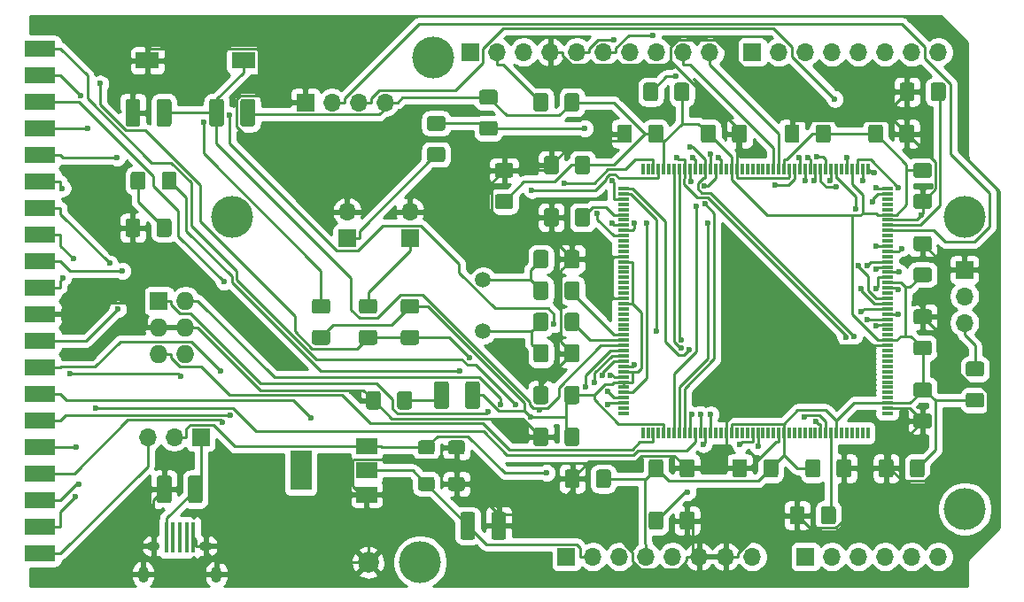
<source format=gtl>
%TF.GenerationSoftware,KiCad,Pcbnew,5.1.9+dfsg1-1~bpo10+1*%
%TF.CreationDate,2021-03-25T14:45:09+01:00*%
%TF.ProjectId,stduinof429,73746475-696e-46f6-9634-32392e6b6963,rev?*%
%TF.SameCoordinates,Original*%
%TF.FileFunction,Copper,L1,Top*%
%TF.FilePolarity,Positive*%
%FSLAX46Y46*%
G04 Gerber Fmt 4.6, Leading zero omitted, Abs format (unit mm)*
G04 Created by KiCad (PCBNEW 5.1.9+dfsg1-1~bpo10+1) date 2021-03-25 14:45:09*
%MOMM*%
%LPD*%
G01*
G04 APERTURE LIST*
%TA.AperFunction,SMDPad,CuDef*%
%ADD10R,3.000000X1.524000*%
%TD*%
%TA.AperFunction,ComponentPad*%
%ADD11C,1.500000*%
%TD*%
%TA.AperFunction,SMDPad,CuDef*%
%ADD12R,2.180000X1.600000*%
%TD*%
%TA.AperFunction,ComponentPad*%
%ADD13O,1.000000X1.550000*%
%TD*%
%TA.AperFunction,ComponentPad*%
%ADD14O,1.250000X0.950000*%
%TD*%
%TA.AperFunction,SMDPad,CuDef*%
%ADD15R,0.400000X3.000000*%
%TD*%
%TA.AperFunction,ComponentPad*%
%ADD16O,1.727200X1.727200*%
%TD*%
%TA.AperFunction,ComponentPad*%
%ADD17R,1.727200X1.727200*%
%TD*%
%TA.AperFunction,SMDPad,CuDef*%
%ADD18R,2.000000X3.800000*%
%TD*%
%TA.AperFunction,SMDPad,CuDef*%
%ADD19R,2.000000X1.500000*%
%TD*%
%TA.AperFunction,ComponentPad*%
%ADD20O,1.700000X1.700000*%
%TD*%
%TA.AperFunction,ComponentPad*%
%ADD21R,1.700000X1.700000*%
%TD*%
%TA.AperFunction,SMDPad,CuDef*%
%ADD22R,1.120000X0.300000*%
%TD*%
%TA.AperFunction,SMDPad,CuDef*%
%ADD23R,0.300000X1.120000*%
%TD*%
%TA.AperFunction,SMDPad,CuDef*%
%ADD24C,2.000000*%
%TD*%
%TA.AperFunction,ComponentPad*%
%ADD25C,4.000000*%
%TD*%
%TA.AperFunction,ViaPad*%
%ADD26C,0.600000*%
%TD*%
%TA.AperFunction,Conductor*%
%ADD27C,0.250000*%
%TD*%
%TA.AperFunction,Conductor*%
%ADD28C,0.254000*%
%TD*%
%TA.AperFunction,Conductor*%
%ADD29C,0.100000*%
%TD*%
G04 APERTURE END LIST*
D10*
X88646000Y-75235000D03*
X88646000Y-77775000D03*
X88646000Y-80315000D03*
X88646000Y-82855000D03*
X88646000Y-85395000D03*
X88646000Y-87935000D03*
X88646000Y-90475000D03*
X88646000Y-93015000D03*
X88646000Y-95555000D03*
X88646000Y-98095000D03*
X88646000Y-100635000D03*
X88646000Y-103175000D03*
X88646000Y-105715000D03*
X88646000Y-108255000D03*
X88646000Y-110795000D03*
X88646000Y-113335000D03*
X88646000Y-115875000D03*
X88646000Y-118415000D03*
X88646000Y-120955000D03*
X88646000Y-123495000D03*
D11*
X130998000Y-102245000D03*
X130998000Y-97365000D03*
D12*
X108088000Y-76365000D03*
X98908000Y-76365000D03*
D13*
X105497100Y-125502460D03*
X98497100Y-125502460D03*
D14*
X104497100Y-122802460D03*
X99497100Y-122802460D03*
D15*
X103297100Y-121975000D03*
X102647100Y-121975000D03*
X101997100Y-121975000D03*
X101347100Y-121975000D03*
X100692440Y-121974860D03*
D16*
X102538000Y-104445000D03*
X99998000Y-104445000D03*
X102538000Y-101905000D03*
X99998000Y-101905000D03*
X102538000Y-99365000D03*
D17*
X99998000Y-99365000D03*
D18*
X113563000Y-115570000D03*
D19*
X119863000Y-115570000D03*
X119863000Y-113270000D03*
X119863000Y-117870000D03*
%TA.AperFunction,SMDPad,CuDef*%
G36*
G01*
X173773000Y-79990000D02*
X173773000Y-78740000D01*
G75*
G02*
X174023000Y-78490000I250000J0D01*
G01*
X174948000Y-78490000D01*
G75*
G02*
X175198000Y-78740000I0J-250000D01*
G01*
X175198000Y-79990000D01*
G75*
G02*
X174948000Y-80240000I-250000J0D01*
G01*
X174023000Y-80240000D01*
G75*
G02*
X173773000Y-79990000I0J250000D01*
G01*
G37*
%TD.AperFunction*%
%TA.AperFunction,SMDPad,CuDef*%
G36*
G01*
X170798000Y-79990000D02*
X170798000Y-78740000D01*
G75*
G02*
X171048000Y-78490000I250000J0D01*
G01*
X171973000Y-78490000D01*
G75*
G02*
X172223000Y-78740000I0J-250000D01*
G01*
X172223000Y-79990000D01*
G75*
G02*
X171973000Y-80240000I-250000J0D01*
G01*
X171048000Y-80240000D01*
G75*
G02*
X170798000Y-79990000I0J250000D01*
G01*
G37*
%TD.AperFunction*%
%TA.AperFunction,SMDPad,CuDef*%
G36*
G01*
X166198000Y-114740000D02*
X166198000Y-115990000D01*
G75*
G02*
X165948000Y-116240000I-250000J0D01*
G01*
X165023000Y-116240000D01*
G75*
G02*
X164773000Y-115990000I0J250000D01*
G01*
X164773000Y-114740000D01*
G75*
G02*
X165023000Y-114490000I250000J0D01*
G01*
X165948000Y-114490000D01*
G75*
G02*
X166198000Y-114740000I0J-250000D01*
G01*
G37*
%TD.AperFunction*%
%TA.AperFunction,SMDPad,CuDef*%
G36*
G01*
X163223000Y-114740000D02*
X163223000Y-115990000D01*
G75*
G02*
X162973000Y-116240000I-250000J0D01*
G01*
X162048000Y-116240000D01*
G75*
G02*
X161798000Y-115990000I0J250000D01*
G01*
X161798000Y-114740000D01*
G75*
G02*
X162048000Y-114490000I250000J0D01*
G01*
X162973000Y-114490000D01*
G75*
G02*
X163223000Y-114740000I0J-250000D01*
G01*
G37*
%TD.AperFunction*%
%TA.AperFunction,SMDPad,CuDef*%
G36*
G01*
X139773000Y-86990000D02*
X139773000Y-85740000D01*
G75*
G02*
X140023000Y-85490000I250000J0D01*
G01*
X140948000Y-85490000D01*
G75*
G02*
X141198000Y-85740000I0J-250000D01*
G01*
X141198000Y-86990000D01*
G75*
G02*
X140948000Y-87240000I-250000J0D01*
G01*
X140023000Y-87240000D01*
G75*
G02*
X139773000Y-86990000I0J250000D01*
G01*
G37*
%TD.AperFunction*%
%TA.AperFunction,SMDPad,CuDef*%
G36*
G01*
X136798000Y-86990000D02*
X136798000Y-85740000D01*
G75*
G02*
X137048000Y-85490000I250000J0D01*
G01*
X137973000Y-85490000D01*
G75*
G02*
X138223000Y-85740000I0J-250000D01*
G01*
X138223000Y-86990000D01*
G75*
G02*
X137973000Y-87240000I-250000J0D01*
G01*
X137048000Y-87240000D01*
G75*
G02*
X136798000Y-86990000I0J250000D01*
G01*
G37*
%TD.AperFunction*%
%TA.AperFunction,SMDPad,CuDef*%
G36*
G01*
X143798000Y-83990000D02*
X143798000Y-82740000D01*
G75*
G02*
X144048000Y-82490000I250000J0D01*
G01*
X144973000Y-82490000D01*
G75*
G02*
X145223000Y-82740000I0J-250000D01*
G01*
X145223000Y-83990000D01*
G75*
G02*
X144973000Y-84240000I-250000J0D01*
G01*
X144048000Y-84240000D01*
G75*
G02*
X143798000Y-83990000I0J250000D01*
G01*
G37*
%TD.AperFunction*%
%TA.AperFunction,SMDPad,CuDef*%
G36*
G01*
X146773000Y-83990000D02*
X146773000Y-82740000D01*
G75*
G02*
X147023000Y-82490000I250000J0D01*
G01*
X147948000Y-82490000D01*
G75*
G02*
X148198000Y-82740000I0J-250000D01*
G01*
X148198000Y-83990000D01*
G75*
G02*
X147948000Y-84240000I-250000J0D01*
G01*
X147023000Y-84240000D01*
G75*
G02*
X146773000Y-83990000I0J250000D01*
G01*
G37*
%TD.AperFunction*%
%TA.AperFunction,SMDPad,CuDef*%
G36*
G01*
X153223000Y-82740000D02*
X153223000Y-83990000D01*
G75*
G02*
X152973000Y-84240000I-250000J0D01*
G01*
X152048000Y-84240000D01*
G75*
G02*
X151798000Y-83990000I0J250000D01*
G01*
X151798000Y-82740000D01*
G75*
G02*
X152048000Y-82490000I250000J0D01*
G01*
X152973000Y-82490000D01*
G75*
G02*
X153223000Y-82740000I0J-250000D01*
G01*
G37*
%TD.AperFunction*%
%TA.AperFunction,SMDPad,CuDef*%
G36*
G01*
X156198000Y-82740000D02*
X156198000Y-83990000D01*
G75*
G02*
X155948000Y-84240000I-250000J0D01*
G01*
X155023000Y-84240000D01*
G75*
G02*
X154773000Y-83990000I0J250000D01*
G01*
X154773000Y-82740000D01*
G75*
G02*
X155023000Y-82490000I250000J0D01*
G01*
X155948000Y-82490000D01*
G75*
G02*
X156198000Y-82740000I0J-250000D01*
G01*
G37*
%TD.AperFunction*%
%TA.AperFunction,SMDPad,CuDef*%
G36*
G01*
X159798000Y-83990000D02*
X159798000Y-82740000D01*
G75*
G02*
X160048000Y-82490000I250000J0D01*
G01*
X160973000Y-82490000D01*
G75*
G02*
X161223000Y-82740000I0J-250000D01*
G01*
X161223000Y-83990000D01*
G75*
G02*
X160973000Y-84240000I-250000J0D01*
G01*
X160048000Y-84240000D01*
G75*
G02*
X159798000Y-83990000I0J250000D01*
G01*
G37*
%TD.AperFunction*%
%TA.AperFunction,SMDPad,CuDef*%
G36*
G01*
X162773000Y-83990000D02*
X162773000Y-82740000D01*
G75*
G02*
X163023000Y-82490000I250000J0D01*
G01*
X163948000Y-82490000D01*
G75*
G02*
X164198000Y-82740000I0J-250000D01*
G01*
X164198000Y-83990000D01*
G75*
G02*
X163948000Y-84240000I-250000J0D01*
G01*
X163023000Y-84240000D01*
G75*
G02*
X162773000Y-83990000I0J250000D01*
G01*
G37*
%TD.AperFunction*%
%TA.AperFunction,SMDPad,CuDef*%
G36*
G01*
X169223000Y-82740000D02*
X169223000Y-83990000D01*
G75*
G02*
X168973000Y-84240000I-250000J0D01*
G01*
X168048000Y-84240000D01*
G75*
G02*
X167798000Y-83990000I0J250000D01*
G01*
X167798000Y-82740000D01*
G75*
G02*
X168048000Y-82490000I250000J0D01*
G01*
X168973000Y-82490000D01*
G75*
G02*
X169223000Y-82740000I0J-250000D01*
G01*
G37*
%TD.AperFunction*%
%TA.AperFunction,SMDPad,CuDef*%
G36*
G01*
X172198000Y-82740000D02*
X172198000Y-83990000D01*
G75*
G02*
X171948000Y-84240000I-250000J0D01*
G01*
X171023000Y-84240000D01*
G75*
G02*
X170773000Y-83990000I0J250000D01*
G01*
X170773000Y-82740000D01*
G75*
G02*
X171023000Y-82490000I250000J0D01*
G01*
X171948000Y-82490000D01*
G75*
G02*
X172198000Y-82740000I0J-250000D01*
G01*
G37*
%TD.AperFunction*%
%TA.AperFunction,SMDPad,CuDef*%
G36*
G01*
X173623000Y-90565000D02*
X172373000Y-90565000D01*
G75*
G02*
X172123000Y-90315000I0J250000D01*
G01*
X172123000Y-89390000D01*
G75*
G02*
X172373000Y-89140000I250000J0D01*
G01*
X173623000Y-89140000D01*
G75*
G02*
X173873000Y-89390000I0J-250000D01*
G01*
X173873000Y-90315000D01*
G75*
G02*
X173623000Y-90565000I-250000J0D01*
G01*
G37*
%TD.AperFunction*%
%TA.AperFunction,SMDPad,CuDef*%
G36*
G01*
X173623000Y-87590000D02*
X172373000Y-87590000D01*
G75*
G02*
X172123000Y-87340000I0J250000D01*
G01*
X172123000Y-86415000D01*
G75*
G02*
X172373000Y-86165000I250000J0D01*
G01*
X173623000Y-86165000D01*
G75*
G02*
X173873000Y-86415000I0J-250000D01*
G01*
X173873000Y-87340000D01*
G75*
G02*
X173623000Y-87590000I-250000J0D01*
G01*
G37*
%TD.AperFunction*%
%TA.AperFunction,SMDPad,CuDef*%
G36*
G01*
X172373000Y-96140000D02*
X173623000Y-96140000D01*
G75*
G02*
X173873000Y-96390000I0J-250000D01*
G01*
X173873000Y-97315000D01*
G75*
G02*
X173623000Y-97565000I-250000J0D01*
G01*
X172373000Y-97565000D01*
G75*
G02*
X172123000Y-97315000I0J250000D01*
G01*
X172123000Y-96390000D01*
G75*
G02*
X172373000Y-96140000I250000J0D01*
G01*
G37*
%TD.AperFunction*%
%TA.AperFunction,SMDPad,CuDef*%
G36*
G01*
X172373000Y-93165000D02*
X173623000Y-93165000D01*
G75*
G02*
X173873000Y-93415000I0J-250000D01*
G01*
X173873000Y-94340000D01*
G75*
G02*
X173623000Y-94590000I-250000J0D01*
G01*
X172373000Y-94590000D01*
G75*
G02*
X172123000Y-94340000I0J250000D01*
G01*
X172123000Y-93415000D01*
G75*
G02*
X172373000Y-93165000I250000J0D01*
G01*
G37*
%TD.AperFunction*%
%TA.AperFunction,SMDPad,CuDef*%
G36*
G01*
X172373000Y-100165000D02*
X173623000Y-100165000D01*
G75*
G02*
X173873000Y-100415000I0J-250000D01*
G01*
X173873000Y-101340000D01*
G75*
G02*
X173623000Y-101590000I-250000J0D01*
G01*
X172373000Y-101590000D01*
G75*
G02*
X172123000Y-101340000I0J250000D01*
G01*
X172123000Y-100415000D01*
G75*
G02*
X172373000Y-100165000I250000J0D01*
G01*
G37*
%TD.AperFunction*%
%TA.AperFunction,SMDPad,CuDef*%
G36*
G01*
X172373000Y-103140000D02*
X173623000Y-103140000D01*
G75*
G02*
X173873000Y-103390000I0J-250000D01*
G01*
X173873000Y-104315000D01*
G75*
G02*
X173623000Y-104565000I-250000J0D01*
G01*
X172373000Y-104565000D01*
G75*
G02*
X172123000Y-104315000I0J250000D01*
G01*
X172123000Y-103390000D01*
G75*
G02*
X172373000Y-103140000I250000J0D01*
G01*
G37*
%TD.AperFunction*%
%TA.AperFunction,SMDPad,CuDef*%
G36*
G01*
X173623000Y-108590000D02*
X172373000Y-108590000D01*
G75*
G02*
X172123000Y-108340000I0J250000D01*
G01*
X172123000Y-107415000D01*
G75*
G02*
X172373000Y-107165000I250000J0D01*
G01*
X173623000Y-107165000D01*
G75*
G02*
X173873000Y-107415000I0J-250000D01*
G01*
X173873000Y-108340000D01*
G75*
G02*
X173623000Y-108590000I-250000J0D01*
G01*
G37*
%TD.AperFunction*%
%TA.AperFunction,SMDPad,CuDef*%
G36*
G01*
X173623000Y-111565000D02*
X172373000Y-111565000D01*
G75*
G02*
X172123000Y-111315000I0J250000D01*
G01*
X172123000Y-110390000D01*
G75*
G02*
X172373000Y-110140000I250000J0D01*
G01*
X173623000Y-110140000D01*
G75*
G02*
X173873000Y-110390000I0J-250000D01*
G01*
X173873000Y-111315000D01*
G75*
G02*
X173623000Y-111565000I-250000J0D01*
G01*
G37*
%TD.AperFunction*%
%TA.AperFunction,SMDPad,CuDef*%
G36*
G01*
X135798000Y-104990000D02*
X135798000Y-103740000D01*
G75*
G02*
X136048000Y-103490000I250000J0D01*
G01*
X136973000Y-103490000D01*
G75*
G02*
X137223000Y-103740000I0J-250000D01*
G01*
X137223000Y-104990000D01*
G75*
G02*
X136973000Y-105240000I-250000J0D01*
G01*
X136048000Y-105240000D01*
G75*
G02*
X135798000Y-104990000I0J250000D01*
G01*
G37*
%TD.AperFunction*%
%TA.AperFunction,SMDPad,CuDef*%
G36*
G01*
X138773000Y-104990000D02*
X138773000Y-103740000D01*
G75*
G02*
X139023000Y-103490000I250000J0D01*
G01*
X139948000Y-103490000D01*
G75*
G02*
X140198000Y-103740000I0J-250000D01*
G01*
X140198000Y-104990000D01*
G75*
G02*
X139948000Y-105240000I-250000J0D01*
G01*
X139023000Y-105240000D01*
G75*
G02*
X138773000Y-104990000I0J250000D01*
G01*
G37*
%TD.AperFunction*%
%TA.AperFunction,SMDPad,CuDef*%
G36*
G01*
X139773000Y-91990000D02*
X139773000Y-90740000D01*
G75*
G02*
X140023000Y-90490000I250000J0D01*
G01*
X140948000Y-90490000D01*
G75*
G02*
X141198000Y-90740000I0J-250000D01*
G01*
X141198000Y-91990000D01*
G75*
G02*
X140948000Y-92240000I-250000J0D01*
G01*
X140023000Y-92240000D01*
G75*
G02*
X139773000Y-91990000I0J250000D01*
G01*
G37*
%TD.AperFunction*%
%TA.AperFunction,SMDPad,CuDef*%
G36*
G01*
X136798000Y-91990000D02*
X136798000Y-90740000D01*
G75*
G02*
X137048000Y-90490000I250000J0D01*
G01*
X137973000Y-90490000D01*
G75*
G02*
X138223000Y-90740000I0J-250000D01*
G01*
X138223000Y-91990000D01*
G75*
G02*
X137973000Y-92240000I-250000J0D01*
G01*
X137048000Y-92240000D01*
G75*
G02*
X136798000Y-91990000I0J250000D01*
G01*
G37*
%TD.AperFunction*%
%TA.AperFunction,SMDPad,CuDef*%
G36*
G01*
X160298000Y-120490000D02*
X160298000Y-119240000D01*
G75*
G02*
X160548000Y-118990000I250000J0D01*
G01*
X161473000Y-118990000D01*
G75*
G02*
X161723000Y-119240000I0J-250000D01*
G01*
X161723000Y-120490000D01*
G75*
G02*
X161473000Y-120740000I-250000J0D01*
G01*
X160548000Y-120740000D01*
G75*
G02*
X160298000Y-120490000I0J250000D01*
G01*
G37*
%TD.AperFunction*%
%TA.AperFunction,SMDPad,CuDef*%
G36*
G01*
X163273000Y-120490000D02*
X163273000Y-119240000D01*
G75*
G02*
X163523000Y-118990000I250000J0D01*
G01*
X164448000Y-118990000D01*
G75*
G02*
X164698000Y-119240000I0J-250000D01*
G01*
X164698000Y-120490000D01*
G75*
G02*
X164448000Y-120740000I-250000J0D01*
G01*
X163523000Y-120740000D01*
G75*
G02*
X163273000Y-120490000I0J250000D01*
G01*
G37*
%TD.AperFunction*%
%TA.AperFunction,SMDPad,CuDef*%
G36*
G01*
X132373000Y-89140000D02*
X133623000Y-89140000D01*
G75*
G02*
X133873000Y-89390000I0J-250000D01*
G01*
X133873000Y-90315000D01*
G75*
G02*
X133623000Y-90565000I-250000J0D01*
G01*
X132373000Y-90565000D01*
G75*
G02*
X132123000Y-90315000I0J250000D01*
G01*
X132123000Y-89390000D01*
G75*
G02*
X132373000Y-89140000I250000J0D01*
G01*
G37*
%TD.AperFunction*%
%TA.AperFunction,SMDPad,CuDef*%
G36*
G01*
X132373000Y-86165000D02*
X133623000Y-86165000D01*
G75*
G02*
X133873000Y-86415000I0J-250000D01*
G01*
X133873000Y-87340000D01*
G75*
G02*
X133623000Y-87590000I-250000J0D01*
G01*
X132373000Y-87590000D01*
G75*
G02*
X132123000Y-87340000I0J250000D01*
G01*
X132123000Y-86415000D01*
G75*
G02*
X132373000Y-86165000I250000J0D01*
G01*
G37*
%TD.AperFunction*%
%TA.AperFunction,SMDPad,CuDef*%
G36*
G01*
X138798000Y-116990000D02*
X138798000Y-115740000D01*
G75*
G02*
X139048000Y-115490000I250000J0D01*
G01*
X139973000Y-115490000D01*
G75*
G02*
X140223000Y-115740000I0J-250000D01*
G01*
X140223000Y-116990000D01*
G75*
G02*
X139973000Y-117240000I-250000J0D01*
G01*
X139048000Y-117240000D01*
G75*
G02*
X138798000Y-116990000I0J250000D01*
G01*
G37*
%TD.AperFunction*%
%TA.AperFunction,SMDPad,CuDef*%
G36*
G01*
X141773000Y-116990000D02*
X141773000Y-115740000D01*
G75*
G02*
X142023000Y-115490000I250000J0D01*
G01*
X142948000Y-115490000D01*
G75*
G02*
X143198000Y-115740000I0J-250000D01*
G01*
X143198000Y-116990000D01*
G75*
G02*
X142948000Y-117240000I-250000J0D01*
G01*
X142023000Y-117240000D01*
G75*
G02*
X141773000Y-116990000I0J250000D01*
G01*
G37*
%TD.AperFunction*%
%TA.AperFunction,SMDPad,CuDef*%
G36*
G01*
X138773000Y-112990000D02*
X138773000Y-111740000D01*
G75*
G02*
X139023000Y-111490000I250000J0D01*
G01*
X139948000Y-111490000D01*
G75*
G02*
X140198000Y-111740000I0J-250000D01*
G01*
X140198000Y-112990000D01*
G75*
G02*
X139948000Y-113240000I-250000J0D01*
G01*
X139023000Y-113240000D01*
G75*
G02*
X138773000Y-112990000I0J250000D01*
G01*
G37*
%TD.AperFunction*%
%TA.AperFunction,SMDPad,CuDef*%
G36*
G01*
X135798000Y-112990000D02*
X135798000Y-111740000D01*
G75*
G02*
X136048000Y-111490000I250000J0D01*
G01*
X136973000Y-111490000D01*
G75*
G02*
X137223000Y-111740000I0J-250000D01*
G01*
X137223000Y-112990000D01*
G75*
G02*
X136973000Y-113240000I-250000J0D01*
G01*
X136048000Y-113240000D01*
G75*
G02*
X135798000Y-112990000I0J250000D01*
G01*
G37*
%TD.AperFunction*%
%TA.AperFunction,SMDPad,CuDef*%
G36*
G01*
X135798000Y-108990000D02*
X135798000Y-107740000D01*
G75*
G02*
X136048000Y-107490000I250000J0D01*
G01*
X136973000Y-107490000D01*
G75*
G02*
X137223000Y-107740000I0J-250000D01*
G01*
X137223000Y-108990000D01*
G75*
G02*
X136973000Y-109240000I-250000J0D01*
G01*
X136048000Y-109240000D01*
G75*
G02*
X135798000Y-108990000I0J250000D01*
G01*
G37*
%TD.AperFunction*%
%TA.AperFunction,SMDPad,CuDef*%
G36*
G01*
X138773000Y-108990000D02*
X138773000Y-107740000D01*
G75*
G02*
X139023000Y-107490000I250000J0D01*
G01*
X139948000Y-107490000D01*
G75*
G02*
X140198000Y-107740000I0J-250000D01*
G01*
X140198000Y-108990000D01*
G75*
G02*
X139948000Y-109240000I-250000J0D01*
G01*
X139023000Y-109240000D01*
G75*
G02*
X138773000Y-108990000I0J250000D01*
G01*
G37*
%TD.AperFunction*%
%TA.AperFunction,SMDPad,CuDef*%
G36*
G01*
X148223000Y-114740000D02*
X148223000Y-115990000D01*
G75*
G02*
X147973000Y-116240000I-250000J0D01*
G01*
X147048000Y-116240000D01*
G75*
G02*
X146798000Y-115990000I0J250000D01*
G01*
X146798000Y-114740000D01*
G75*
G02*
X147048000Y-114490000I250000J0D01*
G01*
X147973000Y-114490000D01*
G75*
G02*
X148223000Y-114740000I0J-250000D01*
G01*
G37*
%TD.AperFunction*%
%TA.AperFunction,SMDPad,CuDef*%
G36*
G01*
X151198000Y-114740000D02*
X151198000Y-115990000D01*
G75*
G02*
X150948000Y-116240000I-250000J0D01*
G01*
X150023000Y-116240000D01*
G75*
G02*
X149773000Y-115990000I0J250000D01*
G01*
X149773000Y-114740000D01*
G75*
G02*
X150023000Y-114490000I250000J0D01*
G01*
X150948000Y-114490000D01*
G75*
G02*
X151198000Y-114740000I0J-250000D01*
G01*
G37*
%TD.AperFunction*%
%TA.AperFunction,SMDPad,CuDef*%
G36*
G01*
X154798000Y-115990000D02*
X154798000Y-114740000D01*
G75*
G02*
X155048000Y-114490000I250000J0D01*
G01*
X155973000Y-114490000D01*
G75*
G02*
X156223000Y-114740000I0J-250000D01*
G01*
X156223000Y-115990000D01*
G75*
G02*
X155973000Y-116240000I-250000J0D01*
G01*
X155048000Y-116240000D01*
G75*
G02*
X154798000Y-115990000I0J250000D01*
G01*
G37*
%TD.AperFunction*%
%TA.AperFunction,SMDPad,CuDef*%
G36*
G01*
X157773000Y-115990000D02*
X157773000Y-114740000D01*
G75*
G02*
X158023000Y-114490000I250000J0D01*
G01*
X158948000Y-114490000D01*
G75*
G02*
X159198000Y-114740000I0J-250000D01*
G01*
X159198000Y-115990000D01*
G75*
G02*
X158948000Y-116240000I-250000J0D01*
G01*
X158023000Y-116240000D01*
G75*
G02*
X157773000Y-115990000I0J250000D01*
G01*
G37*
%TD.AperFunction*%
%TA.AperFunction,SMDPad,CuDef*%
G36*
G01*
X138773000Y-95990000D02*
X138773000Y-94740000D01*
G75*
G02*
X139023000Y-94490000I250000J0D01*
G01*
X139948000Y-94490000D01*
G75*
G02*
X140198000Y-94740000I0J-250000D01*
G01*
X140198000Y-95990000D01*
G75*
G02*
X139948000Y-96240000I-250000J0D01*
G01*
X139023000Y-96240000D01*
G75*
G02*
X138773000Y-95990000I0J250000D01*
G01*
G37*
%TD.AperFunction*%
%TA.AperFunction,SMDPad,CuDef*%
G36*
G01*
X135798000Y-95990000D02*
X135798000Y-94740000D01*
G75*
G02*
X136048000Y-94490000I250000J0D01*
G01*
X136973000Y-94490000D01*
G75*
G02*
X137223000Y-94740000I0J-250000D01*
G01*
X137223000Y-95990000D01*
G75*
G02*
X136973000Y-96240000I-250000J0D01*
G01*
X136048000Y-96240000D01*
G75*
G02*
X135798000Y-95990000I0J250000D01*
G01*
G37*
%TD.AperFunction*%
%TA.AperFunction,SMDPad,CuDef*%
G36*
G01*
X168798000Y-115990000D02*
X168798000Y-114740000D01*
G75*
G02*
X169048000Y-114490000I250000J0D01*
G01*
X169973000Y-114490000D01*
G75*
G02*
X170223000Y-114740000I0J-250000D01*
G01*
X170223000Y-115990000D01*
G75*
G02*
X169973000Y-116240000I-250000J0D01*
G01*
X169048000Y-116240000D01*
G75*
G02*
X168798000Y-115990000I0J250000D01*
G01*
G37*
%TD.AperFunction*%
%TA.AperFunction,SMDPad,CuDef*%
G36*
G01*
X171773000Y-115990000D02*
X171773000Y-114740000D01*
G75*
G02*
X172023000Y-114490000I250000J0D01*
G01*
X172948000Y-114490000D01*
G75*
G02*
X173198000Y-114740000I0J-250000D01*
G01*
X173198000Y-115990000D01*
G75*
G02*
X172948000Y-116240000I-250000J0D01*
G01*
X172023000Y-116240000D01*
G75*
G02*
X171773000Y-115990000I0J250000D01*
G01*
G37*
%TD.AperFunction*%
%TA.AperFunction,SMDPad,CuDef*%
G36*
G01*
X128798000Y-121940000D02*
X128798000Y-119790000D01*
G75*
G02*
X129048000Y-119540000I250000J0D01*
G01*
X129973000Y-119540000D01*
G75*
G02*
X130223000Y-119790000I0J-250000D01*
G01*
X130223000Y-121940000D01*
G75*
G02*
X129973000Y-122190000I-250000J0D01*
G01*
X129048000Y-122190000D01*
G75*
G02*
X128798000Y-121940000I0J250000D01*
G01*
G37*
%TD.AperFunction*%
%TA.AperFunction,SMDPad,CuDef*%
G36*
G01*
X131773000Y-121940000D02*
X131773000Y-119790000D01*
G75*
G02*
X132023000Y-119540000I250000J0D01*
G01*
X132948000Y-119540000D01*
G75*
G02*
X133198000Y-119790000I0J-250000D01*
G01*
X133198000Y-121940000D01*
G75*
G02*
X132948000Y-122190000I-250000J0D01*
G01*
X132023000Y-122190000D01*
G75*
G02*
X131773000Y-121940000I0J250000D01*
G01*
G37*
%TD.AperFunction*%
%TA.AperFunction,SMDPad,CuDef*%
G36*
G01*
X98223000Y-80290000D02*
X98223000Y-82440000D01*
G75*
G02*
X97973000Y-82690000I-250000J0D01*
G01*
X97048000Y-82690000D01*
G75*
G02*
X96798000Y-82440000I0J250000D01*
G01*
X96798000Y-80290000D01*
G75*
G02*
X97048000Y-80040000I250000J0D01*
G01*
X97973000Y-80040000D01*
G75*
G02*
X98223000Y-80290000I0J-250000D01*
G01*
G37*
%TD.AperFunction*%
%TA.AperFunction,SMDPad,CuDef*%
G36*
G01*
X101198000Y-80290000D02*
X101198000Y-82440000D01*
G75*
G02*
X100948000Y-82690000I-250000J0D01*
G01*
X100023000Y-82690000D01*
G75*
G02*
X99773000Y-82440000I0J250000D01*
G01*
X99773000Y-80290000D01*
G75*
G02*
X100023000Y-80040000I250000J0D01*
G01*
X100948000Y-80040000D01*
G75*
G02*
X101198000Y-80290000I0J-250000D01*
G01*
G37*
%TD.AperFunction*%
%TA.AperFunction,SMDPad,CuDef*%
G36*
G01*
X99798000Y-118440000D02*
X99798000Y-116290000D01*
G75*
G02*
X100048000Y-116040000I250000J0D01*
G01*
X100973000Y-116040000D01*
G75*
G02*
X101223000Y-116290000I0J-250000D01*
G01*
X101223000Y-118440000D01*
G75*
G02*
X100973000Y-118690000I-250000J0D01*
G01*
X100048000Y-118690000D01*
G75*
G02*
X99798000Y-118440000I0J250000D01*
G01*
G37*
%TD.AperFunction*%
%TA.AperFunction,SMDPad,CuDef*%
G36*
G01*
X102773000Y-118440000D02*
X102773000Y-116290000D01*
G75*
G02*
X103023000Y-116040000I250000J0D01*
G01*
X103948000Y-116040000D01*
G75*
G02*
X104198000Y-116290000I0J-250000D01*
G01*
X104198000Y-118440000D01*
G75*
G02*
X103948000Y-118690000I-250000J0D01*
G01*
X103023000Y-118690000D01*
G75*
G02*
X102773000Y-118440000I0J250000D01*
G01*
G37*
%TD.AperFunction*%
%TA.AperFunction,SMDPad,CuDef*%
G36*
G01*
X127648000Y-117290001D02*
X127648000Y-116439999D01*
G75*
G02*
X127897999Y-116190000I249999J0D01*
G01*
X128973001Y-116190000D01*
G75*
G02*
X129223000Y-116439999I0J-249999D01*
G01*
X129223000Y-117290001D01*
G75*
G02*
X128973001Y-117540000I-249999J0D01*
G01*
X127897999Y-117540000D01*
G75*
G02*
X127648000Y-117290001I0J249999D01*
G01*
G37*
%TD.AperFunction*%
%TA.AperFunction,SMDPad,CuDef*%
G36*
G01*
X124773000Y-117290001D02*
X124773000Y-116439999D01*
G75*
G02*
X125022999Y-116190000I249999J0D01*
G01*
X126098001Y-116190000D01*
G75*
G02*
X126348000Y-116439999I0J-249999D01*
G01*
X126348000Y-117290001D01*
G75*
G02*
X126098001Y-117540000I-249999J0D01*
G01*
X125022999Y-117540000D01*
G75*
G02*
X124773000Y-117290001I0J249999D01*
G01*
G37*
%TD.AperFunction*%
%TA.AperFunction,SMDPad,CuDef*%
G36*
G01*
X124773000Y-113790001D02*
X124773000Y-112939999D01*
G75*
G02*
X125022999Y-112690000I249999J0D01*
G01*
X126098001Y-112690000D01*
G75*
G02*
X126348000Y-112939999I0J-249999D01*
G01*
X126348000Y-113790001D01*
G75*
G02*
X126098001Y-114040000I-249999J0D01*
G01*
X125022999Y-114040000D01*
G75*
G02*
X124773000Y-113790001I0J249999D01*
G01*
G37*
%TD.AperFunction*%
%TA.AperFunction,SMDPad,CuDef*%
G36*
G01*
X127648000Y-113790001D02*
X127648000Y-112939999D01*
G75*
G02*
X127897999Y-112690000I249999J0D01*
G01*
X128973001Y-112690000D01*
G75*
G02*
X129223000Y-112939999I0J-249999D01*
G01*
X129223000Y-113790001D01*
G75*
G02*
X128973001Y-114040000I-249999J0D01*
G01*
X127897999Y-114040000D01*
G75*
G02*
X127648000Y-113790001I0J249999D01*
G01*
G37*
%TD.AperFunction*%
D20*
X117998000Y-90825000D03*
D21*
X117998000Y-93365000D03*
X123998000Y-93365000D03*
D20*
X123998000Y-90825000D03*
X176998000Y-101445000D03*
X176998000Y-98905000D03*
D21*
X176998000Y-96365000D03*
X103998000Y-112365000D03*
D20*
X101458000Y-112365000D03*
X98918000Y-112365000D03*
D21*
X113998000Y-80365000D03*
D20*
X116538000Y-80365000D03*
X119078000Y-80365000D03*
X121618000Y-80365000D03*
D21*
X161798000Y-123825000D03*
D20*
X164338000Y-123825000D03*
X166878000Y-123825000D03*
X169418000Y-123825000D03*
X171958000Y-123825000D03*
X174498000Y-123825000D03*
X156718000Y-123825000D03*
X154178000Y-123825000D03*
X151638000Y-123825000D03*
X149098000Y-123825000D03*
X146558000Y-123825000D03*
X144018000Y-123825000D03*
X141478000Y-123825000D03*
D21*
X138938000Y-123825000D03*
X156718000Y-75565000D03*
D20*
X159258000Y-75565000D03*
X161798000Y-75565000D03*
X164338000Y-75565000D03*
X166878000Y-75565000D03*
X169418000Y-75565000D03*
X171958000Y-75565000D03*
X174498000Y-75565000D03*
D21*
X129794000Y-75565000D03*
D20*
X132334000Y-75565000D03*
X134874000Y-75565000D03*
X137414000Y-75565000D03*
X139954000Y-75565000D03*
X142494000Y-75565000D03*
X145034000Y-75565000D03*
X147574000Y-75565000D03*
X150114000Y-75565000D03*
X152654000Y-75565000D03*
%TA.AperFunction,SMDPad,CuDef*%
G36*
G01*
X99773000Y-92990000D02*
X99773000Y-91740000D01*
G75*
G02*
X100023000Y-91490000I250000J0D01*
G01*
X100948000Y-91490000D01*
G75*
G02*
X101198000Y-91740000I0J-250000D01*
G01*
X101198000Y-92990000D01*
G75*
G02*
X100948000Y-93240000I-250000J0D01*
G01*
X100023000Y-93240000D01*
G75*
G02*
X99773000Y-92990000I0J250000D01*
G01*
G37*
%TD.AperFunction*%
%TA.AperFunction,SMDPad,CuDef*%
G36*
G01*
X96798000Y-92990000D02*
X96798000Y-91740000D01*
G75*
G02*
X97048000Y-91490000I250000J0D01*
G01*
X97973000Y-91490000D01*
G75*
G02*
X98223000Y-91740000I0J-250000D01*
G01*
X98223000Y-92990000D01*
G75*
G02*
X97973000Y-93240000I-250000J0D01*
G01*
X97048000Y-93240000D01*
G75*
G02*
X96798000Y-92990000I0J250000D01*
G01*
G37*
%TD.AperFunction*%
%TA.AperFunction,SMDPad,CuDef*%
G36*
G01*
X119798000Y-109490000D02*
X119798000Y-108240000D01*
G75*
G02*
X120048000Y-107990000I250000J0D01*
G01*
X120973000Y-107990000D01*
G75*
G02*
X121223000Y-108240000I0J-250000D01*
G01*
X121223000Y-109490000D01*
G75*
G02*
X120973000Y-109740000I-250000J0D01*
G01*
X120048000Y-109740000D01*
G75*
G02*
X119798000Y-109490000I0J250000D01*
G01*
G37*
%TD.AperFunction*%
%TA.AperFunction,SMDPad,CuDef*%
G36*
G01*
X122773000Y-109490000D02*
X122773000Y-108240000D01*
G75*
G02*
X123023000Y-107990000I250000J0D01*
G01*
X123948000Y-107990000D01*
G75*
G02*
X124198000Y-108240000I0J-250000D01*
G01*
X124198000Y-109490000D01*
G75*
G02*
X123948000Y-109740000I-250000J0D01*
G01*
X123023000Y-109740000D01*
G75*
G02*
X122773000Y-109490000I0J250000D01*
G01*
G37*
%TD.AperFunction*%
D22*
X144378000Y-88615000D03*
X144378000Y-89115000D03*
X144378000Y-89615000D03*
X144378000Y-90115000D03*
X144378000Y-90615000D03*
X144378000Y-91115000D03*
X144378000Y-91615000D03*
X144378000Y-92115000D03*
X144378000Y-92615000D03*
X144378000Y-93115000D03*
X144378000Y-93615000D03*
X144378000Y-94115000D03*
X144378000Y-94615000D03*
X144378000Y-95115000D03*
X144378000Y-95615000D03*
X144378000Y-96115000D03*
X144378000Y-96615000D03*
X144378000Y-97115000D03*
X144378000Y-97615000D03*
X144378000Y-98115000D03*
X144378000Y-98615000D03*
X144378000Y-99115000D03*
X144378000Y-99615000D03*
X144378000Y-100115000D03*
X144378000Y-100615000D03*
X144378000Y-101115000D03*
X144378000Y-101615000D03*
X144378000Y-102115000D03*
X144378000Y-102615000D03*
X144378000Y-103115000D03*
X144378000Y-103615000D03*
X144378000Y-104115000D03*
X144378000Y-104615000D03*
X144378000Y-105115000D03*
X144378000Y-105615000D03*
X144378000Y-106115000D03*
X144378000Y-106615000D03*
X144378000Y-107115000D03*
X144378000Y-107615000D03*
X144378000Y-108115000D03*
X144378000Y-108615000D03*
X144378000Y-109115000D03*
X144378000Y-109615000D03*
X144378000Y-110115000D03*
D23*
X146248000Y-111985000D03*
X146748000Y-111985000D03*
X147248000Y-111985000D03*
X147748000Y-111985000D03*
X148248000Y-111985000D03*
X148748000Y-111985000D03*
X149248000Y-111985000D03*
X149748000Y-111985000D03*
X150248000Y-111985000D03*
X150748000Y-111985000D03*
X151248000Y-111985000D03*
X151748000Y-111985000D03*
X152248000Y-111985000D03*
X152748000Y-111985000D03*
X153248000Y-111985000D03*
X153748000Y-111985000D03*
X154248000Y-111985000D03*
X154748000Y-111985000D03*
X155248000Y-111985000D03*
X155748000Y-111985000D03*
X156248000Y-111985000D03*
X156748000Y-111985000D03*
X157248000Y-111985000D03*
X157748000Y-111985000D03*
X158248000Y-111985000D03*
X158748000Y-111985000D03*
X159248000Y-111985000D03*
X159748000Y-111985000D03*
X160248000Y-111985000D03*
X160748000Y-111985000D03*
X161248000Y-111985000D03*
X161748000Y-111985000D03*
X162248000Y-111985000D03*
X162748000Y-111985000D03*
X163248000Y-111985000D03*
X163748000Y-111985000D03*
X164248000Y-111985000D03*
X164748000Y-111985000D03*
X165248000Y-111985000D03*
X165748000Y-111985000D03*
X166248000Y-111985000D03*
X166748000Y-111985000D03*
X167248000Y-111985000D03*
X167748000Y-111985000D03*
D22*
X169618000Y-110115000D03*
X169618000Y-109615000D03*
X169618000Y-109115000D03*
X169618000Y-108615000D03*
X169618000Y-108115000D03*
X169618000Y-107615000D03*
X169618000Y-107115000D03*
X169618000Y-106615000D03*
X169618000Y-106115000D03*
X169618000Y-105615000D03*
X169618000Y-105115000D03*
X169618000Y-104615000D03*
X169618000Y-104115000D03*
X169618000Y-103615000D03*
X169618000Y-103115000D03*
X169618000Y-102615000D03*
X169618000Y-102115000D03*
X169618000Y-101615000D03*
X169618000Y-101115000D03*
X169618000Y-100615000D03*
X169618000Y-100115000D03*
X169618000Y-99615000D03*
X169618000Y-99115000D03*
X169618000Y-98615000D03*
X169618000Y-98115000D03*
X169618000Y-97615000D03*
X169618000Y-97115000D03*
X169618000Y-96615000D03*
X169618000Y-96115000D03*
X169618000Y-95615000D03*
X169618000Y-95115000D03*
X169618000Y-94615000D03*
X169618000Y-94115000D03*
X169618000Y-93615000D03*
X169618000Y-93115000D03*
X169618000Y-92615000D03*
X169618000Y-92115000D03*
X169618000Y-91615000D03*
X169618000Y-91115000D03*
X169618000Y-90615000D03*
X169618000Y-90115000D03*
X169618000Y-89615000D03*
X169618000Y-89115000D03*
X169618000Y-88615000D03*
D23*
X167748000Y-86745000D03*
X167248000Y-86745000D03*
X166748000Y-86745000D03*
X166248000Y-86745000D03*
X165748000Y-86745000D03*
X165248000Y-86745000D03*
X164748000Y-86745000D03*
X164248000Y-86745000D03*
X163748000Y-86745000D03*
X163248000Y-86745000D03*
X162748000Y-86745000D03*
X162248000Y-86745000D03*
X161748000Y-86745000D03*
X161248000Y-86745000D03*
X160748000Y-86745000D03*
X160248000Y-86745000D03*
X159748000Y-86745000D03*
X159248000Y-86745000D03*
X158748000Y-86745000D03*
X158248000Y-86745000D03*
X157748000Y-86745000D03*
X157248000Y-86745000D03*
X156748000Y-86745000D03*
X156248000Y-86745000D03*
X155748000Y-86745000D03*
X155248000Y-86745000D03*
X154748000Y-86745000D03*
X154248000Y-86745000D03*
X153748000Y-86745000D03*
X153248000Y-86745000D03*
X152748000Y-86745000D03*
X152248000Y-86745000D03*
X151748000Y-86745000D03*
X151248000Y-86745000D03*
X150748000Y-86745000D03*
X150248000Y-86745000D03*
X149748000Y-86745000D03*
X149248000Y-86745000D03*
X148748000Y-86745000D03*
X148248000Y-86745000D03*
X147748000Y-86745000D03*
X147248000Y-86745000D03*
X146748000Y-86745000D03*
X146248000Y-86745000D03*
%TA.AperFunction,SMDPad,CuDef*%
G36*
G01*
X123373000Y-102140000D02*
X124623000Y-102140000D01*
G75*
G02*
X124873000Y-102390000I0J-250000D01*
G01*
X124873000Y-103315000D01*
G75*
G02*
X124623000Y-103565000I-250000J0D01*
G01*
X123373000Y-103565000D01*
G75*
G02*
X123123000Y-103315000I0J250000D01*
G01*
X123123000Y-102390000D01*
G75*
G02*
X123373000Y-102140000I250000J0D01*
G01*
G37*
%TD.AperFunction*%
%TA.AperFunction,SMDPad,CuDef*%
G36*
G01*
X123373000Y-99165000D02*
X124623000Y-99165000D01*
G75*
G02*
X124873000Y-99415000I0J-250000D01*
G01*
X124873000Y-100340000D01*
G75*
G02*
X124623000Y-100590000I-250000J0D01*
G01*
X123373000Y-100590000D01*
G75*
G02*
X123123000Y-100340000I0J250000D01*
G01*
X123123000Y-99415000D01*
G75*
G02*
X123373000Y-99165000I250000J0D01*
G01*
G37*
%TD.AperFunction*%
%TA.AperFunction,SMDPad,CuDef*%
G36*
G01*
X140198000Y-100740000D02*
X140198000Y-101990000D01*
G75*
G02*
X139948000Y-102240000I-250000J0D01*
G01*
X139023000Y-102240000D01*
G75*
G02*
X138773000Y-101990000I0J250000D01*
G01*
X138773000Y-100740000D01*
G75*
G02*
X139023000Y-100490000I250000J0D01*
G01*
X139948000Y-100490000D01*
G75*
G02*
X140198000Y-100740000I0J-250000D01*
G01*
G37*
%TD.AperFunction*%
%TA.AperFunction,SMDPad,CuDef*%
G36*
G01*
X137223000Y-100740000D02*
X137223000Y-101990000D01*
G75*
G02*
X136973000Y-102240000I-250000J0D01*
G01*
X136048000Y-102240000D01*
G75*
G02*
X135798000Y-101990000I0J250000D01*
G01*
X135798000Y-100740000D01*
G75*
G02*
X136048000Y-100490000I250000J0D01*
G01*
X136973000Y-100490000D01*
G75*
G02*
X137223000Y-100740000I0J-250000D01*
G01*
G37*
%TD.AperFunction*%
%TA.AperFunction,SMDPad,CuDef*%
G36*
G01*
X130873000Y-82140000D02*
X132123000Y-82140000D01*
G75*
G02*
X132373000Y-82390000I0J-250000D01*
G01*
X132373000Y-83315000D01*
G75*
G02*
X132123000Y-83565000I-250000J0D01*
G01*
X130873000Y-83565000D01*
G75*
G02*
X130623000Y-83315000I0J250000D01*
G01*
X130623000Y-82390000D01*
G75*
G02*
X130873000Y-82140000I250000J0D01*
G01*
G37*
%TD.AperFunction*%
%TA.AperFunction,SMDPad,CuDef*%
G36*
G01*
X130873000Y-79165000D02*
X132123000Y-79165000D01*
G75*
G02*
X132373000Y-79415000I0J-250000D01*
G01*
X132373000Y-80340000D01*
G75*
G02*
X132123000Y-80590000I-250000J0D01*
G01*
X130873000Y-80590000D01*
G75*
G02*
X130623000Y-80340000I0J250000D01*
G01*
X130623000Y-79415000D01*
G75*
G02*
X130873000Y-79165000I250000J0D01*
G01*
G37*
%TD.AperFunction*%
%TA.AperFunction,SMDPad,CuDef*%
G36*
G01*
X125873000Y-81665000D02*
X127123000Y-81665000D01*
G75*
G02*
X127373000Y-81915000I0J-250000D01*
G01*
X127373000Y-82840000D01*
G75*
G02*
X127123000Y-83090000I-250000J0D01*
G01*
X125873000Y-83090000D01*
G75*
G02*
X125623000Y-82840000I0J250000D01*
G01*
X125623000Y-81915000D01*
G75*
G02*
X125873000Y-81665000I250000J0D01*
G01*
G37*
%TD.AperFunction*%
%TA.AperFunction,SMDPad,CuDef*%
G36*
G01*
X125873000Y-84640000D02*
X127123000Y-84640000D01*
G75*
G02*
X127373000Y-84890000I0J-250000D01*
G01*
X127373000Y-85815000D01*
G75*
G02*
X127123000Y-86065000I-250000J0D01*
G01*
X125873000Y-86065000D01*
G75*
G02*
X125623000Y-85815000I0J250000D01*
G01*
X125623000Y-84890000D01*
G75*
G02*
X125873000Y-84640000I250000J0D01*
G01*
G37*
%TD.AperFunction*%
%TA.AperFunction,SMDPad,CuDef*%
G36*
G01*
X178623000Y-106590000D02*
X177373000Y-106590000D01*
G75*
G02*
X177123000Y-106340000I0J250000D01*
G01*
X177123000Y-105415000D01*
G75*
G02*
X177373000Y-105165000I250000J0D01*
G01*
X178623000Y-105165000D01*
G75*
G02*
X178873000Y-105415000I0J-250000D01*
G01*
X178873000Y-106340000D01*
G75*
G02*
X178623000Y-106590000I-250000J0D01*
G01*
G37*
%TD.AperFunction*%
%TA.AperFunction,SMDPad,CuDef*%
G36*
G01*
X178623000Y-109565000D02*
X177373000Y-109565000D01*
G75*
G02*
X177123000Y-109315000I0J250000D01*
G01*
X177123000Y-108390000D01*
G75*
G02*
X177373000Y-108140000I250000J0D01*
G01*
X178623000Y-108140000D01*
G75*
G02*
X178873000Y-108390000I0J-250000D01*
G01*
X178873000Y-109315000D01*
G75*
G02*
X178623000Y-109565000I-250000J0D01*
G01*
G37*
%TD.AperFunction*%
%TA.AperFunction,SMDPad,CuDef*%
G36*
G01*
X120623000Y-103565000D02*
X119373000Y-103565000D01*
G75*
G02*
X119123000Y-103315000I0J250000D01*
G01*
X119123000Y-102390000D01*
G75*
G02*
X119373000Y-102140000I250000J0D01*
G01*
X120623000Y-102140000D01*
G75*
G02*
X120873000Y-102390000I0J-250000D01*
G01*
X120873000Y-103315000D01*
G75*
G02*
X120623000Y-103565000I-250000J0D01*
G01*
G37*
%TD.AperFunction*%
%TA.AperFunction,SMDPad,CuDef*%
G36*
G01*
X120623000Y-100590000D02*
X119373000Y-100590000D01*
G75*
G02*
X119123000Y-100340000I0J250000D01*
G01*
X119123000Y-99415000D01*
G75*
G02*
X119373000Y-99165000I250000J0D01*
G01*
X120623000Y-99165000D01*
G75*
G02*
X120873000Y-99415000I0J-250000D01*
G01*
X120873000Y-100340000D01*
G75*
G02*
X120623000Y-100590000I-250000J0D01*
G01*
G37*
%TD.AperFunction*%
%TA.AperFunction,SMDPad,CuDef*%
G36*
G01*
X147723000Y-78740000D02*
X147723000Y-79990000D01*
G75*
G02*
X147473000Y-80240000I-250000J0D01*
G01*
X146548000Y-80240000D01*
G75*
G02*
X146298000Y-79990000I0J250000D01*
G01*
X146298000Y-78740000D01*
G75*
G02*
X146548000Y-78490000I250000J0D01*
G01*
X147473000Y-78490000D01*
G75*
G02*
X147723000Y-78740000I0J-250000D01*
G01*
G37*
%TD.AperFunction*%
%TA.AperFunction,SMDPad,CuDef*%
G36*
G01*
X150698000Y-78740000D02*
X150698000Y-79990000D01*
G75*
G02*
X150448000Y-80240000I-250000J0D01*
G01*
X149523000Y-80240000D01*
G75*
G02*
X149273000Y-79990000I0J250000D01*
G01*
X149273000Y-78740000D01*
G75*
G02*
X149523000Y-78490000I250000J0D01*
G01*
X150448000Y-78490000D01*
G75*
G02*
X150698000Y-78740000I0J-250000D01*
G01*
G37*
%TD.AperFunction*%
%TA.AperFunction,SMDPad,CuDef*%
G36*
G01*
X146798000Y-120990000D02*
X146798000Y-119740000D01*
G75*
G02*
X147048000Y-119490000I250000J0D01*
G01*
X147973000Y-119490000D01*
G75*
G02*
X148223000Y-119740000I0J-250000D01*
G01*
X148223000Y-120990000D01*
G75*
G02*
X147973000Y-121240000I-250000J0D01*
G01*
X147048000Y-121240000D01*
G75*
G02*
X146798000Y-120990000I0J250000D01*
G01*
G37*
%TD.AperFunction*%
%TA.AperFunction,SMDPad,CuDef*%
G36*
G01*
X149773000Y-120990000D02*
X149773000Y-119740000D01*
G75*
G02*
X150023000Y-119490000I250000J0D01*
G01*
X150948000Y-119490000D01*
G75*
G02*
X151198000Y-119740000I0J-250000D01*
G01*
X151198000Y-120990000D01*
G75*
G02*
X150948000Y-121240000I-250000J0D01*
G01*
X150023000Y-121240000D01*
G75*
G02*
X149773000Y-120990000I0J250000D01*
G01*
G37*
%TD.AperFunction*%
%TA.AperFunction,SMDPad,CuDef*%
G36*
G01*
X116123000Y-100590000D02*
X114873000Y-100590000D01*
G75*
G02*
X114623000Y-100340000I0J250000D01*
G01*
X114623000Y-99415000D01*
G75*
G02*
X114873000Y-99165000I250000J0D01*
G01*
X116123000Y-99165000D01*
G75*
G02*
X116373000Y-99415000I0J-250000D01*
G01*
X116373000Y-100340000D01*
G75*
G02*
X116123000Y-100590000I-250000J0D01*
G01*
G37*
%TD.AperFunction*%
%TA.AperFunction,SMDPad,CuDef*%
G36*
G01*
X116123000Y-103565000D02*
X114873000Y-103565000D01*
G75*
G02*
X114623000Y-103315000I0J250000D01*
G01*
X114623000Y-102390000D01*
G75*
G02*
X114873000Y-102140000I250000J0D01*
G01*
X116123000Y-102140000D01*
G75*
G02*
X116373000Y-102390000I0J-250000D01*
G01*
X116373000Y-103315000D01*
G75*
G02*
X116123000Y-103565000I-250000J0D01*
G01*
G37*
%TD.AperFunction*%
%TA.AperFunction,SMDPad,CuDef*%
G36*
G01*
X140198000Y-79740000D02*
X140198000Y-80990000D01*
G75*
G02*
X139948000Y-81240000I-250000J0D01*
G01*
X139023000Y-81240000D01*
G75*
G02*
X138773000Y-80990000I0J250000D01*
G01*
X138773000Y-79740000D01*
G75*
G02*
X139023000Y-79490000I250000J0D01*
G01*
X139948000Y-79490000D01*
G75*
G02*
X140198000Y-79740000I0J-250000D01*
G01*
G37*
%TD.AperFunction*%
%TA.AperFunction,SMDPad,CuDef*%
G36*
G01*
X137223000Y-79740000D02*
X137223000Y-80990000D01*
G75*
G02*
X136973000Y-81240000I-250000J0D01*
G01*
X136048000Y-81240000D01*
G75*
G02*
X135798000Y-80990000I0J250000D01*
G01*
X135798000Y-79740000D01*
G75*
G02*
X136048000Y-79490000I250000J0D01*
G01*
X136973000Y-79490000D01*
G75*
G02*
X137223000Y-79740000I0J-250000D01*
G01*
G37*
%TD.AperFunction*%
%TA.AperFunction,SMDPad,CuDef*%
G36*
G01*
X100273000Y-88490000D02*
X100273000Y-87240000D01*
G75*
G02*
X100523000Y-86990000I250000J0D01*
G01*
X101448000Y-86990000D01*
G75*
G02*
X101698000Y-87240000I0J-250000D01*
G01*
X101698000Y-88490000D01*
G75*
G02*
X101448000Y-88740000I-250000J0D01*
G01*
X100523000Y-88740000D01*
G75*
G02*
X100273000Y-88490000I0J250000D01*
G01*
G37*
%TD.AperFunction*%
%TA.AperFunction,SMDPad,CuDef*%
G36*
G01*
X97298000Y-88490000D02*
X97298000Y-87240000D01*
G75*
G02*
X97548000Y-86990000I250000J0D01*
G01*
X98473000Y-86990000D01*
G75*
G02*
X98723000Y-87240000I0J-250000D01*
G01*
X98723000Y-88490000D01*
G75*
G02*
X98473000Y-88740000I-250000J0D01*
G01*
X97548000Y-88740000D01*
G75*
G02*
X97298000Y-88490000I0J250000D01*
G01*
G37*
%TD.AperFunction*%
%TA.AperFunction,SMDPad,CuDef*%
G36*
G01*
X140198000Y-97740000D02*
X140198000Y-98990000D01*
G75*
G02*
X139948000Y-99240000I-250000J0D01*
G01*
X139023000Y-99240000D01*
G75*
G02*
X138773000Y-98990000I0J250000D01*
G01*
X138773000Y-97740000D01*
G75*
G02*
X139023000Y-97490000I250000J0D01*
G01*
X139948000Y-97490000D01*
G75*
G02*
X140198000Y-97740000I0J-250000D01*
G01*
G37*
%TD.AperFunction*%
%TA.AperFunction,SMDPad,CuDef*%
G36*
G01*
X137223000Y-97740000D02*
X137223000Y-98990000D01*
G75*
G02*
X136973000Y-99240000I-250000J0D01*
G01*
X136048000Y-99240000D01*
G75*
G02*
X135798000Y-98990000I0J250000D01*
G01*
X135798000Y-97740000D01*
G75*
G02*
X136048000Y-97490000I250000J0D01*
G01*
X136973000Y-97490000D01*
G75*
G02*
X137223000Y-97740000I0J-250000D01*
G01*
G37*
%TD.AperFunction*%
%TA.AperFunction,SMDPad,CuDef*%
G36*
G01*
X106223000Y-80290000D02*
X106223000Y-82440000D01*
G75*
G02*
X105973000Y-82690000I-250000J0D01*
G01*
X105048000Y-82690000D01*
G75*
G02*
X104798000Y-82440000I0J250000D01*
G01*
X104798000Y-80290000D01*
G75*
G02*
X105048000Y-80040000I250000J0D01*
G01*
X105973000Y-80040000D01*
G75*
G02*
X106223000Y-80290000I0J-250000D01*
G01*
G37*
%TD.AperFunction*%
%TA.AperFunction,SMDPad,CuDef*%
G36*
G01*
X109198000Y-80290000D02*
X109198000Y-82440000D01*
G75*
G02*
X108948000Y-82690000I-250000J0D01*
G01*
X108023000Y-82690000D01*
G75*
G02*
X107773000Y-82440000I0J250000D01*
G01*
X107773000Y-80290000D01*
G75*
G02*
X108023000Y-80040000I250000J0D01*
G01*
X108948000Y-80040000D01*
G75*
G02*
X109198000Y-80290000I0J-250000D01*
G01*
G37*
%TD.AperFunction*%
%TA.AperFunction,SMDPad,CuDef*%
G36*
G01*
X130698000Y-107290000D02*
X130698000Y-109440000D01*
G75*
G02*
X130448000Y-109690000I-250000J0D01*
G01*
X129523000Y-109690000D01*
G75*
G02*
X129273000Y-109440000I0J250000D01*
G01*
X129273000Y-107290000D01*
G75*
G02*
X129523000Y-107040000I250000J0D01*
G01*
X130448000Y-107040000D01*
G75*
G02*
X130698000Y-107290000I0J-250000D01*
G01*
G37*
%TD.AperFunction*%
%TA.AperFunction,SMDPad,CuDef*%
G36*
G01*
X127723000Y-107290000D02*
X127723000Y-109440000D01*
G75*
G02*
X127473000Y-109690000I-250000J0D01*
G01*
X126548000Y-109690000D01*
G75*
G02*
X126298000Y-109440000I0J250000D01*
G01*
X126298000Y-107290000D01*
G75*
G02*
X126548000Y-107040000I250000J0D01*
G01*
X127473000Y-107040000D01*
G75*
G02*
X127723000Y-107290000I0J-250000D01*
G01*
G37*
%TD.AperFunction*%
D24*
X119998000Y-124365000D03*
D25*
X124968000Y-124333000D03*
X177038000Y-119253000D03*
X126238000Y-76073000D03*
X177038000Y-91313000D03*
X106998000Y-91357000D03*
D26*
X137736800Y-112365000D03*
X170682400Y-88509200D03*
X139213100Y-84060300D03*
X172876900Y-91148100D03*
X172165800Y-99638200D03*
X170684400Y-98296100D03*
X137052900Y-115799300D03*
X136400200Y-109787100D03*
X135558500Y-110475200D03*
X149392800Y-77897900D03*
X168549100Y-94115000D03*
X170991200Y-94329200D03*
X149477300Y-85660100D03*
X165628000Y-102848900D03*
X150785600Y-84663000D03*
X104255600Y-82229100D03*
X166428400Y-102729300D03*
X143502800Y-74368700D03*
X151388400Y-90302400D03*
X147245900Y-73929600D03*
X152451700Y-91899100D03*
X152188700Y-90077100D03*
X146645300Y-91899100D03*
X158901700Y-88264400D03*
X161222900Y-85677300D03*
X161748000Y-87836800D03*
X162051400Y-85670300D03*
X162601100Y-87893100D03*
X164763600Y-88475700D03*
X94392400Y-78572000D03*
X152748000Y-110224400D03*
X129714000Y-104803600D03*
X128762400Y-106036500D03*
X151748000Y-110187300D03*
X164599500Y-80050000D03*
X165747900Y-85669800D03*
X143301500Y-91899100D03*
X145450300Y-91899100D03*
X141916800Y-90998500D03*
X140760100Y-107554300D03*
X141636800Y-107129000D03*
X142384800Y-106497400D03*
X145456200Y-105422100D03*
X150899800Y-110235700D03*
X93916600Y-109653000D03*
X152056700Y-113061600D03*
X134079500Y-109264700D03*
X155543800Y-113079000D03*
X91986800Y-118101100D03*
X157248000Y-113272700D03*
X92360300Y-116900500D03*
X162821600Y-110912100D03*
X106203900Y-97512000D03*
X161669800Y-110456100D03*
X137759900Y-101605400D03*
X106750700Y-81573300D03*
X92533300Y-79714200D03*
X168540600Y-101742600D03*
X106097400Y-110940300D03*
X167694800Y-101115000D03*
X92111600Y-113335000D03*
X170679500Y-100615000D03*
X106853400Y-110287900D03*
X167124700Y-100408900D03*
X114540500Y-110533300D03*
X167138900Y-98160800D03*
X105874500Y-106032200D03*
X166884700Y-96002000D03*
X96079800Y-100160700D03*
X168556800Y-98206700D03*
X102090800Y-106567600D03*
X91530800Y-106299800D03*
X170710200Y-96615000D03*
X168534500Y-96313200D03*
X167685100Y-96012500D03*
X168212300Y-89913100D03*
X90844000Y-97139100D03*
X168544700Y-88489700D03*
X96498200Y-96492700D03*
X168401600Y-87127100D03*
X91808900Y-95294400D03*
X167248000Y-87841700D03*
X95286400Y-95761700D03*
X166632200Y-90538500D03*
X164111500Y-87843300D03*
X162876500Y-85579200D03*
X153508100Y-85680100D03*
X152161400Y-88376100D03*
X152748000Y-85283200D03*
X150836400Y-87932300D03*
X93171900Y-82855000D03*
X135642100Y-88756200D03*
X90780300Y-88572600D03*
X138737100Y-88088500D03*
X96002300Y-85660000D03*
X142899400Y-107971900D03*
X131466000Y-109968500D03*
X142927300Y-109232100D03*
X132690900Y-109240700D03*
X140694900Y-82852500D03*
X150992500Y-85667500D03*
X150515800Y-117647800D03*
X143185200Y-106497400D03*
X149900100Y-103052800D03*
X149883300Y-103870400D03*
X150683700Y-104008100D03*
X147536900Y-102280100D03*
X143348200Y-87865200D03*
D27*
X120510500Y-108865000D02*
X122251600Y-110606100D01*
X122251600Y-110606100D02*
X134751600Y-110606100D01*
X134751600Y-110606100D02*
X136510500Y-112365000D01*
X103726900Y-101905000D02*
X109725300Y-107903400D01*
X109725300Y-107903400D02*
X119548900Y-107903400D01*
X119548900Y-107903400D02*
X120510500Y-108865000D01*
X136510500Y-112365000D02*
X137736800Y-112365000D01*
X169858600Y-115365000D02*
X169858600Y-113991900D01*
X169858600Y-113991900D02*
X172998000Y-110852500D01*
X172998000Y-100877500D02*
X174381400Y-102260900D01*
X174381400Y-102260900D02*
X174381400Y-104194300D01*
X174381400Y-104194300D02*
X177552100Y-107365000D01*
X177552100Y-107365000D02*
X178484500Y-107365000D01*
X178484500Y-107365000D02*
X179207700Y-108088200D01*
X179207700Y-108088200D02*
X179207700Y-110611400D01*
X179207700Y-110611400D02*
X173242800Y-116576300D01*
X173242800Y-116576300D02*
X171069900Y-116576300D01*
X171069900Y-116576300D02*
X169858600Y-115365000D01*
X169510500Y-115365000D02*
X169858600Y-115365000D01*
X151050400Y-123825000D02*
X151050400Y-120929900D01*
X151050400Y-120929900D02*
X150485500Y-120365000D01*
X151050400Y-123825000D02*
X150462700Y-123825000D01*
X151638000Y-123825000D02*
X151050400Y-123825000D01*
X139510500Y-116365000D02*
X141159300Y-114716200D01*
X141159300Y-114716200D02*
X145590200Y-114716200D01*
X145590200Y-114716200D02*
X146144100Y-114162300D01*
X146144100Y-114162300D02*
X149282800Y-114162300D01*
X149282800Y-114162300D02*
X150485500Y-115365000D01*
X139381800Y-117522400D02*
X139510500Y-117393700D01*
X139510500Y-117393700D02*
X139510500Y-116365000D01*
X97510500Y-99511500D02*
X98809100Y-100810100D01*
X98809100Y-100810100D02*
X98809100Y-101905000D01*
X90601300Y-100635000D02*
X91724800Y-99511500D01*
X91724800Y-99511500D02*
X97510500Y-99511500D01*
X97510500Y-99511500D02*
X97510500Y-92365000D01*
X99998000Y-101905000D02*
X98809100Y-101905000D01*
X88776000Y-100635000D02*
X90601300Y-100635000D01*
X155510500Y-115365000D02*
X156448400Y-115365000D01*
X156448400Y-115365000D02*
X158943100Y-112870300D01*
X158943100Y-112870300D02*
X159248000Y-112870300D01*
X154248000Y-115365000D02*
X150485500Y-115365000D01*
X99497100Y-122802500D02*
X99497100Y-118378400D01*
X99497100Y-118378400D02*
X100510500Y-117365000D01*
X171485500Y-83365000D02*
X174203800Y-86083300D01*
X174203800Y-86083300D02*
X174203800Y-88646700D01*
X174203800Y-88646700D02*
X172998000Y-89852500D01*
X170235500Y-82115000D02*
X171485500Y-83365000D01*
X132485500Y-119784300D02*
X137119900Y-119784300D01*
X137119900Y-119784300D02*
X139381800Y-117522400D01*
X139381800Y-117522400D02*
X145288000Y-123428600D01*
X145288000Y-123428600D02*
X145288000Y-124269500D01*
X145288000Y-124269500D02*
X146018800Y-125000300D01*
X146018800Y-125000300D02*
X149654800Y-125000300D01*
X149654800Y-125000300D02*
X150462700Y-124192400D01*
X150462700Y-124192400D02*
X150462700Y-123825000D01*
X154248000Y-115365000D02*
X155510500Y-115365000D01*
X154248000Y-111985000D02*
X154248000Y-115365000D01*
X128435500Y-116865000D02*
X129566200Y-116865000D01*
X129566200Y-116865000D02*
X132485500Y-119784300D01*
X132485500Y-119784300D02*
X132485500Y-120865000D01*
X153002700Y-123825000D02*
X151638000Y-123825000D01*
X169510500Y-115365000D02*
X165485500Y-115365000D01*
X169618000Y-103615000D02*
X161530700Y-103615000D01*
X161530700Y-103615000D02*
X154248000Y-110897700D01*
X154248000Y-110897700D02*
X154248000Y-111985000D01*
X148924300Y-76395000D02*
X148577600Y-76741700D01*
X148577600Y-76741700D02*
X139398700Y-76741700D01*
X139398700Y-76741700D02*
X138589300Y-75932300D01*
X138589300Y-75932300D02*
X138589300Y-75565000D01*
X155366800Y-83365000D02*
X155366800Y-82837500D01*
X155366800Y-82837500D02*
X148924300Y-76395000D01*
X148924300Y-76395000D02*
X148924300Y-75053200D01*
X148924300Y-75053200D02*
X149587900Y-74389600D01*
X149587900Y-74389600D02*
X153206900Y-74389600D01*
X153206900Y-74389600D02*
X160510500Y-81693200D01*
X160510500Y-81693200D02*
X160510500Y-82115000D01*
X139485500Y-95365000D02*
X138420800Y-96429700D01*
X138420800Y-96429700D02*
X138420800Y-103300300D01*
X138420800Y-103300300D02*
X139485500Y-104365000D01*
X139485500Y-95261200D02*
X139485500Y-95365000D01*
X137510500Y-91365000D02*
X137510500Y-93286200D01*
X137510500Y-93286200D02*
X139485500Y-95261200D01*
X139485500Y-95261200D02*
X143346500Y-95261200D01*
X143346500Y-95261200D02*
X143346500Y-98968800D01*
X143346500Y-98968800D02*
X143492700Y-99115000D01*
X143346500Y-95261200D02*
X143492700Y-95115000D01*
X131796600Y-90825000D02*
X132336600Y-91365000D01*
X132336600Y-91365000D02*
X137510500Y-91365000D01*
X132998000Y-86877500D02*
X131796600Y-88078900D01*
X131796600Y-88078900D02*
X131796600Y-90825000D01*
X125173300Y-90825000D02*
X131796600Y-90825000D01*
X137510500Y-86365000D02*
X136998000Y-86877500D01*
X136998000Y-86877500D02*
X132998000Y-86877500D01*
X123998000Y-90825000D02*
X125173300Y-90825000D01*
X109503400Y-79694200D02*
X112151900Y-79694200D01*
X112151900Y-79694200D02*
X112822700Y-80365000D01*
X117998000Y-90825000D02*
X115553000Y-90825000D01*
X115553000Y-90825000D02*
X107402400Y-82674400D01*
X107402400Y-82674400D02*
X107402400Y-80091000D01*
X107402400Y-80091000D02*
X107799200Y-79694200D01*
X107799200Y-79694200D02*
X109503400Y-79694200D01*
X109503400Y-79694200D02*
X109503400Y-75402400D01*
X109503400Y-75402400D02*
X109340700Y-75239700D01*
X109340700Y-75239700D02*
X98908000Y-75239700D01*
X98908000Y-76365000D02*
X98908000Y-75239700D01*
X98908000Y-76365000D02*
X98908000Y-77490300D01*
X98908000Y-77490300D02*
X97510500Y-78887800D01*
X97510500Y-78887800D02*
X97510500Y-81365000D01*
X113998000Y-80365000D02*
X112822700Y-80365000D01*
X170682400Y-88509200D02*
X168032900Y-85859700D01*
X168032900Y-85859700D02*
X166748000Y-85859700D01*
X166748000Y-86745000D02*
X166748000Y-85859700D01*
X165485500Y-115365000D02*
X165485500Y-120269700D01*
X165485500Y-120269700D02*
X164673700Y-121081500D01*
X164673700Y-121081500D02*
X162227000Y-121081500D01*
X162227000Y-121081500D02*
X161010500Y-119865000D01*
X139213100Y-84060300D02*
X143815200Y-84060300D01*
X143815200Y-84060300D02*
X144510500Y-83365000D01*
X105497100Y-124365000D02*
X104734900Y-123602800D01*
X104734900Y-123602800D02*
X104497100Y-123602800D01*
X105497100Y-124402200D02*
X105497100Y-124365000D01*
X105497100Y-124365000D02*
X119998000Y-124365000D01*
X137510500Y-86365000D02*
X139213100Y-84662400D01*
X139213100Y-84662400D02*
X139213100Y-84060300D01*
X172876900Y-91148100D02*
X172998000Y-91027000D01*
X172998000Y-91027000D02*
X172998000Y-89852500D01*
X175398400Y-96365000D02*
X175398400Y-96277900D01*
X175398400Y-96277900D02*
X172998000Y-93877500D01*
X172581900Y-99638200D02*
X175398400Y-96821700D01*
X175398400Y-96821700D02*
X175398400Y-96365000D01*
X175398400Y-96365000D02*
X175822700Y-96365000D01*
X176998000Y-96365000D02*
X175822700Y-96365000D01*
X172581900Y-99638200D02*
X172998000Y-100054300D01*
X172998000Y-100054300D02*
X172998000Y-100877500D01*
X172165800Y-99638200D02*
X172581900Y-99638200D01*
X172876900Y-91148100D02*
X172410000Y-91615000D01*
X172410000Y-91615000D02*
X169618000Y-91615000D01*
X154178000Y-123825000D02*
X155353300Y-123825000D01*
X161010500Y-119865000D02*
X158946000Y-119865000D01*
X158946000Y-119865000D02*
X155353300Y-123457700D01*
X155353300Y-123457700D02*
X155353300Y-123825000D01*
X154178000Y-123825000D02*
X153002700Y-123825000D01*
X137414000Y-75565000D02*
X138589300Y-75565000D01*
X155366800Y-83365000D02*
X155485500Y-83365000D01*
X155248000Y-86745000D02*
X155248000Y-83483800D01*
X155248000Y-83483800D02*
X155366800Y-83365000D01*
X160510500Y-83365000D02*
X160510500Y-82115000D01*
X160510500Y-82115000D02*
X170235500Y-82115000D01*
X144378000Y-95115000D02*
X143492700Y-95115000D01*
X144378000Y-99115000D02*
X143492700Y-99115000D01*
X172998000Y-110852500D02*
X171760500Y-109615000D01*
X171760500Y-109615000D02*
X169618000Y-109615000D01*
X104497100Y-122802500D02*
X104497100Y-123602800D01*
X136510500Y-108365000D02*
X136510500Y-107340000D01*
X136510500Y-107340000D02*
X139485500Y-104365000D01*
X170235500Y-82115000D02*
X170235500Y-80640000D01*
X170235500Y-80640000D02*
X171510500Y-79365000D01*
X159248000Y-111985000D02*
X159248000Y-112870300D01*
X105497100Y-125502500D02*
X105497100Y-124402200D01*
X128435500Y-116865000D02*
X128435500Y-114488800D01*
X128435500Y-114488800D02*
X128435500Y-113365000D01*
X119863000Y-118407600D02*
X118537600Y-117082200D01*
X118537600Y-117082200D02*
X118537600Y-114646200D01*
X118537600Y-114646200D02*
X118695000Y-114488800D01*
X118695000Y-114488800D02*
X128435500Y-114488800D01*
X119863000Y-118407600D02*
X119863000Y-118945300D01*
X119863000Y-117870000D02*
X119863000Y-118407600D01*
X102538000Y-101905000D02*
X103726900Y-101905000D01*
X99998000Y-101905000D02*
X102538000Y-101905000D01*
X119998000Y-124365000D02*
X119998000Y-119080300D01*
X119998000Y-119080300D02*
X119863000Y-118945300D01*
X170503300Y-98115000D02*
X170684400Y-98296100D01*
X155248000Y-87630300D02*
X160135400Y-87630300D01*
X160135400Y-87630300D02*
X160248000Y-87517700D01*
X169618000Y-98115000D02*
X170503300Y-98115000D01*
X104497100Y-122802500D02*
X103546800Y-122802500D01*
X103546800Y-122802500D02*
X103546800Y-122224700D01*
X103546800Y-122224700D02*
X103297100Y-121975000D01*
X160248000Y-86745000D02*
X160248000Y-87517700D01*
X155248000Y-86745000D02*
X155248000Y-87630300D01*
X117998000Y-93365000D02*
X119173300Y-93365000D01*
X119173300Y-93365000D02*
X119173300Y-92677200D01*
X119173300Y-92677200D02*
X126498000Y-85352500D01*
X123998000Y-93365000D02*
X123998000Y-94540300D01*
X123998000Y-94540300D02*
X119998000Y-98540300D01*
X119998000Y-98540300D02*
X119998000Y-99877500D01*
X125560500Y-113365000D02*
X126612600Y-112312900D01*
X126612600Y-112312900D02*
X129549400Y-112312900D01*
X129549400Y-112312900D02*
X133035800Y-115799300D01*
X133035800Y-115799300D02*
X137052900Y-115799300D01*
X125560500Y-113365000D02*
X121283300Y-113365000D01*
X121283300Y-113365000D02*
X121188300Y-113270000D01*
X102633300Y-112365000D02*
X102633300Y-111557000D01*
X102633300Y-111557000D02*
X103001600Y-111188700D01*
X103001600Y-111188700D02*
X105176400Y-111188700D01*
X105176400Y-111188700D02*
X107257700Y-113270000D01*
X107257700Y-113270000D02*
X118537700Y-113270000D01*
X119863000Y-113270000D02*
X118537700Y-113270000D01*
X101458000Y-112365000D02*
X102633300Y-112365000D01*
X119863000Y-113270000D02*
X121188300Y-113270000D01*
X136400200Y-109611600D02*
X135816300Y-109611600D01*
X135816300Y-109611600D02*
X135442900Y-109238200D01*
X135442900Y-109238200D02*
X135442900Y-109011200D01*
X135442900Y-109011200D02*
X125226800Y-98795100D01*
X125226800Y-98795100D02*
X123065000Y-98795100D01*
X123065000Y-98795100D02*
X120891900Y-100968200D01*
X120891900Y-100968200D02*
X119172700Y-100968200D01*
X119172700Y-100968200D02*
X118378900Y-100174400D01*
X118378900Y-100174400D02*
X118378900Y-97190900D01*
X118378900Y-97190900D02*
X105510500Y-84322500D01*
X105510500Y-84322500D02*
X105510500Y-81365000D01*
X144378000Y-103615000D02*
X142255600Y-103615000D01*
X142255600Y-103615000D02*
X138236100Y-107634500D01*
X138236100Y-107634500D02*
X138236100Y-108546200D01*
X138236100Y-108546200D02*
X137170700Y-109611600D01*
X137170700Y-109611600D02*
X136400200Y-109611600D01*
X136400200Y-109611600D02*
X136400200Y-109787100D01*
X108088000Y-76365000D02*
X108088000Y-77490300D01*
X108088000Y-77490300D02*
X105510500Y-80067800D01*
X105510500Y-80067800D02*
X105510500Y-81365000D01*
X105510500Y-81365000D02*
X100485500Y-81365000D01*
X135510500Y-97365000D02*
X136510500Y-98365000D01*
X130998000Y-97365000D02*
X135510500Y-97365000D01*
X135510500Y-97365000D02*
X135510500Y-96365000D01*
X135510500Y-96365000D02*
X136510500Y-95365000D01*
X135630500Y-102245000D02*
X136510500Y-101365000D01*
X130998000Y-102245000D02*
X135630500Y-102245000D01*
X135630500Y-102245000D02*
X135630500Y-103485000D01*
X135630500Y-103485000D02*
X136510500Y-104365000D01*
X169618000Y-92115000D02*
X172797600Y-92115000D01*
X172797600Y-92115000D02*
X174658500Y-90254100D01*
X174658500Y-90254100D02*
X174658500Y-79538000D01*
X174658500Y-79538000D02*
X174485500Y-79365000D01*
X164248000Y-111985000D02*
X164248000Y-119602500D01*
X164248000Y-119602500D02*
X163985500Y-119865000D01*
X141597700Y-108365000D02*
X141597700Y-108786800D01*
X141597700Y-108786800D02*
X143910600Y-111099700D01*
X143910600Y-111099700D02*
X148248000Y-111099700D01*
X129985500Y-108365000D02*
X130930900Y-108365000D01*
X130930900Y-108365000D02*
X132460400Y-109894500D01*
X132460400Y-109894500D02*
X134868200Y-109894500D01*
X134868200Y-109894500D02*
X134923000Y-109839700D01*
X135558500Y-110475200D02*
X138950900Y-110475200D01*
X166242300Y-91163800D02*
X167048700Y-91163800D01*
X167048700Y-91163800D02*
X167257500Y-90955000D01*
X154748000Y-86745000D02*
X154748000Y-87772000D01*
X154748000Y-87772000D02*
X158139800Y-91163800D01*
X158139800Y-91163800D02*
X166242300Y-91163800D01*
X166242300Y-91163800D02*
X166242300Y-100624600D01*
X166242300Y-100624600D02*
X168732700Y-103115000D01*
X144378000Y-107615000D02*
X144378000Y-107115000D01*
X148248000Y-111985000D02*
X148248000Y-111099700D01*
X141597700Y-108365000D02*
X142668200Y-107294500D01*
X142668200Y-107294500D02*
X143313200Y-107294500D01*
X143313200Y-107294500D02*
X143492700Y-107115000D01*
X139485500Y-108365000D02*
X141597700Y-108365000D01*
X138950900Y-110475200D02*
X138950900Y-108899600D01*
X138950900Y-108899600D02*
X139485500Y-108365000D01*
X144378000Y-107115000D02*
X143492700Y-107115000D01*
X134923000Y-109839700D02*
X134923000Y-109128200D01*
X134923000Y-109128200D02*
X125672300Y-99877500D01*
X125672300Y-99877500D02*
X123998000Y-99877500D01*
X164748000Y-110831500D02*
X163731300Y-109814800D01*
X163731300Y-109814800D02*
X161032900Y-109814800D01*
X161032900Y-109814800D02*
X159748000Y-111099700D01*
X164748000Y-111212300D02*
X164748000Y-110831500D01*
X169618000Y-109115000D02*
X166464500Y-109115000D01*
X166464500Y-109115000D02*
X164748000Y-110831500D01*
X164748000Y-111985000D02*
X164748000Y-111212300D01*
X172998000Y-107877500D02*
X171760500Y-109115000D01*
X171760500Y-109115000D02*
X169618000Y-109115000D01*
X152510500Y-83365000D02*
X154748000Y-85602500D01*
X154748000Y-85602500D02*
X154748000Y-86745000D01*
X149985500Y-82392000D02*
X151537500Y-82392000D01*
X151537500Y-82392000D02*
X152510500Y-83365000D01*
X146435300Y-116365000D02*
X142485500Y-116365000D01*
X147510500Y-115365000D02*
X146510500Y-116365000D01*
X146510500Y-116365000D02*
X146435300Y-116365000D01*
X146558000Y-122649700D02*
X146435300Y-122527000D01*
X146435300Y-122527000D02*
X146435300Y-116365000D01*
X146558000Y-123825000D02*
X146558000Y-122649700D01*
X147510500Y-115365000D02*
X148737100Y-116591600D01*
X148737100Y-116591600D02*
X157258900Y-116591600D01*
X157258900Y-116591600D02*
X158485500Y-115365000D01*
X123998000Y-99877500D02*
X122195900Y-101679600D01*
X122195900Y-101679600D02*
X116670900Y-101679600D01*
X116670900Y-101679600D02*
X115498000Y-102852500D01*
X134923000Y-109839700D02*
X135558500Y-110475200D01*
X122205700Y-80365000D02*
X121030300Y-81540400D01*
X121030300Y-81540400D02*
X108660900Y-81540400D01*
X108660900Y-81540400D02*
X108485500Y-81365000D01*
X146474800Y-83369800D02*
X143505300Y-86339300D01*
X143505300Y-86339300D02*
X142716000Y-86339300D01*
X142716000Y-86339300D02*
X142690300Y-86365000D01*
X142690300Y-86365000D02*
X140485500Y-86365000D01*
X138950900Y-110475200D02*
X138950900Y-111830400D01*
X138950900Y-111830400D02*
X139485500Y-112365000D01*
X145263300Y-99615000D02*
X145263300Y-95615000D01*
X145263300Y-106115000D02*
X145763300Y-106115000D01*
X145763300Y-106115000D02*
X146082100Y-105796200D01*
X146082100Y-105796200D02*
X146082100Y-100433800D01*
X146082100Y-100433800D02*
X145263300Y-99615000D01*
X144378000Y-95615000D02*
X145263300Y-95615000D01*
X145263300Y-107115000D02*
X145263300Y-106115000D01*
X144378000Y-99615000D02*
X145263300Y-99615000D01*
X159748000Y-111099700D02*
X154748000Y-111099700D01*
X154748000Y-111985000D02*
X154748000Y-111099700D01*
X159748000Y-111985000D02*
X159748000Y-111099700D01*
X140485500Y-86365000D02*
X139425600Y-86365000D01*
X139425600Y-86365000D02*
X137814500Y-87976100D01*
X137814500Y-87976100D02*
X134874400Y-87976100D01*
X134874400Y-87976100D02*
X132998000Y-89852500D01*
X139485500Y-80365000D02*
X138249000Y-81601500D01*
X138249000Y-81601500D02*
X133222000Y-81601500D01*
X133222000Y-81601500D02*
X131498000Y-79877500D01*
X148248000Y-84127500D02*
X149983500Y-82392000D01*
X149983500Y-82392000D02*
X149985500Y-82392000D01*
X149985500Y-82392000D02*
X149985500Y-79365000D01*
X148248000Y-86745000D02*
X148248000Y-84127500D01*
X148248000Y-84127500D02*
X147485500Y-83365000D01*
X141478000Y-123825000D02*
X140302700Y-123825000D01*
X140302700Y-123825000D02*
X140302700Y-123016900D01*
X140302700Y-123016900D02*
X139935500Y-122649700D01*
X139935500Y-122649700D02*
X131295200Y-122649700D01*
X131295200Y-122649700D02*
X129510500Y-120865000D01*
X171340200Y-102711300D02*
X170907000Y-102711300D01*
X170907000Y-102711300D02*
X170503300Y-103115000D01*
X172998000Y-103852500D02*
X171856800Y-102711300D01*
X171856800Y-102711300D02*
X171340200Y-102711300D01*
X171340200Y-102711300D02*
X171340200Y-98051900D01*
X159748000Y-114102500D02*
X158485500Y-115365000D01*
X159748000Y-114102500D02*
X159748000Y-111985000D01*
X159748000Y-114102500D02*
X161010500Y-115365000D01*
X161010500Y-115365000D02*
X162510500Y-115365000D01*
X169618000Y-103115000D02*
X168732700Y-103115000D01*
X167257500Y-90955000D02*
X168572700Y-90955000D01*
X168572700Y-90955000D02*
X168732700Y-91115000D01*
X167257500Y-90955000D02*
X167257500Y-89167100D01*
X167257500Y-89167100D02*
X166248000Y-88157600D01*
X166248000Y-88157600D02*
X166248000Y-86745000D01*
X171340200Y-98051900D02*
X170903300Y-97615000D01*
X170903300Y-97615000D02*
X169618000Y-97615000D01*
X171340200Y-98051900D02*
X171798600Y-98051900D01*
X171798600Y-98051900D02*
X172998000Y-96852500D01*
X171464600Y-86877500D02*
X172998000Y-86877500D01*
X168510500Y-83365000D02*
X171464600Y-86319100D01*
X171464600Y-86319100D02*
X171464600Y-86877500D01*
X170503300Y-91115000D02*
X171464600Y-90153700D01*
X171464600Y-90153700D02*
X171464600Y-86877500D01*
X169618000Y-91115000D02*
X170503300Y-91115000D01*
X147485500Y-83365000D02*
X146479600Y-83365000D01*
X146479600Y-83365000D02*
X146474800Y-83369800D01*
X146474800Y-83369800D02*
X143469900Y-80365000D01*
X143469900Y-80365000D02*
X139485500Y-80365000D01*
X144378000Y-107115000D02*
X145263300Y-107115000D01*
X174222800Y-108852500D02*
X177998000Y-108852500D01*
X172998000Y-107877500D02*
X173247800Y-107877500D01*
X173247800Y-107877500D02*
X174222800Y-108852500D01*
X172485500Y-115365000D02*
X174222800Y-113627700D01*
X174222800Y-113627700D02*
X174222800Y-108852500D01*
X169618000Y-103115000D02*
X170503300Y-103115000D01*
X159748000Y-86745000D02*
X159748000Y-85859700D01*
X163485500Y-83365000D02*
X162454800Y-83365000D01*
X162454800Y-83365000D02*
X159960100Y-85859700D01*
X159960100Y-85859700D02*
X159748000Y-85859700D01*
X168510500Y-83365000D02*
X163485500Y-83365000D01*
X122793300Y-80365000D02*
X123280800Y-79877500D01*
X123280800Y-79877500D02*
X131498000Y-79877500D01*
X125560500Y-116865000D02*
X129510500Y-120815000D01*
X129510500Y-120815000D02*
X129510500Y-120865000D01*
X119863000Y-115570000D02*
X124265500Y-115570000D01*
X124265500Y-115570000D02*
X125560500Y-116865000D01*
X169618000Y-91115000D02*
X168732700Y-91115000D01*
X122205700Y-80365000D02*
X122793300Y-80365000D01*
X121618000Y-80365000D02*
X122205700Y-80365000D01*
X172998000Y-103852500D02*
X172998000Y-107877500D01*
X144378000Y-106115000D02*
X145263300Y-106115000D01*
X143492700Y-91115000D02*
X142750900Y-90373200D01*
X142750900Y-90373200D02*
X141477300Y-90373200D01*
X141477300Y-90373200D02*
X140485500Y-91365000D01*
X144378000Y-91115000D02*
X143492700Y-91115000D01*
X123485500Y-108865000D02*
X126510500Y-108865000D01*
X126510500Y-108865000D02*
X127010500Y-108365000D01*
X100485500Y-92365000D02*
X98010500Y-89890000D01*
X98010500Y-89890000D02*
X98010500Y-87865000D01*
X168732700Y-94115000D02*
X168549100Y-94115000D01*
X149392800Y-77897900D02*
X148477600Y-77897900D01*
X148477600Y-77897900D02*
X147010500Y-79365000D01*
X169618000Y-94115000D02*
X168732700Y-94115000D01*
X170503300Y-94615000D02*
X170705400Y-94615000D01*
X170705400Y-94615000D02*
X170991200Y-94329200D01*
X176998000Y-101445000D02*
X176998000Y-102620300D01*
X176998000Y-102620300D02*
X177998000Y-103620300D01*
X177998000Y-103620300D02*
X177998000Y-105877500D01*
X169618000Y-94615000D02*
X170503300Y-94615000D01*
X132334000Y-75565000D02*
X132334000Y-76740300D01*
X132334000Y-76740300D02*
X132885800Y-76740300D01*
X132885800Y-76740300D02*
X136510500Y-80365000D01*
X150248000Y-87630300D02*
X150211100Y-87667200D01*
X150211100Y-87667200D02*
X150211100Y-88202500D01*
X150211100Y-88202500D02*
X151460400Y-89451800D01*
X151460400Y-89451800D02*
X152448400Y-89451800D01*
X152448400Y-89451800D02*
X165628000Y-102631400D01*
X165628000Y-102631400D02*
X165628000Y-102848900D01*
X150248000Y-85859700D02*
X149676900Y-85859700D01*
X149676900Y-85859700D02*
X149477300Y-85660100D01*
X150248000Y-86745000D02*
X150248000Y-85859700D01*
X150248000Y-87187600D02*
X150248000Y-86745000D01*
X150248000Y-87187600D02*
X150248000Y-87630300D01*
X152248000Y-87630300D02*
X152022900Y-87630300D01*
X152022900Y-87630300D02*
X151511300Y-88141900D01*
X151511300Y-88141900D02*
X151511300Y-88642500D01*
X151511300Y-88642500D02*
X151870300Y-89001500D01*
X151870300Y-89001500D02*
X152700600Y-89001500D01*
X152700600Y-89001500D02*
X166428400Y-102729300D01*
X104255600Y-82229100D02*
X104255600Y-85213000D01*
X104255600Y-85213000D02*
X115498000Y-96455400D01*
X115498000Y-96455400D02*
X115498000Y-99877500D01*
X152248000Y-86745000D02*
X152248000Y-85859700D01*
X152248000Y-85859700D02*
X151051300Y-84663000D01*
X151051300Y-84663000D02*
X150785600Y-84663000D01*
X152248000Y-87075000D02*
X152248000Y-86745000D01*
X152248000Y-87075000D02*
X152248000Y-87630300D01*
X151388400Y-90302400D02*
X151388400Y-104188000D01*
X151388400Y-104188000D02*
X149248000Y-106328400D01*
X149248000Y-106328400D02*
X149248000Y-111985000D01*
X139954000Y-75565000D02*
X141129300Y-75565000D01*
X143502800Y-74368700D02*
X141958300Y-74368700D01*
X141958300Y-74368700D02*
X141129300Y-75197700D01*
X141129300Y-75197700D02*
X141129300Y-75565000D01*
X149748000Y-111985000D02*
X149748000Y-107615000D01*
X149748000Y-107615000D02*
X152451700Y-104911300D01*
X152451700Y-104911300D02*
X152451700Y-91899100D01*
X143669300Y-75565000D02*
X143669300Y-75177000D01*
X143669300Y-75177000D02*
X144916700Y-73929600D01*
X144916700Y-73929600D02*
X147245900Y-73929600D01*
X142494000Y-75565000D02*
X143669300Y-75565000D01*
X150248000Y-111985000D02*
X150248000Y-107751900D01*
X150248000Y-107751900D02*
X153096400Y-104903500D01*
X153096400Y-104903500D02*
X153096400Y-90984800D01*
X153096400Y-90984800D02*
X152188700Y-90077100D01*
X145263300Y-108115000D02*
X146645300Y-106733000D01*
X146645300Y-106733000D02*
X146645300Y-91899100D01*
X144378000Y-108115000D02*
X145263300Y-108115000D01*
X150114000Y-76740300D02*
X150775100Y-76740300D01*
X150775100Y-76740300D02*
X158748000Y-84713200D01*
X158748000Y-84713200D02*
X158748000Y-86745000D01*
X150114000Y-75565000D02*
X150114000Y-76740300D01*
X152654000Y-75565000D02*
X152654000Y-76740300D01*
X159248000Y-86745000D02*
X159248000Y-83334300D01*
X159248000Y-83334300D02*
X152654000Y-76740300D01*
X160748000Y-86745000D02*
X160748000Y-87718100D01*
X160748000Y-87718100D02*
X160201700Y-88264400D01*
X160201700Y-88264400D02*
X158901700Y-88264400D01*
X161248000Y-86745000D02*
X161248000Y-85702400D01*
X161248000Y-85702400D02*
X161222900Y-85677300D01*
X161748000Y-87630300D02*
X161748000Y-87836800D01*
X161748000Y-86745000D02*
X161748000Y-87630300D01*
X162248000Y-85859700D02*
X162058600Y-85670300D01*
X162058600Y-85670300D02*
X162051400Y-85670300D01*
X162248000Y-86745000D02*
X162248000Y-85859700D01*
X162748000Y-86745000D02*
X162748000Y-87746200D01*
X162748000Y-87746200D02*
X162601100Y-87893100D01*
X163248000Y-86745000D02*
X163248000Y-87955100D01*
X163248000Y-87955100D02*
X163768600Y-88475700D01*
X163768600Y-88475700D02*
X164763600Y-88475700D01*
X123998000Y-102852500D02*
X127762900Y-102852500D01*
X127762900Y-102852500D02*
X129714000Y-104803600D01*
X119998000Y-102852500D02*
X118953800Y-103896700D01*
X118953800Y-103896700D02*
X114632200Y-103896700D01*
X114632200Y-103896700D02*
X113004100Y-102268600D01*
X113004100Y-102268600D02*
X113004100Y-100803600D01*
X113004100Y-100803600D02*
X103932700Y-91732200D01*
X103932700Y-91732200D02*
X103932700Y-88270700D01*
X103932700Y-88270700D02*
X98678400Y-83016400D01*
X98678400Y-83016400D02*
X96809300Y-83016400D01*
X96809300Y-83016400D02*
X94392400Y-80599500D01*
X94392400Y-80599500D02*
X94392400Y-78572000D01*
X152748000Y-110224400D02*
X152748000Y-111985000D01*
X119998000Y-102852500D02*
X123998000Y-102852500D01*
X151748000Y-111985000D02*
X151748000Y-110187300D01*
X128762400Y-106036500D02*
X115443000Y-106036500D01*
X115443000Y-106036500D02*
X106955600Y-97549100D01*
X106955600Y-97549100D02*
X106955600Y-97012900D01*
X106955600Y-97012900D02*
X102610400Y-92667700D01*
X102610400Y-92667700D02*
X102610400Y-89489900D01*
X102610400Y-89489900D02*
X100985500Y-87865000D01*
X169618000Y-92615000D02*
X174087300Y-92615000D01*
X174087300Y-92615000D02*
X175138500Y-93666200D01*
X175138500Y-93666200D02*
X177983900Y-93666200D01*
X177983900Y-93666200D02*
X179398000Y-92252100D01*
X179398000Y-92252100D02*
X179398000Y-89047100D01*
X179398000Y-89047100D02*
X175665700Y-85314800D01*
X175665700Y-85314800D02*
X175665700Y-78636800D01*
X175665700Y-78636800D02*
X173228000Y-76199100D01*
X173228000Y-76199100D02*
X173228000Y-75097300D01*
X173228000Y-75097300D02*
X170984600Y-72853900D01*
X170984600Y-72853900D02*
X124857100Y-72853900D01*
X124857100Y-72853900D02*
X117713300Y-79997700D01*
X117713300Y-79997700D02*
X117713300Y-80365000D01*
X116538000Y-80365000D02*
X117713300Y-80365000D01*
X164599500Y-80050000D02*
X160528000Y-75978500D01*
X160528000Y-75978500D02*
X160528000Y-75067800D01*
X160528000Y-75067800D02*
X158764400Y-73304200D01*
X158764400Y-73304200D02*
X132897300Y-73304200D01*
X132897300Y-73304200D02*
X130969400Y-75232100D01*
X130969400Y-75232100D02*
X130969400Y-76556800D01*
X130969400Y-76556800D02*
X128336500Y-79189700D01*
X128336500Y-79189700D02*
X121061200Y-79189700D01*
X121061200Y-79189700D02*
X120253300Y-79997600D01*
X120253300Y-79997600D02*
X120253300Y-80365000D01*
X119078000Y-80365000D02*
X120253300Y-80365000D01*
X165747900Y-85669800D02*
X165747900Y-85859700D01*
X165747900Y-85859700D02*
X165748000Y-85859700D01*
X165748000Y-86745000D02*
X165748000Y-85859700D01*
X143492700Y-92115000D02*
X143301500Y-91923800D01*
X143301500Y-91923800D02*
X143301500Y-91899100D01*
X144378000Y-92115000D02*
X143492700Y-92115000D01*
X145263300Y-92615000D02*
X145450300Y-92428000D01*
X145450300Y-92428000D02*
X145450300Y-91899100D01*
X144378000Y-92615000D02*
X145263300Y-92615000D01*
X143492700Y-93115000D02*
X141916800Y-91539100D01*
X141916800Y-91539100D02*
X141916800Y-90998500D01*
X144378000Y-93115000D02*
X143492700Y-93115000D01*
X144378000Y-104115000D02*
X143136600Y-104115000D01*
X143136600Y-104115000D02*
X140760100Y-106491500D01*
X140760100Y-106491500D02*
X140760100Y-107554300D01*
X144378000Y-104615000D02*
X143278400Y-104615000D01*
X143278400Y-104615000D02*
X141636900Y-106256500D01*
X141636900Y-106256500D02*
X141636900Y-107129000D01*
X141636900Y-107129000D02*
X141636800Y-107129000D01*
X143492700Y-105115000D02*
X142384800Y-106222900D01*
X142384800Y-106222900D02*
X142384800Y-106497400D01*
X144378000Y-105115000D02*
X143492700Y-105115000D01*
X145456200Y-105422100D02*
X145263300Y-105615000D01*
X144378000Y-105615000D02*
X145263300Y-105615000D01*
X150899800Y-110235700D02*
X150748000Y-110387500D01*
X150748000Y-110387500D02*
X150748000Y-111985000D01*
X93916600Y-109653000D02*
X107102900Y-109653000D01*
X107102900Y-109653000D02*
X109261700Y-111811800D01*
X109261700Y-111811800D02*
X131009700Y-111811800D01*
X131009700Y-111811800D02*
X133281700Y-114083800D01*
X133281700Y-114083800D02*
X145368500Y-114083800D01*
X145368500Y-114083800D02*
X145741600Y-113710700D01*
X145741600Y-113710700D02*
X150407600Y-113710700D01*
X150407600Y-113710700D02*
X151248000Y-112870300D01*
X151248000Y-111985000D02*
X151248000Y-112870300D01*
X134079500Y-109264700D02*
X130290000Y-105475200D01*
X130290000Y-105475200D02*
X129501000Y-105475200D01*
X129501000Y-105475200D02*
X128949000Y-104923200D01*
X128949000Y-104923200D02*
X115021800Y-104923200D01*
X115021800Y-104923200D02*
X107406000Y-97307400D01*
X107406000Y-97307400D02*
X107406000Y-96479300D01*
X107406000Y-96479300D02*
X103060800Y-92134100D01*
X103060800Y-92134100D02*
X103060800Y-88035700D01*
X103060800Y-88035700D02*
X101184800Y-86159700D01*
X101184800Y-86159700D02*
X99304000Y-86159700D01*
X99304000Y-86159700D02*
X93158600Y-80014300D01*
X93158600Y-80014300D02*
X93158600Y-77792300D01*
X93158600Y-77792300D02*
X90601300Y-75235000D01*
X152248000Y-112870300D02*
X152056700Y-113061600D01*
X88776000Y-75235000D02*
X90601300Y-75235000D01*
X152248000Y-111985000D02*
X152248000Y-112870300D01*
X156748000Y-112870300D02*
X155752500Y-112870300D01*
X155752500Y-112870300D02*
X155543800Y-113079000D01*
X156748000Y-111985000D02*
X156748000Y-112870300D01*
X88776000Y-120955000D02*
X90601300Y-120955000D01*
X90601300Y-120955000D02*
X90601300Y-119486600D01*
X90601300Y-119486600D02*
X91986800Y-118101100D01*
X157248000Y-111985000D02*
X157248000Y-113272700D01*
X88776000Y-118415000D02*
X90601300Y-118415000D01*
X90601300Y-118415000D02*
X92115800Y-116900500D01*
X92115800Y-116900500D02*
X92360300Y-116900500D01*
X90601300Y-80315000D02*
X90625800Y-80339500D01*
X90625800Y-80339500D02*
X92386200Y-80339500D01*
X92386200Y-80339500D02*
X99498000Y-87451300D01*
X99498000Y-87451300D02*
X99498000Y-88384300D01*
X99498000Y-88384300D02*
X101846800Y-90733100D01*
X101846800Y-90733100D02*
X101846800Y-93154900D01*
X101846800Y-93154900D02*
X106203900Y-97512000D01*
X163248000Y-111099700D02*
X163009200Y-111099700D01*
X163009200Y-111099700D02*
X162821600Y-110912100D01*
X88776000Y-80315000D02*
X90601300Y-80315000D01*
X163248000Y-111985000D02*
X163248000Y-111099700D01*
X106750700Y-81573300D02*
X106750700Y-84314100D01*
X106750700Y-84314100D02*
X116977000Y-94540400D01*
X116977000Y-94540400D02*
X119050100Y-94540400D01*
X119050100Y-94540400D02*
X121400900Y-92189600D01*
X121400900Y-92189600D02*
X125055500Y-92189600D01*
X125055500Y-92189600D02*
X128674900Y-95809000D01*
X128674900Y-95809000D02*
X128674900Y-96631800D01*
X128674900Y-96631800D02*
X132118600Y-100075500D01*
X132118600Y-100075500D02*
X137186200Y-100075500D01*
X137186200Y-100075500D02*
X137759900Y-100649200D01*
X137759900Y-100649200D02*
X137759900Y-101605400D01*
X161669800Y-110456100D02*
X161850000Y-110275900D01*
X161850000Y-110275900D02*
X163116800Y-110275900D01*
X163116800Y-110275900D02*
X163748000Y-110907100D01*
X163748000Y-110907100D02*
X163748000Y-111985000D01*
X88776000Y-77775000D02*
X90601300Y-77775000D01*
X90601300Y-77775000D02*
X90601300Y-77782200D01*
X90601300Y-77782200D02*
X92533300Y-79714200D01*
X168732700Y-101615000D02*
X168668200Y-101615000D01*
X168668200Y-101615000D02*
X168540600Y-101742600D01*
X88776000Y-115875000D02*
X91905400Y-115875000D01*
X91905400Y-115875000D02*
X97042100Y-110738300D01*
X97042100Y-110738300D02*
X105895400Y-110738300D01*
X105895400Y-110738300D02*
X106097400Y-110940300D01*
X169618000Y-101615000D02*
X168732700Y-101615000D01*
X167694800Y-101115000D02*
X169618000Y-101115000D01*
X88776000Y-113335000D02*
X92111600Y-113335000D01*
X90601300Y-110795000D02*
X91108400Y-110287900D01*
X91108400Y-110287900D02*
X106853400Y-110287900D01*
X170503300Y-100615000D02*
X170679500Y-100615000D01*
X88776000Y-110795000D02*
X90601300Y-110795000D01*
X169618000Y-100615000D02*
X170503300Y-100615000D01*
X88776000Y-108255000D02*
X90601300Y-108255000D01*
X90601300Y-108255000D02*
X91190300Y-108844000D01*
X91190300Y-108844000D02*
X112851200Y-108844000D01*
X112851200Y-108844000D02*
X114540500Y-110533300D01*
X167124700Y-100408900D02*
X167418600Y-100115000D01*
X167418600Y-100115000D02*
X169618000Y-100115000D01*
X169618000Y-99615000D02*
X168371800Y-99615000D01*
X168371800Y-99615000D02*
X167138900Y-98382100D01*
X167138900Y-98382100D02*
X167138900Y-98160800D01*
X90601300Y-105715000D02*
X90641900Y-105674400D01*
X90641900Y-105674400D02*
X93906800Y-105674400D01*
X93906800Y-105674400D02*
X96333500Y-103247700D01*
X96333500Y-103247700D02*
X103090000Y-103247700D01*
X103090000Y-103247700D02*
X105874500Y-106032200D01*
X88776000Y-105715000D02*
X90601300Y-105715000D01*
X166884700Y-96002000D02*
X166884700Y-96096400D01*
X166884700Y-96096400D02*
X167765700Y-96977400D01*
X167765700Y-96977400D02*
X167765800Y-96977400D01*
X167765800Y-96977400D02*
X167765800Y-98326200D01*
X167765800Y-98326200D02*
X168554600Y-99115000D01*
X168554600Y-99115000D02*
X169618000Y-99115000D01*
X88776000Y-103175000D02*
X93065500Y-103175000D01*
X93065500Y-103175000D02*
X96079800Y-100160700D01*
X168732700Y-97115000D02*
X168732700Y-98030800D01*
X168732700Y-98030800D02*
X168556800Y-98206700D01*
X169618000Y-97115000D02*
X168732700Y-97115000D01*
X169618000Y-96615000D02*
X170710200Y-96615000D01*
X91530800Y-106299800D02*
X101823000Y-106299800D01*
X101823000Y-106299800D02*
X102090800Y-106567600D01*
X168534500Y-96313200D02*
X168732700Y-96115000D01*
X169618000Y-96115000D02*
X168732700Y-96115000D01*
X168732700Y-95615000D02*
X168082600Y-95615000D01*
X168082600Y-95615000D02*
X167685100Y-96012500D01*
X169618000Y-95615000D02*
X168732700Y-95615000D01*
X88776000Y-98095000D02*
X90601300Y-98095000D01*
X168732700Y-89115000D02*
X168212400Y-89635300D01*
X168212400Y-89635300D02*
X168212400Y-89913100D01*
X168212400Y-89913100D02*
X168212300Y-89913100D01*
X169618000Y-89115000D02*
X168732700Y-89115000D01*
X90601300Y-98095000D02*
X90601300Y-97381800D01*
X90601300Y-97381800D02*
X90844000Y-97139100D01*
X168732700Y-88615000D02*
X168607400Y-88489700D01*
X168607400Y-88489700D02*
X168544700Y-88489700D01*
X169618000Y-88615000D02*
X168732700Y-88615000D01*
X90601300Y-95555000D02*
X91539000Y-96492700D01*
X91539000Y-96492700D02*
X96498200Y-96492700D01*
X88776000Y-95555000D02*
X90601300Y-95555000D01*
X90601300Y-93015000D02*
X90601300Y-94086800D01*
X90601300Y-94086800D02*
X91808900Y-95294400D01*
X88776000Y-93015000D02*
X90601300Y-93015000D01*
X168401600Y-87127100D02*
X168130100Y-87127100D01*
X168130100Y-87127100D02*
X167748000Y-86745000D01*
X167248000Y-86745000D02*
X167248000Y-87841700D01*
X90601300Y-90475000D02*
X90601300Y-91076600D01*
X90601300Y-91076600D02*
X95286400Y-95761700D01*
X88776000Y-90475000D02*
X90601300Y-90475000D01*
X164748000Y-87630300D02*
X164850600Y-87630300D01*
X164850600Y-87630300D02*
X166632200Y-89411900D01*
X166632200Y-89411900D02*
X166632200Y-90538500D01*
X164748000Y-86745000D02*
X164748000Y-87630300D01*
X164111500Y-87843300D02*
X164248000Y-87706800D01*
X164248000Y-87706800D02*
X164248000Y-86745000D01*
X163748000Y-86745000D02*
X163748000Y-85859700D01*
X162876500Y-85579200D02*
X163467500Y-85579200D01*
X163467500Y-85579200D02*
X163748000Y-85859700D01*
X153748000Y-85859700D02*
X153687700Y-85859700D01*
X153687700Y-85859700D02*
X153508100Y-85680100D01*
X153748000Y-86745000D02*
X153748000Y-85859700D01*
X153248000Y-87630300D02*
X152502200Y-88376100D01*
X152502200Y-88376100D02*
X152161400Y-88376100D01*
X153248000Y-86745000D02*
X153248000Y-87630300D01*
X152748000Y-85283200D02*
X152748000Y-85859700D01*
X152748000Y-86745000D02*
X152748000Y-85859700D01*
X88776000Y-82855000D02*
X93171900Y-82855000D01*
X150748000Y-86745000D02*
X150748000Y-87843900D01*
X150748000Y-87843900D02*
X150836400Y-87932300D01*
X147748000Y-87630300D02*
X143997600Y-87630300D01*
X143997600Y-87630300D02*
X143997600Y-87630200D01*
X143997600Y-87630200D02*
X143607300Y-87239900D01*
X143607300Y-87239900D02*
X143089200Y-87239900D01*
X143089200Y-87239900D02*
X142722900Y-87606200D01*
X142722900Y-87606200D02*
X142722900Y-87729800D01*
X142722900Y-87729800D02*
X141696500Y-88756200D01*
X141696500Y-88756200D02*
X135642100Y-88756200D01*
X90601300Y-87935000D02*
X90601300Y-88393600D01*
X90601300Y-88393600D02*
X90780300Y-88572600D01*
X88776000Y-87935000D02*
X90601300Y-87935000D01*
X147748000Y-86745000D02*
X147748000Y-87630300D01*
X147248000Y-85859700D02*
X145505000Y-85859700D01*
X145505000Y-85859700D02*
X144575100Y-86789600D01*
X144575100Y-86789600D02*
X142902600Y-86789600D01*
X142902600Y-86789600D02*
X141603800Y-88088400D01*
X141603800Y-88088400D02*
X141603800Y-88088500D01*
X141603800Y-88088500D02*
X138737100Y-88088500D01*
X147248000Y-86745000D02*
X147248000Y-85859700D01*
X88776000Y-85395000D02*
X90601300Y-85395000D01*
X90601300Y-85395000D02*
X90866300Y-85660000D01*
X90866300Y-85660000D02*
X96002300Y-85660000D01*
X101186900Y-99365000D02*
X101186900Y-99736600D01*
X101186900Y-99736600D02*
X102004200Y-100553900D01*
X102004200Y-100553900D02*
X103012700Y-100553900D01*
X103012700Y-100553900D02*
X109687400Y-107228600D01*
X109687400Y-107228600D02*
X120827800Y-107228600D01*
X120827800Y-107228600D02*
X122348800Y-108749600D01*
X122348800Y-108749600D02*
X122348800Y-109654900D01*
X122348800Y-109654900D02*
X122797900Y-110104000D01*
X122797900Y-110104000D02*
X131330500Y-110104000D01*
X131330500Y-110104000D02*
X131466000Y-109968500D01*
X99998000Y-99365000D02*
X101186900Y-99365000D01*
X144378000Y-108615000D02*
X143492700Y-108615000D01*
X142899400Y-107971900D02*
X143492700Y-108565200D01*
X143492700Y-108565200D02*
X143492700Y-108615000D01*
X102538000Y-99365000D02*
X103726900Y-99365000D01*
X142927300Y-109232100D02*
X143044400Y-109115000D01*
X143044400Y-109115000D02*
X144378000Y-109115000D01*
X103726900Y-99365000D02*
X111023700Y-106661800D01*
X111023700Y-106661800D02*
X130657800Y-106661800D01*
X130657800Y-106661800D02*
X132690900Y-108694900D01*
X132690900Y-108694900D02*
X132690900Y-109240700D01*
X147248000Y-112870300D02*
X145945000Y-112870300D01*
X145945000Y-112870300D02*
X145230600Y-113584700D01*
X145230600Y-113584700D02*
X133496300Y-113584700D01*
X133496300Y-113584700D02*
X130980600Y-111069000D01*
X130980600Y-111069000D02*
X120214600Y-111069000D01*
X120214600Y-111069000D02*
X117499400Y-108353800D01*
X117499400Y-108353800D02*
X106755100Y-108353800D01*
X106755100Y-108353800D02*
X104035200Y-105633900D01*
X104035200Y-105633900D02*
X102004200Y-105633900D01*
X102004200Y-105633900D02*
X101186900Y-104816600D01*
X101186900Y-104816600D02*
X101186900Y-104445000D01*
X147248000Y-111985000D02*
X147248000Y-112870300D01*
X99998000Y-104445000D02*
X101186900Y-104445000D01*
X144378000Y-102615000D02*
X143492700Y-102615000D01*
X139485500Y-98365000D02*
X139485500Y-98607800D01*
X139485500Y-98607800D02*
X143492700Y-102615000D01*
X144378000Y-103115000D02*
X141235500Y-103115000D01*
X141235500Y-103115000D02*
X139485500Y-101365000D01*
X140694900Y-82852500D02*
X131498000Y-82852500D01*
X151248000Y-86745000D02*
X151248000Y-85859700D01*
X151248000Y-85859700D02*
X151184700Y-85859700D01*
X151184700Y-85859700D02*
X150992500Y-85667500D01*
X126498000Y-82377500D02*
X131023000Y-82377500D01*
X131023000Y-82377500D02*
X131498000Y-82852500D01*
X143492700Y-106615000D02*
X143375100Y-106497400D01*
X143375100Y-106497400D02*
X143185200Y-106497400D01*
X144378000Y-106615000D02*
X143492700Y-106615000D01*
X150515800Y-117647800D02*
X150227700Y-117647800D01*
X150227700Y-117647800D02*
X147510500Y-120365000D01*
X149748000Y-87630300D02*
X149748000Y-102900700D01*
X149748000Y-102900700D02*
X149900100Y-103052800D01*
X149748000Y-86745000D02*
X149748000Y-87630300D01*
X149248000Y-86745000D02*
X149248000Y-103285000D01*
X149248000Y-103285000D02*
X149833400Y-103870400D01*
X149833400Y-103870400D02*
X149883300Y-103870400D01*
X150683700Y-104008100D02*
X150190700Y-104501100D01*
X150190700Y-104501100D02*
X149629700Y-104501100D01*
X149629700Y-104501100D02*
X148428400Y-103299800D01*
X148428400Y-103299800D02*
X148428400Y-91743300D01*
X148428400Y-91743300D02*
X145300100Y-88615000D01*
X145300100Y-88615000D02*
X144378000Y-88615000D01*
X144378000Y-89115000D02*
X145065000Y-89115000D01*
X145065000Y-89115000D02*
X147536900Y-91586900D01*
X147536900Y-91586900D02*
X147536900Y-102280100D01*
X143492700Y-89615000D02*
X143492700Y-88009700D01*
X143492700Y-88009700D02*
X143348200Y-87865200D01*
X144378000Y-89615000D02*
X143492700Y-89615000D01*
X100692400Y-121974900D02*
X100692400Y-120149600D01*
X100692400Y-120149600D02*
X100700900Y-120149600D01*
X100700900Y-120149600D02*
X103485500Y-117365000D01*
X103998000Y-112365000D02*
X103998000Y-116852500D01*
X103998000Y-116852500D02*
X103485500Y-117365000D01*
X88776000Y-123495000D02*
X90601300Y-123495000D01*
X98918000Y-112365000D02*
X98918000Y-115178300D01*
X98918000Y-115178300D02*
X90601300Y-123495000D01*
D28*
X175471293Y-72842384D02*
X177288000Y-74659092D01*
X177288001Y-85330115D01*
X177284565Y-85365000D01*
X177298274Y-85504184D01*
X177338872Y-85638019D01*
X177371000Y-85698126D01*
X177371000Y-85865000D01*
X177373440Y-85889776D01*
X177380667Y-85913601D01*
X177392403Y-85935557D01*
X177408197Y-85954803D01*
X180288000Y-88834606D01*
X180288001Y-121070908D01*
X177520617Y-123838292D01*
X177493525Y-123860526D01*
X177404800Y-123968638D01*
X177338872Y-124091981D01*
X177298273Y-124225817D01*
X177290730Y-124302405D01*
X177284565Y-124365000D01*
X177288000Y-124399875D01*
X177288001Y-126655000D01*
X126235757Y-126655000D01*
X126647715Y-126379738D01*
X127014738Y-126012715D01*
X127303107Y-125581141D01*
X127501739Y-125101601D01*
X127603000Y-124592525D01*
X127603000Y-124073475D01*
X127501739Y-123564399D01*
X127303107Y-123084859D01*
X127014738Y-122653285D01*
X126647715Y-122286262D01*
X126216141Y-121997893D01*
X125736601Y-121799261D01*
X125227525Y-121698000D01*
X124708475Y-121698000D01*
X124199399Y-121799261D01*
X123719859Y-121997893D01*
X123288285Y-122286262D01*
X122921262Y-122653285D01*
X122632893Y-123084859D01*
X122434261Y-123564399D01*
X122333000Y-124073475D01*
X122333000Y-124592525D01*
X122434261Y-125101601D01*
X122632893Y-125581141D01*
X122921262Y-126012715D01*
X123288285Y-126379738D01*
X123700243Y-126655000D01*
X106225091Y-126655000D01*
X106370261Y-126513629D01*
X106497103Y-126329138D01*
X106585515Y-126123447D01*
X106632100Y-125904460D01*
X106632100Y-125629460D01*
X105624100Y-125629460D01*
X105624100Y-125649460D01*
X105370100Y-125649460D01*
X105370100Y-125629460D01*
X104362100Y-125629460D01*
X104362100Y-125904460D01*
X104408685Y-126123447D01*
X104497097Y-126329138D01*
X104623939Y-126513629D01*
X104769109Y-126655000D01*
X99225091Y-126655000D01*
X99370261Y-126513629D01*
X99497103Y-126329138D01*
X99585515Y-126123447D01*
X99632100Y-125904460D01*
X99632100Y-125629460D01*
X98624100Y-125629460D01*
X98624100Y-125649460D01*
X98370100Y-125649460D01*
X98370100Y-125629460D01*
X97362100Y-125629460D01*
X97362100Y-125904460D01*
X97408685Y-126123447D01*
X97497097Y-126329138D01*
X97623939Y-126513629D01*
X97769109Y-126655000D01*
X87708000Y-126655000D01*
X87708000Y-125500413D01*
X119042192Y-125500413D01*
X119137956Y-125764814D01*
X119427571Y-125905704D01*
X119739108Y-125987384D01*
X120060595Y-126006718D01*
X120379675Y-125962961D01*
X120684088Y-125857795D01*
X120858044Y-125764814D01*
X120953808Y-125500413D01*
X119998000Y-124544605D01*
X119042192Y-125500413D01*
X87708000Y-125500413D01*
X87708000Y-125100460D01*
X97362100Y-125100460D01*
X97362100Y-125375460D01*
X98370100Y-125375460D01*
X98370100Y-124259506D01*
X98624100Y-124259506D01*
X98624100Y-125375460D01*
X99632100Y-125375460D01*
X99632100Y-125100460D01*
X104362100Y-125100460D01*
X104362100Y-125375460D01*
X105370100Y-125375460D01*
X105370100Y-124259506D01*
X105624100Y-124259506D01*
X105624100Y-125375460D01*
X106632100Y-125375460D01*
X106632100Y-125100460D01*
X106585515Y-124881473D01*
X106497103Y-124675782D01*
X106370261Y-124491291D01*
X106304854Y-124427595D01*
X118356282Y-124427595D01*
X118400039Y-124746675D01*
X118505205Y-125051088D01*
X118598186Y-125225044D01*
X118862587Y-125320808D01*
X119818395Y-124365000D01*
X120177605Y-124365000D01*
X121133413Y-125320808D01*
X121397814Y-125225044D01*
X121538704Y-124935429D01*
X121620384Y-124623892D01*
X121639718Y-124302405D01*
X121595961Y-123983325D01*
X121490795Y-123678912D01*
X121397814Y-123504956D01*
X121133413Y-123409192D01*
X120177605Y-124365000D01*
X119818395Y-124365000D01*
X118862587Y-123409192D01*
X118598186Y-123504956D01*
X118457296Y-123794571D01*
X118375616Y-124106108D01*
X118356282Y-124427595D01*
X106304854Y-124427595D01*
X106209864Y-124335091D01*
X106022076Y-124213184D01*
X105798974Y-124133341D01*
X105624100Y-124259506D01*
X105370100Y-124259506D01*
X105195226Y-124133341D01*
X104972124Y-124213184D01*
X104784336Y-124335091D01*
X104623939Y-124491291D01*
X104497097Y-124675782D01*
X104408685Y-124881473D01*
X104362100Y-125100460D01*
X99632100Y-125100460D01*
X99585515Y-124881473D01*
X99497103Y-124675782D01*
X99370261Y-124491291D01*
X99209864Y-124335091D01*
X99022076Y-124213184D01*
X98798974Y-124133341D01*
X98624100Y-124259506D01*
X98370100Y-124259506D01*
X98195226Y-124133341D01*
X97972124Y-124213184D01*
X97784336Y-124335091D01*
X97623939Y-124491291D01*
X97497097Y-124675782D01*
X97408685Y-124881473D01*
X97362100Y-125100460D01*
X87708000Y-125100460D01*
X87708000Y-124895072D01*
X90146000Y-124895072D01*
X90270482Y-124882812D01*
X90390180Y-124846502D01*
X90500494Y-124787537D01*
X90597185Y-124708185D01*
X90676537Y-124611494D01*
X90735502Y-124501180D01*
X90771812Y-124381482D01*
X90784072Y-124257000D01*
X90784072Y-124233754D01*
X90893547Y-124200546D01*
X91025576Y-124129974D01*
X91141301Y-124035001D01*
X91165104Y-124005997D01*
X92070703Y-123100398D01*
X98277832Y-123100398D01*
X98347497Y-123288610D01*
X98461547Y-123474282D01*
X98609629Y-123634136D01*
X98786051Y-123762029D01*
X98984034Y-123853046D01*
X99195969Y-123903690D01*
X99370100Y-123755024D01*
X99370100Y-122929460D01*
X98404366Y-122929460D01*
X98277832Y-123100398D01*
X92070703Y-123100398D01*
X92666579Y-122504522D01*
X98277832Y-122504522D01*
X98404366Y-122675460D01*
X99370100Y-122675460D01*
X99370100Y-121849896D01*
X99195969Y-121701230D01*
X98984034Y-121751874D01*
X98786051Y-121842891D01*
X98609629Y-121970784D01*
X98461547Y-122130638D01*
X98347497Y-122316310D01*
X98277832Y-122504522D01*
X92666579Y-122504522D01*
X99163077Y-116008025D01*
X99159928Y-116040000D01*
X99163000Y-117079250D01*
X99321750Y-117238000D01*
X100383500Y-117238000D01*
X100383500Y-115563750D01*
X100637500Y-115563750D01*
X100637500Y-117238000D01*
X101699250Y-117238000D01*
X101858000Y-117079250D01*
X101861072Y-116040000D01*
X101848812Y-115915518D01*
X101812502Y-115795820D01*
X101753537Y-115685506D01*
X101674185Y-115588815D01*
X101577494Y-115509463D01*
X101467180Y-115450498D01*
X101347482Y-115414188D01*
X101223000Y-115401928D01*
X100796250Y-115405000D01*
X100637500Y-115563750D01*
X100383500Y-115563750D01*
X100224750Y-115405000D01*
X99798000Y-115401928D01*
X99673518Y-115414188D01*
X99637310Y-115425172D01*
X99638571Y-115421014D01*
X99667003Y-115327286D01*
X99678000Y-115215633D01*
X99678000Y-115215623D01*
X99681676Y-115178300D01*
X99678000Y-115140977D01*
X99678000Y-113643178D01*
X99864632Y-113518475D01*
X100071475Y-113311632D01*
X100188000Y-113137240D01*
X100304525Y-113311632D01*
X100511368Y-113518475D01*
X100754589Y-113680990D01*
X101024842Y-113792932D01*
X101311740Y-113850000D01*
X101604260Y-113850000D01*
X101891158Y-113792932D01*
X102161411Y-113680990D01*
X102404632Y-113518475D01*
X102536487Y-113386620D01*
X102558498Y-113459180D01*
X102617463Y-113569494D01*
X102696815Y-113666185D01*
X102793506Y-113745537D01*
X102903820Y-113804502D01*
X103023518Y-113840812D01*
X103148000Y-113853072D01*
X103238000Y-113853072D01*
X103238001Y-115401928D01*
X103023000Y-115401928D01*
X102849746Y-115418992D01*
X102683150Y-115469528D01*
X102529614Y-115551595D01*
X102395038Y-115662038D01*
X102284595Y-115796614D01*
X102202528Y-115950150D01*
X102151992Y-116116746D01*
X102134928Y-116290000D01*
X102134928Y-117640770D01*
X101858787Y-117916912D01*
X101858000Y-117650750D01*
X101699250Y-117492000D01*
X100637500Y-117492000D01*
X100637500Y-117512000D01*
X100383500Y-117512000D01*
X100383500Y-117492000D01*
X99321750Y-117492000D01*
X99163000Y-117650750D01*
X99159928Y-118690000D01*
X99172188Y-118814482D01*
X99208498Y-118934180D01*
X99267463Y-119044494D01*
X99346815Y-119141185D01*
X99443506Y-119220537D01*
X99553820Y-119279502D01*
X99673518Y-119315812D01*
X99798000Y-119328072D01*
X100224750Y-119325000D01*
X100383498Y-119166252D01*
X100383498Y-119325000D01*
X100450699Y-119325000D01*
X100228803Y-119546896D01*
X100152399Y-119609599D01*
X100057426Y-119725324D01*
X99986854Y-119857353D01*
X99943397Y-120000614D01*
X99928723Y-120149600D01*
X99931454Y-120177331D01*
X99902938Y-120230680D01*
X99866628Y-120350378D01*
X99854368Y-120474860D01*
X99854368Y-121714645D01*
X99798231Y-121701230D01*
X99624100Y-121849896D01*
X99624100Y-122675460D01*
X99644100Y-122675460D01*
X99644100Y-122929460D01*
X99624100Y-122929460D01*
X99624100Y-123755024D01*
X99798231Y-123903690D01*
X99986072Y-123858804D01*
X100041255Y-123926045D01*
X100137946Y-124005397D01*
X100248260Y-124064362D01*
X100367958Y-124100672D01*
X100492440Y-124112932D01*
X100892440Y-124112932D01*
X101016922Y-124100672D01*
X101019539Y-124099878D01*
X101022618Y-124100812D01*
X101147100Y-124113072D01*
X101547100Y-124113072D01*
X101671582Y-124100812D01*
X101672100Y-124100655D01*
X101672618Y-124100812D01*
X101797100Y-124113072D01*
X102197100Y-124113072D01*
X102321582Y-124100812D01*
X102322100Y-124100655D01*
X102322618Y-124100812D01*
X102447100Y-124113072D01*
X102847100Y-124113072D01*
X102971582Y-124100812D01*
X102973167Y-124100331D01*
X103065350Y-124110000D01*
X103133318Y-124042032D01*
X103201594Y-124005537D01*
X103298285Y-123926185D01*
X103370100Y-123838678D01*
X103370100Y-123951250D01*
X103528850Y-124110000D01*
X103627043Y-124099701D01*
X103746419Y-124062346D01*
X103856214Y-124002421D01*
X103952209Y-123922227D01*
X104004112Y-123857844D01*
X104195969Y-123903690D01*
X104370100Y-123755024D01*
X104370100Y-122929460D01*
X104624100Y-122929460D01*
X104624100Y-123755024D01*
X104798231Y-123903690D01*
X105010166Y-123853046D01*
X105208149Y-123762029D01*
X105384571Y-123634136D01*
X105532653Y-123474282D01*
X105646703Y-123288610D01*
X105668549Y-123229587D01*
X119042192Y-123229587D01*
X119998000Y-124185395D01*
X120953808Y-123229587D01*
X120858044Y-122965186D01*
X120568429Y-122824296D01*
X120256892Y-122742616D01*
X119935405Y-122723282D01*
X119616325Y-122767039D01*
X119311912Y-122872205D01*
X119137956Y-122965186D01*
X119042192Y-123229587D01*
X105668549Y-123229587D01*
X105716368Y-123100398D01*
X105589834Y-122929460D01*
X104624100Y-122929460D01*
X104370100Y-122929460D01*
X104350100Y-122929460D01*
X104350100Y-122675460D01*
X104370100Y-122675460D01*
X104370100Y-121849896D01*
X104624100Y-121849896D01*
X104624100Y-122675460D01*
X105589834Y-122675460D01*
X105716368Y-122504522D01*
X105646703Y-122316310D01*
X105532653Y-122130638D01*
X105384571Y-121970784D01*
X105208149Y-121842891D01*
X105010166Y-121751874D01*
X104798231Y-121701230D01*
X104624100Y-121849896D01*
X104370100Y-121849896D01*
X104195969Y-121701230D01*
X104096304Y-121725046D01*
X104132100Y-121689250D01*
X104135148Y-120480573D01*
X104123975Y-120355989D01*
X104088712Y-120235979D01*
X104030713Y-120125154D01*
X103952209Y-120027773D01*
X103856214Y-119947579D01*
X103746419Y-119887654D01*
X103627043Y-119850299D01*
X103528850Y-119840000D01*
X103370100Y-119998750D01*
X103370100Y-120111322D01*
X103298285Y-120023815D01*
X103201594Y-119944463D01*
X103133318Y-119907968D01*
X103065350Y-119840000D01*
X102973167Y-119849669D01*
X102971582Y-119849188D01*
X102847100Y-119836928D01*
X102447100Y-119836928D01*
X102322618Y-119849188D01*
X102322100Y-119849345D01*
X102321582Y-119849188D01*
X102197100Y-119836928D01*
X102088373Y-119836928D01*
X102671211Y-119254090D01*
X102683150Y-119260472D01*
X102849746Y-119311008D01*
X103023000Y-119328072D01*
X103948000Y-119328072D01*
X104121254Y-119311008D01*
X104287850Y-119260472D01*
X104441386Y-119178405D01*
X104575962Y-119067962D01*
X104686405Y-118933386D01*
X104768472Y-118779850D01*
X104816961Y-118620000D01*
X118224928Y-118620000D01*
X118237188Y-118744482D01*
X118273498Y-118864180D01*
X118332463Y-118974494D01*
X118411815Y-119071185D01*
X118508506Y-119150537D01*
X118618820Y-119209502D01*
X118738518Y-119245812D01*
X118863000Y-119258072D01*
X119577250Y-119255000D01*
X119736000Y-119096250D01*
X119736000Y-117997000D01*
X119990000Y-117997000D01*
X119990000Y-119096250D01*
X120148750Y-119255000D01*
X120863000Y-119258072D01*
X120987482Y-119245812D01*
X121107180Y-119209502D01*
X121217494Y-119150537D01*
X121314185Y-119071185D01*
X121393537Y-118974494D01*
X121452502Y-118864180D01*
X121488812Y-118744482D01*
X121501072Y-118620000D01*
X121498000Y-118155750D01*
X121339250Y-117997000D01*
X119990000Y-117997000D01*
X119736000Y-117997000D01*
X118386750Y-117997000D01*
X118228000Y-118155750D01*
X118224928Y-118620000D01*
X104816961Y-118620000D01*
X104819008Y-118613254D01*
X104836072Y-118440000D01*
X104836072Y-116290000D01*
X104819008Y-116116746D01*
X104768472Y-115950150D01*
X104758000Y-115930558D01*
X104758000Y-113853072D01*
X104848000Y-113853072D01*
X104972482Y-113840812D01*
X105092180Y-113804502D01*
X105202494Y-113745537D01*
X105299185Y-113666185D01*
X105378537Y-113569494D01*
X105437502Y-113459180D01*
X105473812Y-113339482D01*
X105486072Y-113215000D01*
X105486072Y-112573173D01*
X106693900Y-113781002D01*
X106717699Y-113810001D01*
X106833424Y-113904974D01*
X106965453Y-113975546D01*
X107108714Y-114019003D01*
X107220367Y-114030000D01*
X107220375Y-114030000D01*
X107257700Y-114033676D01*
X107295025Y-114030000D01*
X111924928Y-114030000D01*
X111924928Y-117470000D01*
X111937188Y-117594482D01*
X111973498Y-117714180D01*
X112032463Y-117824494D01*
X112111815Y-117921185D01*
X112208506Y-118000537D01*
X112318820Y-118059502D01*
X112438518Y-118095812D01*
X112563000Y-118108072D01*
X114563000Y-118108072D01*
X114687482Y-118095812D01*
X114807180Y-118059502D01*
X114917494Y-118000537D01*
X115014185Y-117921185D01*
X115093537Y-117824494D01*
X115152502Y-117714180D01*
X115188812Y-117594482D01*
X115201072Y-117470000D01*
X115201072Y-114030000D01*
X118225913Y-114030000D01*
X118237188Y-114144482D01*
X118273498Y-114264180D01*
X118332463Y-114374494D01*
X118369809Y-114420000D01*
X118332463Y-114465506D01*
X118273498Y-114575820D01*
X118237188Y-114695518D01*
X118224928Y-114820000D01*
X118224928Y-116320000D01*
X118237188Y-116444482D01*
X118273498Y-116564180D01*
X118332463Y-116674494D01*
X118369809Y-116720000D01*
X118332463Y-116765506D01*
X118273498Y-116875820D01*
X118237188Y-116995518D01*
X118224928Y-117120000D01*
X118228000Y-117584250D01*
X118386750Y-117743000D01*
X119736000Y-117743000D01*
X119736000Y-117723000D01*
X119990000Y-117723000D01*
X119990000Y-117743000D01*
X121339250Y-117743000D01*
X121498000Y-117584250D01*
X121501072Y-117120000D01*
X121488812Y-116995518D01*
X121452502Y-116875820D01*
X121393537Y-116765506D01*
X121356191Y-116720000D01*
X121393537Y-116674494D01*
X121452502Y-116564180D01*
X121488812Y-116444482D01*
X121500087Y-116330000D01*
X123950699Y-116330000D01*
X124134928Y-116514229D01*
X124134928Y-117290001D01*
X124151992Y-117463255D01*
X124202528Y-117629851D01*
X124284595Y-117783387D01*
X124395038Y-117917962D01*
X124529613Y-118028405D01*
X124683149Y-118110472D01*
X124849745Y-118161008D01*
X125022999Y-118178072D01*
X125798771Y-118178072D01*
X128159928Y-120539230D01*
X128159928Y-121940000D01*
X128176992Y-122113254D01*
X128227528Y-122279850D01*
X128309595Y-122433386D01*
X128420038Y-122567962D01*
X128554614Y-122678405D01*
X128708150Y-122760472D01*
X128874746Y-122811008D01*
X129048000Y-122828072D01*
X129973000Y-122828072D01*
X130146254Y-122811008D01*
X130312850Y-122760472D01*
X130324789Y-122754091D01*
X130731400Y-123160702D01*
X130755199Y-123189701D01*
X130784197Y-123213499D01*
X130870923Y-123284674D01*
X130916707Y-123309146D01*
X131002953Y-123355246D01*
X131146214Y-123398703D01*
X131257867Y-123409700D01*
X131257877Y-123409700D01*
X131295200Y-123413376D01*
X131332523Y-123409700D01*
X137449928Y-123409700D01*
X137449928Y-124675000D01*
X137462188Y-124799482D01*
X137498498Y-124919180D01*
X137557463Y-125029494D01*
X137636815Y-125126185D01*
X137733506Y-125205537D01*
X137843820Y-125264502D01*
X137963518Y-125300812D01*
X138088000Y-125313072D01*
X139788000Y-125313072D01*
X139912482Y-125300812D01*
X140032180Y-125264502D01*
X140142494Y-125205537D01*
X140239185Y-125126185D01*
X140318537Y-125029494D01*
X140377502Y-124919180D01*
X140399513Y-124846620D01*
X140531368Y-124978475D01*
X140774589Y-125140990D01*
X141044842Y-125252932D01*
X141331740Y-125310000D01*
X141624260Y-125310000D01*
X141911158Y-125252932D01*
X142181411Y-125140990D01*
X142424632Y-124978475D01*
X142631475Y-124771632D01*
X142748000Y-124597240D01*
X142864525Y-124771632D01*
X143071368Y-124978475D01*
X143314589Y-125140990D01*
X143584842Y-125252932D01*
X143871740Y-125310000D01*
X144164260Y-125310000D01*
X144451158Y-125252932D01*
X144721411Y-125140990D01*
X144964632Y-124978475D01*
X145171475Y-124771632D01*
X145288000Y-124597240D01*
X145404525Y-124771632D01*
X145611368Y-124978475D01*
X145854589Y-125140990D01*
X146124842Y-125252932D01*
X146411740Y-125310000D01*
X146704260Y-125310000D01*
X146991158Y-125252932D01*
X147261411Y-125140990D01*
X147504632Y-124978475D01*
X147711475Y-124771632D01*
X147828000Y-124597240D01*
X147944525Y-124771632D01*
X148151368Y-124978475D01*
X148394589Y-125140990D01*
X148664842Y-125252932D01*
X148951740Y-125310000D01*
X149244260Y-125310000D01*
X149531158Y-125252932D01*
X149801411Y-125140990D01*
X150044632Y-124978475D01*
X150251475Y-124771632D01*
X150373195Y-124589466D01*
X150442822Y-124706355D01*
X150637731Y-124922588D01*
X150871080Y-125096641D01*
X151133901Y-125221825D01*
X151281110Y-125266476D01*
X151511000Y-125145155D01*
X151511000Y-123952000D01*
X151765000Y-123952000D01*
X151765000Y-125145155D01*
X151994890Y-125266476D01*
X152142099Y-125221825D01*
X152404920Y-125096641D01*
X152638269Y-124922588D01*
X152833178Y-124706355D01*
X152908000Y-124580745D01*
X152982822Y-124706355D01*
X153177731Y-124922588D01*
X153411080Y-125096641D01*
X153673901Y-125221825D01*
X153821110Y-125266476D01*
X154051000Y-125145155D01*
X154051000Y-123952000D01*
X151765000Y-123952000D01*
X151511000Y-123952000D01*
X151491000Y-123952000D01*
X151491000Y-123698000D01*
X151511000Y-123698000D01*
X151511000Y-122504845D01*
X151765000Y-122504845D01*
X151765000Y-123698000D01*
X154051000Y-123698000D01*
X154051000Y-122504845D01*
X154305000Y-122504845D01*
X154305000Y-123698000D01*
X154325000Y-123698000D01*
X154325000Y-123952000D01*
X154305000Y-123952000D01*
X154305000Y-125145155D01*
X154534890Y-125266476D01*
X154682099Y-125221825D01*
X154944920Y-125096641D01*
X155178269Y-124922588D01*
X155373178Y-124706355D01*
X155442805Y-124589466D01*
X155564525Y-124771632D01*
X155771368Y-124978475D01*
X156014589Y-125140990D01*
X156284842Y-125252932D01*
X156571740Y-125310000D01*
X156864260Y-125310000D01*
X157151158Y-125252932D01*
X157421411Y-125140990D01*
X157664632Y-124978475D01*
X157871475Y-124771632D01*
X158033990Y-124528411D01*
X158145932Y-124258158D01*
X158203000Y-123971260D01*
X158203000Y-123678740D01*
X158145932Y-123391842D01*
X158033990Y-123121589D01*
X157936043Y-122975000D01*
X160309928Y-122975000D01*
X160309928Y-124675000D01*
X160322188Y-124799482D01*
X160358498Y-124919180D01*
X160417463Y-125029494D01*
X160496815Y-125126185D01*
X160593506Y-125205537D01*
X160703820Y-125264502D01*
X160823518Y-125300812D01*
X160948000Y-125313072D01*
X162648000Y-125313072D01*
X162772482Y-125300812D01*
X162892180Y-125264502D01*
X163002494Y-125205537D01*
X163099185Y-125126185D01*
X163178537Y-125029494D01*
X163237502Y-124919180D01*
X163259513Y-124846620D01*
X163391368Y-124978475D01*
X163634589Y-125140990D01*
X163904842Y-125252932D01*
X164191740Y-125310000D01*
X164484260Y-125310000D01*
X164771158Y-125252932D01*
X165041411Y-125140990D01*
X165284632Y-124978475D01*
X165491475Y-124771632D01*
X165608000Y-124597240D01*
X165724525Y-124771632D01*
X165931368Y-124978475D01*
X166174589Y-125140990D01*
X166444842Y-125252932D01*
X166731740Y-125310000D01*
X167024260Y-125310000D01*
X167311158Y-125252932D01*
X167581411Y-125140990D01*
X167824632Y-124978475D01*
X168031475Y-124771632D01*
X168148000Y-124597240D01*
X168264525Y-124771632D01*
X168471368Y-124978475D01*
X168714589Y-125140990D01*
X168984842Y-125252932D01*
X169271740Y-125310000D01*
X169564260Y-125310000D01*
X169851158Y-125252932D01*
X170121411Y-125140990D01*
X170364632Y-124978475D01*
X170571475Y-124771632D01*
X170688000Y-124597240D01*
X170804525Y-124771632D01*
X171011368Y-124978475D01*
X171254589Y-125140990D01*
X171524842Y-125252932D01*
X171811740Y-125310000D01*
X172104260Y-125310000D01*
X172391158Y-125252932D01*
X172661411Y-125140990D01*
X172904632Y-124978475D01*
X173111475Y-124771632D01*
X173228000Y-124597240D01*
X173344525Y-124771632D01*
X173551368Y-124978475D01*
X173794589Y-125140990D01*
X174064842Y-125252932D01*
X174351740Y-125310000D01*
X174644260Y-125310000D01*
X174931158Y-125252932D01*
X175201411Y-125140990D01*
X175444632Y-124978475D01*
X175651475Y-124771632D01*
X175813990Y-124528411D01*
X175925932Y-124258158D01*
X175983000Y-123971260D01*
X175983000Y-123678740D01*
X175925932Y-123391842D01*
X175813990Y-123121589D01*
X175651475Y-122878368D01*
X175444632Y-122671525D01*
X175201411Y-122509010D01*
X174931158Y-122397068D01*
X174644260Y-122340000D01*
X174351740Y-122340000D01*
X174064842Y-122397068D01*
X173794589Y-122509010D01*
X173551368Y-122671525D01*
X173344525Y-122878368D01*
X173228000Y-123052760D01*
X173111475Y-122878368D01*
X172904632Y-122671525D01*
X172661411Y-122509010D01*
X172391158Y-122397068D01*
X172104260Y-122340000D01*
X171811740Y-122340000D01*
X171524842Y-122397068D01*
X171254589Y-122509010D01*
X171011368Y-122671525D01*
X170804525Y-122878368D01*
X170688000Y-123052760D01*
X170571475Y-122878368D01*
X170364632Y-122671525D01*
X170121411Y-122509010D01*
X169851158Y-122397068D01*
X169564260Y-122340000D01*
X169271740Y-122340000D01*
X168984842Y-122397068D01*
X168714589Y-122509010D01*
X168471368Y-122671525D01*
X168264525Y-122878368D01*
X168148000Y-123052760D01*
X168031475Y-122878368D01*
X167824632Y-122671525D01*
X167581411Y-122509010D01*
X167311158Y-122397068D01*
X167024260Y-122340000D01*
X166731740Y-122340000D01*
X166444842Y-122397068D01*
X166174589Y-122509010D01*
X165931368Y-122671525D01*
X165724525Y-122878368D01*
X165608000Y-123052760D01*
X165491475Y-122878368D01*
X165284632Y-122671525D01*
X165041411Y-122509010D01*
X164771158Y-122397068D01*
X164484260Y-122340000D01*
X164191740Y-122340000D01*
X163904842Y-122397068D01*
X163634589Y-122509010D01*
X163391368Y-122671525D01*
X163259513Y-122803380D01*
X163237502Y-122730820D01*
X163178537Y-122620506D01*
X163099185Y-122523815D01*
X163002494Y-122444463D01*
X162892180Y-122385498D01*
X162772482Y-122349188D01*
X162648000Y-122336928D01*
X160948000Y-122336928D01*
X160823518Y-122349188D01*
X160703820Y-122385498D01*
X160593506Y-122444463D01*
X160496815Y-122523815D01*
X160417463Y-122620506D01*
X160358498Y-122730820D01*
X160322188Y-122850518D01*
X160309928Y-122975000D01*
X157936043Y-122975000D01*
X157871475Y-122878368D01*
X157664632Y-122671525D01*
X157421411Y-122509010D01*
X157151158Y-122397068D01*
X156864260Y-122340000D01*
X156571740Y-122340000D01*
X156284842Y-122397068D01*
X156014589Y-122509010D01*
X155771368Y-122671525D01*
X155564525Y-122878368D01*
X155442805Y-123060534D01*
X155373178Y-122943645D01*
X155178269Y-122727412D01*
X154944920Y-122553359D01*
X154682099Y-122428175D01*
X154534890Y-122383524D01*
X154305000Y-122504845D01*
X154051000Y-122504845D01*
X153821110Y-122383524D01*
X153673901Y-122428175D01*
X153411080Y-122553359D01*
X153177731Y-122727412D01*
X152982822Y-122943645D01*
X152908000Y-123069255D01*
X152833178Y-122943645D01*
X152638269Y-122727412D01*
X152404920Y-122553359D01*
X152142099Y-122428175D01*
X151994890Y-122383524D01*
X151765000Y-122504845D01*
X151511000Y-122504845D01*
X151281110Y-122383524D01*
X151133901Y-122428175D01*
X150871080Y-122553359D01*
X150637731Y-122727412D01*
X150442822Y-122943645D01*
X150373195Y-123060534D01*
X150251475Y-122878368D01*
X150044632Y-122671525D01*
X149801411Y-122509010D01*
X149531158Y-122397068D01*
X149244260Y-122340000D01*
X148951740Y-122340000D01*
X148664842Y-122397068D01*
X148394589Y-122509010D01*
X148151368Y-122671525D01*
X147944525Y-122878368D01*
X147828000Y-123052760D01*
X147711475Y-122878368D01*
X147504632Y-122671525D01*
X147311089Y-122542204D01*
X147307003Y-122500714D01*
X147263546Y-122357453D01*
X147195300Y-122229776D01*
X147195300Y-121878072D01*
X147973000Y-121878072D01*
X148146254Y-121861008D01*
X148312850Y-121810472D01*
X148466386Y-121728405D01*
X148600962Y-121617962D01*
X148711405Y-121483386D01*
X148793472Y-121329850D01*
X148820727Y-121240000D01*
X149134928Y-121240000D01*
X149147188Y-121364482D01*
X149183498Y-121484180D01*
X149242463Y-121594494D01*
X149321815Y-121691185D01*
X149418506Y-121770537D01*
X149528820Y-121829502D01*
X149648518Y-121865812D01*
X149773000Y-121878072D01*
X150199750Y-121875000D01*
X150358500Y-121716250D01*
X150358500Y-120492000D01*
X150612500Y-120492000D01*
X150612500Y-121716250D01*
X150771250Y-121875000D01*
X151198000Y-121878072D01*
X151322482Y-121865812D01*
X151442180Y-121829502D01*
X151552494Y-121770537D01*
X151649185Y-121691185D01*
X151728537Y-121594494D01*
X151787502Y-121484180D01*
X151823812Y-121364482D01*
X151836072Y-121240000D01*
X151833466Y-120740000D01*
X159659928Y-120740000D01*
X159672188Y-120864482D01*
X159708498Y-120984180D01*
X159767463Y-121094494D01*
X159846815Y-121191185D01*
X159943506Y-121270537D01*
X160053820Y-121329502D01*
X160173518Y-121365812D01*
X160298000Y-121378072D01*
X160724750Y-121375000D01*
X160883500Y-121216250D01*
X160883500Y-119992000D01*
X161137500Y-119992000D01*
X161137500Y-121216250D01*
X161296250Y-121375000D01*
X161723000Y-121378072D01*
X161847482Y-121365812D01*
X161967180Y-121329502D01*
X162077494Y-121270537D01*
X162174185Y-121191185D01*
X162253537Y-121094494D01*
X162312502Y-120984180D01*
X162348812Y-120864482D01*
X162361072Y-120740000D01*
X162358000Y-120150750D01*
X162199250Y-119992000D01*
X161137500Y-119992000D01*
X160883500Y-119992000D01*
X159821750Y-119992000D01*
X159663000Y-120150750D01*
X159659928Y-120740000D01*
X151833466Y-120740000D01*
X151833000Y-120650750D01*
X151674250Y-120492000D01*
X150612500Y-120492000D01*
X150358500Y-120492000D01*
X149296750Y-120492000D01*
X149138000Y-120650750D01*
X149134928Y-121240000D01*
X148820727Y-121240000D01*
X148844008Y-121163254D01*
X148861072Y-120990000D01*
X148861072Y-120089229D01*
X149136616Y-119813686D01*
X149138000Y-120079250D01*
X149296750Y-120238000D01*
X150358500Y-120238000D01*
X150358500Y-119013750D01*
X150612500Y-119013750D01*
X150612500Y-120238000D01*
X151674250Y-120238000D01*
X151833000Y-120079250D01*
X151836072Y-119490000D01*
X151823812Y-119365518D01*
X151787502Y-119245820D01*
X151728537Y-119135506D01*
X151649185Y-119038815D01*
X151589704Y-118990000D01*
X159659928Y-118990000D01*
X159663000Y-119579250D01*
X159821750Y-119738000D01*
X160883500Y-119738000D01*
X160883500Y-118513750D01*
X161137500Y-118513750D01*
X161137500Y-119738000D01*
X162199250Y-119738000D01*
X162358000Y-119579250D01*
X162361072Y-118990000D01*
X162348812Y-118865518D01*
X162312502Y-118745820D01*
X162253537Y-118635506D01*
X162174185Y-118538815D01*
X162077494Y-118459463D01*
X161967180Y-118400498D01*
X161847482Y-118364188D01*
X161723000Y-118351928D01*
X161296250Y-118355000D01*
X161137500Y-118513750D01*
X160883500Y-118513750D01*
X160724750Y-118355000D01*
X160298000Y-118351928D01*
X160173518Y-118364188D01*
X160053820Y-118400498D01*
X159943506Y-118459463D01*
X159846815Y-118538815D01*
X159767463Y-118635506D01*
X159708498Y-118745820D01*
X159672188Y-118865518D01*
X159659928Y-118990000D01*
X151589704Y-118990000D01*
X151552494Y-118959463D01*
X151442180Y-118900498D01*
X151322482Y-118864188D01*
X151198000Y-118851928D01*
X150771250Y-118855000D01*
X150612500Y-119013750D01*
X150358500Y-119013750D01*
X150199750Y-118855000D01*
X150096048Y-118854253D01*
X150376828Y-118573474D01*
X150423711Y-118582800D01*
X150607889Y-118582800D01*
X150788529Y-118546868D01*
X150958689Y-118476386D01*
X151111828Y-118374062D01*
X151242062Y-118243828D01*
X151344386Y-118090689D01*
X151414868Y-117920529D01*
X151450800Y-117739889D01*
X151450800Y-117555711D01*
X151414868Y-117375071D01*
X151405146Y-117351600D01*
X157221578Y-117351600D01*
X157258900Y-117355276D01*
X157296222Y-117351600D01*
X157296233Y-117351600D01*
X157407886Y-117340603D01*
X157551147Y-117297146D01*
X157683176Y-117226574D01*
X157798901Y-117131601D01*
X157822704Y-117102597D01*
X158047229Y-116878072D01*
X158948000Y-116878072D01*
X159121254Y-116861008D01*
X159287850Y-116810472D01*
X159441386Y-116728405D01*
X159575962Y-116617962D01*
X159686405Y-116483386D01*
X159768472Y-116329850D01*
X159819008Y-116163254D01*
X159836072Y-115990000D01*
X159836072Y-115265373D01*
X160446700Y-115876002D01*
X160470499Y-115905001D01*
X160499497Y-115928799D01*
X160586224Y-115999974D01*
X160718253Y-116070546D01*
X160861514Y-116114003D01*
X161010500Y-116128677D01*
X161047833Y-116125000D01*
X161173224Y-116125000D01*
X161176992Y-116163254D01*
X161227528Y-116329850D01*
X161309595Y-116483386D01*
X161420038Y-116617962D01*
X161554614Y-116728405D01*
X161708150Y-116810472D01*
X161874746Y-116861008D01*
X162048000Y-116878072D01*
X162973000Y-116878072D01*
X163146254Y-116861008D01*
X163312850Y-116810472D01*
X163466386Y-116728405D01*
X163488001Y-116710666D01*
X163488001Y-118355375D01*
X163349746Y-118368992D01*
X163183150Y-118419528D01*
X163029614Y-118501595D01*
X162895038Y-118612038D01*
X162784595Y-118746614D01*
X162702528Y-118900150D01*
X162651992Y-119066746D01*
X162634928Y-119240000D01*
X162634928Y-120490000D01*
X162651992Y-120663254D01*
X162702528Y-120829850D01*
X162784595Y-120983386D01*
X162895038Y-121117962D01*
X163029614Y-121228405D01*
X163183150Y-121310472D01*
X163349746Y-121361008D01*
X163523000Y-121378072D01*
X164448000Y-121378072D01*
X164621254Y-121361008D01*
X164787850Y-121310472D01*
X164941386Y-121228405D01*
X165075962Y-121117962D01*
X165186405Y-120983386D01*
X165268472Y-120829850D01*
X165319008Y-120663254D01*
X165336072Y-120490000D01*
X165336072Y-119240000D01*
X165319008Y-119066746D01*
X165296782Y-118993475D01*
X174403000Y-118993475D01*
X174403000Y-119512525D01*
X174504261Y-120021601D01*
X174702893Y-120501141D01*
X174991262Y-120932715D01*
X175358285Y-121299738D01*
X175789859Y-121588107D01*
X176269399Y-121786739D01*
X176778475Y-121888000D01*
X177297525Y-121888000D01*
X177806601Y-121786739D01*
X178286141Y-121588107D01*
X178717715Y-121299738D01*
X179084738Y-120932715D01*
X179373107Y-120501141D01*
X179571739Y-120021601D01*
X179673000Y-119512525D01*
X179673000Y-118993475D01*
X179571739Y-118484399D01*
X179373107Y-118004859D01*
X179084738Y-117573285D01*
X178717715Y-117206262D01*
X178286141Y-116917893D01*
X177806601Y-116719261D01*
X177297525Y-116618000D01*
X176778475Y-116618000D01*
X176269399Y-116719261D01*
X175789859Y-116917893D01*
X175358285Y-117206262D01*
X174991262Y-117573285D01*
X174702893Y-118004859D01*
X174504261Y-118484399D01*
X174403000Y-118993475D01*
X165296782Y-118993475D01*
X165268472Y-118900150D01*
X165186405Y-118746614D01*
X165075962Y-118612038D01*
X165008000Y-118556263D01*
X165008000Y-116876380D01*
X165199750Y-116875000D01*
X165358500Y-116716250D01*
X165358500Y-115492000D01*
X165612500Y-115492000D01*
X165612500Y-116716250D01*
X165771250Y-116875000D01*
X166198000Y-116878072D01*
X166322482Y-116865812D01*
X166442180Y-116829502D01*
X166552494Y-116770537D01*
X166649185Y-116691185D01*
X166728537Y-116594494D01*
X166787502Y-116484180D01*
X166823812Y-116364482D01*
X166836072Y-116240000D01*
X168159928Y-116240000D01*
X168172188Y-116364482D01*
X168208498Y-116484180D01*
X168267463Y-116594494D01*
X168346815Y-116691185D01*
X168443506Y-116770537D01*
X168553820Y-116829502D01*
X168673518Y-116865812D01*
X168798000Y-116878072D01*
X169224750Y-116875000D01*
X169383500Y-116716250D01*
X169383500Y-115492000D01*
X169637500Y-115492000D01*
X169637500Y-116716250D01*
X169796250Y-116875000D01*
X170223000Y-116878072D01*
X170347482Y-116865812D01*
X170467180Y-116829502D01*
X170577494Y-116770537D01*
X170674185Y-116691185D01*
X170753537Y-116594494D01*
X170812502Y-116484180D01*
X170848812Y-116364482D01*
X170861072Y-116240000D01*
X170858000Y-115650750D01*
X170699250Y-115492000D01*
X169637500Y-115492000D01*
X169383500Y-115492000D01*
X168321750Y-115492000D01*
X168163000Y-115650750D01*
X168159928Y-116240000D01*
X166836072Y-116240000D01*
X166833000Y-115650750D01*
X166674250Y-115492000D01*
X165612500Y-115492000D01*
X165358500Y-115492000D01*
X165338500Y-115492000D01*
X165338500Y-115238000D01*
X165358500Y-115238000D01*
X165358500Y-114013750D01*
X165612500Y-114013750D01*
X165612500Y-115238000D01*
X166674250Y-115238000D01*
X166833000Y-115079250D01*
X166836072Y-114490000D01*
X168159928Y-114490000D01*
X168163000Y-115079250D01*
X168321750Y-115238000D01*
X169383500Y-115238000D01*
X169383500Y-114013750D01*
X169637500Y-114013750D01*
X169637500Y-115238000D01*
X170699250Y-115238000D01*
X170858000Y-115079250D01*
X170861072Y-114490000D01*
X170848812Y-114365518D01*
X170812502Y-114245820D01*
X170753537Y-114135506D01*
X170674185Y-114038815D01*
X170577494Y-113959463D01*
X170467180Y-113900498D01*
X170347482Y-113864188D01*
X170223000Y-113851928D01*
X169796250Y-113855000D01*
X169637500Y-114013750D01*
X169383500Y-114013750D01*
X169224750Y-113855000D01*
X168798000Y-113851928D01*
X168673518Y-113864188D01*
X168553820Y-113900498D01*
X168443506Y-113959463D01*
X168346815Y-114038815D01*
X168267463Y-114135506D01*
X168208498Y-114245820D01*
X168172188Y-114365518D01*
X168159928Y-114490000D01*
X166836072Y-114490000D01*
X166823812Y-114365518D01*
X166787502Y-114245820D01*
X166728537Y-114135506D01*
X166649185Y-114038815D01*
X166552494Y-113959463D01*
X166442180Y-113900498D01*
X166322482Y-113864188D01*
X166198000Y-113851928D01*
X165771250Y-113855000D01*
X165612500Y-114013750D01*
X165358500Y-114013750D01*
X165199750Y-113855000D01*
X165008000Y-113853620D01*
X165008000Y-113174208D01*
X165098000Y-113183072D01*
X165398000Y-113183072D01*
X165498000Y-113173223D01*
X165598000Y-113183072D01*
X165898000Y-113183072D01*
X165998000Y-113173223D01*
X166098000Y-113183072D01*
X166398000Y-113183072D01*
X166498000Y-113173223D01*
X166598000Y-113183072D01*
X166898000Y-113183072D01*
X166998000Y-113173223D01*
X167098000Y-113183072D01*
X167398000Y-113183072D01*
X167498000Y-113173223D01*
X167598000Y-113183072D01*
X167898000Y-113183072D01*
X168022482Y-113170812D01*
X168142180Y-113134502D01*
X168252494Y-113075537D01*
X168349185Y-112996185D01*
X168428537Y-112899494D01*
X168487502Y-112789180D01*
X168523812Y-112669482D01*
X168536072Y-112545000D01*
X168536072Y-111565000D01*
X171484928Y-111565000D01*
X171497188Y-111689482D01*
X171533498Y-111809180D01*
X171592463Y-111919494D01*
X171671815Y-112016185D01*
X171768506Y-112095537D01*
X171878820Y-112154502D01*
X171998518Y-112190812D01*
X172123000Y-112203072D01*
X172712250Y-112200000D01*
X172871000Y-112041250D01*
X172871000Y-110979500D01*
X171646750Y-110979500D01*
X171488000Y-111138250D01*
X171484928Y-111565000D01*
X168536072Y-111565000D01*
X168536072Y-111425000D01*
X168523812Y-111300518D01*
X168487502Y-111180820D01*
X168428537Y-111070506D01*
X168349185Y-110973815D01*
X168252494Y-110894463D01*
X168142180Y-110835498D01*
X168022482Y-110799188D01*
X167898000Y-110786928D01*
X167598000Y-110786928D01*
X167498000Y-110796777D01*
X167398000Y-110786928D01*
X167098000Y-110786928D01*
X166998000Y-110796777D01*
X166898000Y-110786928D01*
X166598000Y-110786928D01*
X166498000Y-110796777D01*
X166398000Y-110786928D01*
X166098000Y-110786928D01*
X165998000Y-110796777D01*
X165898000Y-110786928D01*
X165867373Y-110786928D01*
X166779302Y-109875000D01*
X168428792Y-109875000D01*
X168419928Y-109965000D01*
X168419928Y-110265000D01*
X168432188Y-110389482D01*
X168468498Y-110509180D01*
X168527463Y-110619494D01*
X168606815Y-110716185D01*
X168703506Y-110795537D01*
X168813820Y-110854502D01*
X168933518Y-110890812D01*
X169058000Y-110903072D01*
X170178000Y-110903072D01*
X170302482Y-110890812D01*
X170422180Y-110854502D01*
X170532494Y-110795537D01*
X170629185Y-110716185D01*
X170708537Y-110619494D01*
X170767502Y-110509180D01*
X170803812Y-110389482D01*
X170816072Y-110265000D01*
X170816072Y-109965000D01*
X170807208Y-109875000D01*
X171544627Y-109875000D01*
X171533498Y-109895820D01*
X171497188Y-110015518D01*
X171484928Y-110140000D01*
X171488000Y-110566750D01*
X171646750Y-110725500D01*
X172871000Y-110725500D01*
X172871000Y-109663750D01*
X172712250Y-109505000D01*
X172446686Y-109503616D01*
X172722229Y-109228072D01*
X173462801Y-109228072D01*
X173462801Y-109504067D01*
X173283750Y-109505000D01*
X173125000Y-109663750D01*
X173125000Y-110725500D01*
X173145000Y-110725500D01*
X173145000Y-110979500D01*
X173125000Y-110979500D01*
X173125000Y-112041250D01*
X173283750Y-112200000D01*
X173462800Y-112200933D01*
X173462800Y-113312898D01*
X172923770Y-113851928D01*
X172023000Y-113851928D01*
X171849746Y-113868992D01*
X171683150Y-113919528D01*
X171529614Y-114001595D01*
X171395038Y-114112038D01*
X171284595Y-114246614D01*
X171202528Y-114400150D01*
X171151992Y-114566746D01*
X171134928Y-114740000D01*
X171134928Y-115990000D01*
X171151992Y-116163254D01*
X171202528Y-116329850D01*
X171284595Y-116483386D01*
X171395038Y-116617962D01*
X171529614Y-116728405D01*
X171683150Y-116810472D01*
X171849746Y-116861008D01*
X172023000Y-116878072D01*
X172948000Y-116878072D01*
X173121254Y-116861008D01*
X173287850Y-116810472D01*
X173441386Y-116728405D01*
X173575962Y-116617962D01*
X173686405Y-116483386D01*
X173768472Y-116329850D01*
X173819008Y-116163254D01*
X173836072Y-115990000D01*
X173836072Y-115089229D01*
X174733804Y-114191498D01*
X174762801Y-114167701D01*
X174857774Y-114051976D01*
X174928346Y-113919947D01*
X174971803Y-113776686D01*
X174982800Y-113665033D01*
X174982800Y-113665024D01*
X174986476Y-113627701D01*
X174982800Y-113590378D01*
X174982800Y-109612500D01*
X176539681Y-109612500D01*
X176552528Y-109654850D01*
X176634595Y-109808386D01*
X176745038Y-109942962D01*
X176879614Y-110053405D01*
X177033150Y-110135472D01*
X177199746Y-110186008D01*
X177373000Y-110203072D01*
X178623000Y-110203072D01*
X178796254Y-110186008D01*
X178962850Y-110135472D01*
X179116386Y-110053405D01*
X179250962Y-109942962D01*
X179361405Y-109808386D01*
X179443472Y-109654850D01*
X179494008Y-109488254D01*
X179511072Y-109315000D01*
X179511072Y-108390000D01*
X179494008Y-108216746D01*
X179443472Y-108050150D01*
X179361405Y-107896614D01*
X179250962Y-107762038D01*
X179116386Y-107651595D01*
X178962850Y-107569528D01*
X178796254Y-107518992D01*
X178623000Y-107501928D01*
X177373000Y-107501928D01*
X177199746Y-107518992D01*
X177033150Y-107569528D01*
X176879614Y-107651595D01*
X176745038Y-107762038D01*
X176634595Y-107896614D01*
X176552528Y-108050150D01*
X176539681Y-108092500D01*
X174537602Y-108092500D01*
X174511072Y-108065970D01*
X174511072Y-107415000D01*
X174494008Y-107241746D01*
X174443472Y-107075150D01*
X174361405Y-106921614D01*
X174250962Y-106787038D01*
X174116386Y-106676595D01*
X173962850Y-106594528D01*
X173796254Y-106543992D01*
X173758000Y-106540224D01*
X173758000Y-105189776D01*
X173796254Y-105186008D01*
X173962850Y-105135472D01*
X174116386Y-105053405D01*
X174250962Y-104942962D01*
X174361405Y-104808386D01*
X174443472Y-104654850D01*
X174494008Y-104488254D01*
X174511072Y-104315000D01*
X174511072Y-103390000D01*
X174494008Y-103216746D01*
X174443472Y-103050150D01*
X174361405Y-102896614D01*
X174250962Y-102762038D01*
X174116386Y-102651595D01*
X173962850Y-102569528D01*
X173796254Y-102518992D01*
X173623000Y-102501928D01*
X172722229Y-102501928D01*
X172446686Y-102226384D01*
X172712250Y-102225000D01*
X172871000Y-102066250D01*
X172871000Y-101004500D01*
X173125000Y-101004500D01*
X173125000Y-102066250D01*
X173283750Y-102225000D01*
X173873000Y-102228072D01*
X173997482Y-102215812D01*
X174117180Y-102179502D01*
X174227494Y-102120537D01*
X174324185Y-102041185D01*
X174403537Y-101944494D01*
X174462502Y-101834180D01*
X174498812Y-101714482D01*
X174511072Y-101590000D01*
X174508000Y-101163250D01*
X174349250Y-101004500D01*
X173125000Y-101004500D01*
X172871000Y-101004500D01*
X172851000Y-101004500D01*
X172851000Y-100750500D01*
X172871000Y-100750500D01*
X172871000Y-99688750D01*
X173125000Y-99688750D01*
X173125000Y-100750500D01*
X174349250Y-100750500D01*
X174508000Y-100591750D01*
X174511072Y-100165000D01*
X174498812Y-100040518D01*
X174462502Y-99920820D01*
X174403537Y-99810506D01*
X174324185Y-99713815D01*
X174227494Y-99634463D01*
X174117180Y-99575498D01*
X173997482Y-99539188D01*
X173873000Y-99526928D01*
X173283750Y-99530000D01*
X173125000Y-99688750D01*
X172871000Y-99688750D01*
X172712250Y-99530000D01*
X172123000Y-99526928D01*
X172100200Y-99529174D01*
X172100200Y-98752447D01*
X172222876Y-98686874D01*
X172338601Y-98591901D01*
X172362404Y-98562897D01*
X172722229Y-98203072D01*
X173623000Y-98203072D01*
X173796254Y-98186008D01*
X173962850Y-98135472D01*
X174116386Y-98053405D01*
X174250962Y-97942962D01*
X174361405Y-97808386D01*
X174443472Y-97654850D01*
X174494008Y-97488254D01*
X174511072Y-97315000D01*
X174511072Y-97215000D01*
X175509928Y-97215000D01*
X175522188Y-97339482D01*
X175558498Y-97459180D01*
X175617463Y-97569494D01*
X175696815Y-97666185D01*
X175793506Y-97745537D01*
X175903820Y-97804502D01*
X175976380Y-97826513D01*
X175844525Y-97958368D01*
X175682010Y-98201589D01*
X175570068Y-98471842D01*
X175513000Y-98758740D01*
X175513000Y-99051260D01*
X175570068Y-99338158D01*
X175682010Y-99608411D01*
X175844525Y-99851632D01*
X176051368Y-100058475D01*
X176225760Y-100175000D01*
X176051368Y-100291525D01*
X175844525Y-100498368D01*
X175682010Y-100741589D01*
X175570068Y-101011842D01*
X175513000Y-101298740D01*
X175513000Y-101591260D01*
X175570068Y-101878158D01*
X175682010Y-102148411D01*
X175844525Y-102391632D01*
X176051368Y-102598475D01*
X176244912Y-102727797D01*
X176248998Y-102769286D01*
X176252270Y-102780071D01*
X176292454Y-102912546D01*
X176363026Y-103044576D01*
X176431398Y-103127886D01*
X176458000Y-103160301D01*
X176486998Y-103184099D01*
X177238000Y-103935102D01*
X177238000Y-104540224D01*
X177199746Y-104543992D01*
X177033150Y-104594528D01*
X176879614Y-104676595D01*
X176745038Y-104787038D01*
X176634595Y-104921614D01*
X176552528Y-105075150D01*
X176501992Y-105241746D01*
X176484928Y-105415000D01*
X176484928Y-106340000D01*
X176501992Y-106513254D01*
X176552528Y-106679850D01*
X176634595Y-106833386D01*
X176745038Y-106967962D01*
X176879614Y-107078405D01*
X177033150Y-107160472D01*
X177199746Y-107211008D01*
X177373000Y-107228072D01*
X178623000Y-107228072D01*
X178796254Y-107211008D01*
X178962850Y-107160472D01*
X179116386Y-107078405D01*
X179250962Y-106967962D01*
X179361405Y-106833386D01*
X179443472Y-106679850D01*
X179494008Y-106513254D01*
X179511072Y-106340000D01*
X179511072Y-105415000D01*
X179494008Y-105241746D01*
X179443472Y-105075150D01*
X179361405Y-104921614D01*
X179250962Y-104787038D01*
X179116386Y-104676595D01*
X178962850Y-104594528D01*
X178796254Y-104543992D01*
X178758000Y-104540224D01*
X178758000Y-103657633D01*
X178761677Y-103620300D01*
X178747003Y-103471314D01*
X178703546Y-103328053D01*
X178632974Y-103196024D01*
X178566479Y-103114999D01*
X178538001Y-103080299D01*
X178509004Y-103056502D01*
X177997804Y-102545303D01*
X178151475Y-102391632D01*
X178313990Y-102148411D01*
X178425932Y-101878158D01*
X178483000Y-101591260D01*
X178483000Y-101298740D01*
X178425932Y-101011842D01*
X178313990Y-100741589D01*
X178151475Y-100498368D01*
X177944632Y-100291525D01*
X177770240Y-100175000D01*
X177944632Y-100058475D01*
X178151475Y-99851632D01*
X178313990Y-99608411D01*
X178425932Y-99338158D01*
X178483000Y-99051260D01*
X178483000Y-98758740D01*
X178425932Y-98471842D01*
X178313990Y-98201589D01*
X178151475Y-97958368D01*
X178019620Y-97826513D01*
X178092180Y-97804502D01*
X178202494Y-97745537D01*
X178299185Y-97666185D01*
X178378537Y-97569494D01*
X178437502Y-97459180D01*
X178473812Y-97339482D01*
X178486072Y-97215000D01*
X178483000Y-96650750D01*
X178324250Y-96492000D01*
X177125000Y-96492000D01*
X177125000Y-96512000D01*
X176871000Y-96512000D01*
X176871000Y-96492000D01*
X175671750Y-96492000D01*
X175513000Y-96650750D01*
X175509928Y-97215000D01*
X174511072Y-97215000D01*
X174511072Y-96390000D01*
X174494008Y-96216746D01*
X174443472Y-96050150D01*
X174361405Y-95896614D01*
X174250962Y-95762038D01*
X174116386Y-95651595D01*
X173962850Y-95569528D01*
X173796254Y-95518992D01*
X173755723Y-95515000D01*
X175509928Y-95515000D01*
X175513000Y-96079250D01*
X175671750Y-96238000D01*
X176871000Y-96238000D01*
X176871000Y-95038750D01*
X177125000Y-95038750D01*
X177125000Y-96238000D01*
X178324250Y-96238000D01*
X178483000Y-96079250D01*
X178486072Y-95515000D01*
X178473812Y-95390518D01*
X178437502Y-95270820D01*
X178378537Y-95160506D01*
X178299185Y-95063815D01*
X178202494Y-94984463D01*
X178092180Y-94925498D01*
X177972482Y-94889188D01*
X177848000Y-94876928D01*
X177283750Y-94880000D01*
X177125000Y-95038750D01*
X176871000Y-95038750D01*
X176712250Y-94880000D01*
X176148000Y-94876928D01*
X176023518Y-94889188D01*
X175903820Y-94925498D01*
X175793506Y-94984463D01*
X175696815Y-95063815D01*
X175617463Y-95160506D01*
X175558498Y-95270820D01*
X175522188Y-95390518D01*
X175509928Y-95515000D01*
X173755723Y-95515000D01*
X173623000Y-95501928D01*
X172373000Y-95501928D01*
X172199746Y-95518992D01*
X172033150Y-95569528D01*
X171879614Y-95651595D01*
X171745038Y-95762038D01*
X171634595Y-95896614D01*
X171552528Y-96050150D01*
X171522793Y-96148175D01*
X171436462Y-96018972D01*
X171306228Y-95888738D01*
X171153089Y-95786414D01*
X170982929Y-95715932D01*
X170816072Y-95682742D01*
X170816072Y-95465000D01*
X170806589Y-95368711D01*
X170854386Y-95364003D01*
X170997647Y-95320546D01*
X171114781Y-95257936D01*
X171263929Y-95228268D01*
X171434089Y-95157786D01*
X171587228Y-95055462D01*
X171640123Y-95002567D01*
X171671815Y-95041185D01*
X171768506Y-95120537D01*
X171878820Y-95179502D01*
X171998518Y-95215812D01*
X172123000Y-95228072D01*
X172712250Y-95225000D01*
X172871000Y-95066250D01*
X172871000Y-94004500D01*
X172851000Y-94004500D01*
X172851000Y-93750500D01*
X172871000Y-93750500D01*
X172871000Y-93730500D01*
X173125000Y-93730500D01*
X173125000Y-93750500D01*
X173145000Y-93750500D01*
X173145000Y-94004500D01*
X173125000Y-94004500D01*
X173125000Y-95066250D01*
X173283750Y-95225000D01*
X173873000Y-95228072D01*
X173997482Y-95215812D01*
X174117180Y-95179502D01*
X174227494Y-95120537D01*
X174324185Y-95041185D01*
X174403537Y-94944494D01*
X174462502Y-94834180D01*
X174498812Y-94714482D01*
X174511072Y-94590000D01*
X174508000Y-94163250D01*
X174349252Y-94004502D01*
X174402000Y-94004502D01*
X174574701Y-94177203D01*
X174598499Y-94206201D01*
X174714224Y-94301174D01*
X174846253Y-94371746D01*
X174989514Y-94415203D01*
X175101167Y-94426200D01*
X175101176Y-94426200D01*
X175138499Y-94429876D01*
X175175822Y-94426200D01*
X177946578Y-94426200D01*
X177983900Y-94429876D01*
X178021222Y-94426200D01*
X178021233Y-94426200D01*
X178132886Y-94415203D01*
X178276147Y-94371746D01*
X178408176Y-94301174D01*
X178523901Y-94206201D01*
X178547703Y-94177198D01*
X179909009Y-92815894D01*
X179938001Y-92792101D01*
X179961795Y-92763108D01*
X179961799Y-92763104D01*
X180032973Y-92676377D01*
X180032974Y-92676376D01*
X180103546Y-92544347D01*
X180147003Y-92401086D01*
X180158000Y-92289433D01*
X180158000Y-92289424D01*
X180161676Y-92252101D01*
X180158000Y-92214778D01*
X180158000Y-89084422D01*
X180161676Y-89047099D01*
X180158000Y-89009776D01*
X180158000Y-89009767D01*
X180147003Y-88898114D01*
X180103546Y-88754853D01*
X180032974Y-88622824D01*
X179938001Y-88507099D01*
X179909003Y-88483301D01*
X176425700Y-84999999D01*
X176425700Y-78674122D01*
X176429376Y-78636799D01*
X176425700Y-78599476D01*
X176425700Y-78599467D01*
X176414703Y-78487814D01*
X176371246Y-78344553D01*
X176300674Y-78212524D01*
X176266292Y-78170629D01*
X176229499Y-78125796D01*
X176229495Y-78125792D01*
X176205701Y-78096799D01*
X176176708Y-78073005D01*
X175048167Y-76944465D01*
X175201411Y-76880990D01*
X175444632Y-76718475D01*
X175651475Y-76511632D01*
X175813990Y-76268411D01*
X175925932Y-75998158D01*
X175983000Y-75711260D01*
X175983000Y-75418740D01*
X175925932Y-75131842D01*
X175813990Y-74861589D01*
X175651475Y-74618368D01*
X175444632Y-74411525D01*
X175201411Y-74249010D01*
X174931158Y-74137068D01*
X174644260Y-74080000D01*
X174351740Y-74080000D01*
X174064842Y-74137068D01*
X173794589Y-74249010D01*
X173590728Y-74385226D01*
X171548404Y-72342903D01*
X171524601Y-72313899D01*
X171408876Y-72218926D01*
X171276847Y-72148354D01*
X171133586Y-72104897D01*
X171021933Y-72093900D01*
X171021922Y-72093900D01*
X170984600Y-72090224D01*
X170947278Y-72093900D01*
X124894423Y-72093900D01*
X124857100Y-72090224D01*
X124819777Y-72093900D01*
X124819767Y-72093900D01*
X124708114Y-72104897D01*
X124564853Y-72148354D01*
X124432824Y-72218926D01*
X124317099Y-72313899D01*
X124293301Y-72342897D01*
X117448690Y-79187509D01*
X117241411Y-79049010D01*
X116971158Y-78937068D01*
X116684260Y-78880000D01*
X116391740Y-78880000D01*
X116104842Y-78937068D01*
X115834589Y-79049010D01*
X115591368Y-79211525D01*
X115459513Y-79343380D01*
X115437502Y-79270820D01*
X115378537Y-79160506D01*
X115299185Y-79063815D01*
X115202494Y-78984463D01*
X115092180Y-78925498D01*
X114972482Y-78889188D01*
X114848000Y-78876928D01*
X114283750Y-78880000D01*
X114125000Y-79038750D01*
X114125000Y-80238000D01*
X114145000Y-80238000D01*
X114145000Y-80492000D01*
X114125000Y-80492000D01*
X114125000Y-80512000D01*
X113871000Y-80512000D01*
X113871000Y-80492000D01*
X112671750Y-80492000D01*
X112513000Y-80650750D01*
X112512294Y-80780400D01*
X109836072Y-80780400D01*
X109836072Y-80290000D01*
X109819008Y-80116746D01*
X109768472Y-79950150D01*
X109686405Y-79796614D01*
X109575962Y-79662038D01*
X109441386Y-79551595D01*
X109372922Y-79515000D01*
X112509928Y-79515000D01*
X112513000Y-80079250D01*
X112671750Y-80238000D01*
X113871000Y-80238000D01*
X113871000Y-79038750D01*
X113712250Y-78880000D01*
X113148000Y-78876928D01*
X113023518Y-78889188D01*
X112903820Y-78925498D01*
X112793506Y-78984463D01*
X112696815Y-79063815D01*
X112617463Y-79160506D01*
X112558498Y-79270820D01*
X112522188Y-79390518D01*
X112509928Y-79515000D01*
X109372922Y-79515000D01*
X109287850Y-79469528D01*
X109121254Y-79418992D01*
X108948000Y-79401928D01*
X108023000Y-79401928D01*
X107849746Y-79418992D01*
X107683150Y-79469528D01*
X107529614Y-79551595D01*
X107395038Y-79662038D01*
X107284595Y-79796614D01*
X107202528Y-79950150D01*
X107151992Y-80116746D01*
X107134928Y-80290000D01*
X107134928Y-80720416D01*
X107023429Y-80674232D01*
X106861072Y-80641937D01*
X106861072Y-80290000D01*
X106844008Y-80116746D01*
X106793472Y-79950150D01*
X106761941Y-79891160D01*
X108599008Y-78054095D01*
X108628001Y-78030301D01*
X108651795Y-78001308D01*
X108651799Y-78001304D01*
X108722973Y-77914577D01*
X108722974Y-77914576D01*
X108782575Y-77803072D01*
X109178000Y-77803072D01*
X109302482Y-77790812D01*
X109422180Y-77754502D01*
X109532494Y-77695537D01*
X109629185Y-77616185D01*
X109708537Y-77519494D01*
X109767502Y-77409180D01*
X109803812Y-77289482D01*
X109816072Y-77165000D01*
X109816072Y-75565000D01*
X109803812Y-75440518D01*
X109767502Y-75320820D01*
X109708537Y-75210506D01*
X109629185Y-75113815D01*
X109532494Y-75034463D01*
X109422180Y-74975498D01*
X109302482Y-74939188D01*
X109178000Y-74926928D01*
X106998000Y-74926928D01*
X106873518Y-74939188D01*
X106753820Y-74975498D01*
X106643506Y-75034463D01*
X106546815Y-75113815D01*
X106467463Y-75210506D01*
X106408498Y-75320820D01*
X106372188Y-75440518D01*
X106359928Y-75565000D01*
X106359928Y-77165000D01*
X106372188Y-77289482D01*
X106408498Y-77409180D01*
X106467463Y-77519494D01*
X106546815Y-77616185D01*
X106643506Y-77695537D01*
X106750676Y-77752822D01*
X105101571Y-79401928D01*
X105048000Y-79401928D01*
X104874746Y-79418992D01*
X104708150Y-79469528D01*
X104554614Y-79551595D01*
X104420038Y-79662038D01*
X104309595Y-79796614D01*
X104227528Y-79950150D01*
X104176992Y-80116746D01*
X104159928Y-80290000D01*
X104159928Y-80605000D01*
X101836072Y-80605000D01*
X101836072Y-80290000D01*
X101819008Y-80116746D01*
X101768472Y-79950150D01*
X101686405Y-79796614D01*
X101575962Y-79662038D01*
X101441386Y-79551595D01*
X101287850Y-79469528D01*
X101121254Y-79418992D01*
X100948000Y-79401928D01*
X100023000Y-79401928D01*
X99849746Y-79418992D01*
X99683150Y-79469528D01*
X99529614Y-79551595D01*
X99395038Y-79662038D01*
X99284595Y-79796614D01*
X99202528Y-79950150D01*
X99151992Y-80116746D01*
X99134928Y-80290000D01*
X99134928Y-82407895D01*
X99102676Y-82381426D01*
X98970647Y-82310854D01*
X98859852Y-82277245D01*
X98858000Y-81650750D01*
X98699250Y-81492000D01*
X97637500Y-81492000D01*
X97637500Y-81512000D01*
X97383500Y-81512000D01*
X97383500Y-81492000D01*
X97363500Y-81492000D01*
X97363500Y-81238000D01*
X97383500Y-81238000D01*
X97383500Y-79563750D01*
X97637500Y-79563750D01*
X97637500Y-81238000D01*
X98699250Y-81238000D01*
X98858000Y-81079250D01*
X98861072Y-80040000D01*
X98848812Y-79915518D01*
X98812502Y-79795820D01*
X98753537Y-79685506D01*
X98674185Y-79588815D01*
X98577494Y-79509463D01*
X98467180Y-79450498D01*
X98347482Y-79414188D01*
X98223000Y-79401928D01*
X97796250Y-79405000D01*
X97637500Y-79563750D01*
X97383500Y-79563750D01*
X97224750Y-79405000D01*
X96798000Y-79401928D01*
X96673518Y-79414188D01*
X96553820Y-79450498D01*
X96443506Y-79509463D01*
X96346815Y-79588815D01*
X96267463Y-79685506D01*
X96208498Y-79795820D01*
X96172188Y-79915518D01*
X96159928Y-80040000D01*
X96163000Y-81079250D01*
X96321748Y-81237998D01*
X96163000Y-81237998D01*
X96163000Y-81295298D01*
X95152400Y-80284699D01*
X95152400Y-79117535D01*
X95220986Y-79014889D01*
X95291468Y-78844729D01*
X95327400Y-78664089D01*
X95327400Y-78479911D01*
X95291468Y-78299271D01*
X95220986Y-78129111D01*
X95118662Y-77975972D01*
X94988428Y-77845738D01*
X94835289Y-77743414D01*
X94665129Y-77672932D01*
X94484489Y-77637000D01*
X94300311Y-77637000D01*
X94119671Y-77672932D01*
X93949511Y-77743414D01*
X93919440Y-77763507D01*
X93918600Y-77754976D01*
X93918600Y-77754967D01*
X93907603Y-77643314D01*
X93864146Y-77500053D01*
X93793574Y-77368024D01*
X93698601Y-77252299D01*
X93669603Y-77228501D01*
X93606102Y-77165000D01*
X97179928Y-77165000D01*
X97192188Y-77289482D01*
X97228498Y-77409180D01*
X97287463Y-77519494D01*
X97366815Y-77616185D01*
X97463506Y-77695537D01*
X97573820Y-77754502D01*
X97693518Y-77790812D01*
X97818000Y-77803072D01*
X98622250Y-77800000D01*
X98781000Y-77641250D01*
X98781000Y-76492000D01*
X99035000Y-76492000D01*
X99035000Y-77641250D01*
X99193750Y-77800000D01*
X99998000Y-77803072D01*
X100122482Y-77790812D01*
X100242180Y-77754502D01*
X100352494Y-77695537D01*
X100449185Y-77616185D01*
X100528537Y-77519494D01*
X100587502Y-77409180D01*
X100623812Y-77289482D01*
X100636072Y-77165000D01*
X100633000Y-76650750D01*
X100474250Y-76492000D01*
X99035000Y-76492000D01*
X98781000Y-76492000D01*
X97341750Y-76492000D01*
X97183000Y-76650750D01*
X97179928Y-77165000D01*
X93606102Y-77165000D01*
X92006102Y-75565000D01*
X97179928Y-75565000D01*
X97183000Y-76079250D01*
X97341750Y-76238000D01*
X98781000Y-76238000D01*
X98781000Y-75088750D01*
X99035000Y-75088750D01*
X99035000Y-76238000D01*
X100474250Y-76238000D01*
X100633000Y-76079250D01*
X100636072Y-75565000D01*
X100623812Y-75440518D01*
X100587502Y-75320820D01*
X100528537Y-75210506D01*
X100449185Y-75113815D01*
X100352494Y-75034463D01*
X100242180Y-74975498D01*
X100122482Y-74939188D01*
X99998000Y-74926928D01*
X99193750Y-74930000D01*
X99035000Y-75088750D01*
X98781000Y-75088750D01*
X98622250Y-74930000D01*
X97818000Y-74926928D01*
X97693518Y-74939188D01*
X97573820Y-74975498D01*
X97463506Y-75034463D01*
X97366815Y-75113815D01*
X97287463Y-75210506D01*
X97228498Y-75320820D01*
X97192188Y-75440518D01*
X97179928Y-75565000D01*
X92006102Y-75565000D01*
X91165104Y-74724003D01*
X91141301Y-74694999D01*
X91025576Y-74600026D01*
X90893547Y-74529454D01*
X90784072Y-74496246D01*
X90784072Y-74473000D01*
X90771812Y-74348518D01*
X90735502Y-74228820D01*
X90676537Y-74118506D01*
X90597185Y-74021815D01*
X90500494Y-73942463D01*
X90390180Y-73883498D01*
X90270482Y-73847188D01*
X90146000Y-73834928D01*
X87708000Y-73834928D01*
X87708000Y-72075000D01*
X174703909Y-72075000D01*
X175471293Y-72842384D01*
%TA.AperFunction,Conductor*%
D29*
G36*
X175471293Y-72842384D02*
G01*
X177288000Y-74659092D01*
X177288001Y-85330115D01*
X177284565Y-85365000D01*
X177298274Y-85504184D01*
X177338872Y-85638019D01*
X177371000Y-85698126D01*
X177371000Y-85865000D01*
X177373440Y-85889776D01*
X177380667Y-85913601D01*
X177392403Y-85935557D01*
X177408197Y-85954803D01*
X180288000Y-88834606D01*
X180288001Y-121070908D01*
X177520617Y-123838292D01*
X177493525Y-123860526D01*
X177404800Y-123968638D01*
X177338872Y-124091981D01*
X177298273Y-124225817D01*
X177290730Y-124302405D01*
X177284565Y-124365000D01*
X177288000Y-124399875D01*
X177288001Y-126655000D01*
X126235757Y-126655000D01*
X126647715Y-126379738D01*
X127014738Y-126012715D01*
X127303107Y-125581141D01*
X127501739Y-125101601D01*
X127603000Y-124592525D01*
X127603000Y-124073475D01*
X127501739Y-123564399D01*
X127303107Y-123084859D01*
X127014738Y-122653285D01*
X126647715Y-122286262D01*
X126216141Y-121997893D01*
X125736601Y-121799261D01*
X125227525Y-121698000D01*
X124708475Y-121698000D01*
X124199399Y-121799261D01*
X123719859Y-121997893D01*
X123288285Y-122286262D01*
X122921262Y-122653285D01*
X122632893Y-123084859D01*
X122434261Y-123564399D01*
X122333000Y-124073475D01*
X122333000Y-124592525D01*
X122434261Y-125101601D01*
X122632893Y-125581141D01*
X122921262Y-126012715D01*
X123288285Y-126379738D01*
X123700243Y-126655000D01*
X106225091Y-126655000D01*
X106370261Y-126513629D01*
X106497103Y-126329138D01*
X106585515Y-126123447D01*
X106632100Y-125904460D01*
X106632100Y-125629460D01*
X105624100Y-125629460D01*
X105624100Y-125649460D01*
X105370100Y-125649460D01*
X105370100Y-125629460D01*
X104362100Y-125629460D01*
X104362100Y-125904460D01*
X104408685Y-126123447D01*
X104497097Y-126329138D01*
X104623939Y-126513629D01*
X104769109Y-126655000D01*
X99225091Y-126655000D01*
X99370261Y-126513629D01*
X99497103Y-126329138D01*
X99585515Y-126123447D01*
X99632100Y-125904460D01*
X99632100Y-125629460D01*
X98624100Y-125629460D01*
X98624100Y-125649460D01*
X98370100Y-125649460D01*
X98370100Y-125629460D01*
X97362100Y-125629460D01*
X97362100Y-125904460D01*
X97408685Y-126123447D01*
X97497097Y-126329138D01*
X97623939Y-126513629D01*
X97769109Y-126655000D01*
X87708000Y-126655000D01*
X87708000Y-125500413D01*
X119042192Y-125500413D01*
X119137956Y-125764814D01*
X119427571Y-125905704D01*
X119739108Y-125987384D01*
X120060595Y-126006718D01*
X120379675Y-125962961D01*
X120684088Y-125857795D01*
X120858044Y-125764814D01*
X120953808Y-125500413D01*
X119998000Y-124544605D01*
X119042192Y-125500413D01*
X87708000Y-125500413D01*
X87708000Y-125100460D01*
X97362100Y-125100460D01*
X97362100Y-125375460D01*
X98370100Y-125375460D01*
X98370100Y-124259506D01*
X98624100Y-124259506D01*
X98624100Y-125375460D01*
X99632100Y-125375460D01*
X99632100Y-125100460D01*
X104362100Y-125100460D01*
X104362100Y-125375460D01*
X105370100Y-125375460D01*
X105370100Y-124259506D01*
X105624100Y-124259506D01*
X105624100Y-125375460D01*
X106632100Y-125375460D01*
X106632100Y-125100460D01*
X106585515Y-124881473D01*
X106497103Y-124675782D01*
X106370261Y-124491291D01*
X106304854Y-124427595D01*
X118356282Y-124427595D01*
X118400039Y-124746675D01*
X118505205Y-125051088D01*
X118598186Y-125225044D01*
X118862587Y-125320808D01*
X119818395Y-124365000D01*
X120177605Y-124365000D01*
X121133413Y-125320808D01*
X121397814Y-125225044D01*
X121538704Y-124935429D01*
X121620384Y-124623892D01*
X121639718Y-124302405D01*
X121595961Y-123983325D01*
X121490795Y-123678912D01*
X121397814Y-123504956D01*
X121133413Y-123409192D01*
X120177605Y-124365000D01*
X119818395Y-124365000D01*
X118862587Y-123409192D01*
X118598186Y-123504956D01*
X118457296Y-123794571D01*
X118375616Y-124106108D01*
X118356282Y-124427595D01*
X106304854Y-124427595D01*
X106209864Y-124335091D01*
X106022076Y-124213184D01*
X105798974Y-124133341D01*
X105624100Y-124259506D01*
X105370100Y-124259506D01*
X105195226Y-124133341D01*
X104972124Y-124213184D01*
X104784336Y-124335091D01*
X104623939Y-124491291D01*
X104497097Y-124675782D01*
X104408685Y-124881473D01*
X104362100Y-125100460D01*
X99632100Y-125100460D01*
X99585515Y-124881473D01*
X99497103Y-124675782D01*
X99370261Y-124491291D01*
X99209864Y-124335091D01*
X99022076Y-124213184D01*
X98798974Y-124133341D01*
X98624100Y-124259506D01*
X98370100Y-124259506D01*
X98195226Y-124133341D01*
X97972124Y-124213184D01*
X97784336Y-124335091D01*
X97623939Y-124491291D01*
X97497097Y-124675782D01*
X97408685Y-124881473D01*
X97362100Y-125100460D01*
X87708000Y-125100460D01*
X87708000Y-124895072D01*
X90146000Y-124895072D01*
X90270482Y-124882812D01*
X90390180Y-124846502D01*
X90500494Y-124787537D01*
X90597185Y-124708185D01*
X90676537Y-124611494D01*
X90735502Y-124501180D01*
X90771812Y-124381482D01*
X90784072Y-124257000D01*
X90784072Y-124233754D01*
X90893547Y-124200546D01*
X91025576Y-124129974D01*
X91141301Y-124035001D01*
X91165104Y-124005997D01*
X92070703Y-123100398D01*
X98277832Y-123100398D01*
X98347497Y-123288610D01*
X98461547Y-123474282D01*
X98609629Y-123634136D01*
X98786051Y-123762029D01*
X98984034Y-123853046D01*
X99195969Y-123903690D01*
X99370100Y-123755024D01*
X99370100Y-122929460D01*
X98404366Y-122929460D01*
X98277832Y-123100398D01*
X92070703Y-123100398D01*
X92666579Y-122504522D01*
X98277832Y-122504522D01*
X98404366Y-122675460D01*
X99370100Y-122675460D01*
X99370100Y-121849896D01*
X99195969Y-121701230D01*
X98984034Y-121751874D01*
X98786051Y-121842891D01*
X98609629Y-121970784D01*
X98461547Y-122130638D01*
X98347497Y-122316310D01*
X98277832Y-122504522D01*
X92666579Y-122504522D01*
X99163077Y-116008025D01*
X99159928Y-116040000D01*
X99163000Y-117079250D01*
X99321750Y-117238000D01*
X100383500Y-117238000D01*
X100383500Y-115563750D01*
X100637500Y-115563750D01*
X100637500Y-117238000D01*
X101699250Y-117238000D01*
X101858000Y-117079250D01*
X101861072Y-116040000D01*
X101848812Y-115915518D01*
X101812502Y-115795820D01*
X101753537Y-115685506D01*
X101674185Y-115588815D01*
X101577494Y-115509463D01*
X101467180Y-115450498D01*
X101347482Y-115414188D01*
X101223000Y-115401928D01*
X100796250Y-115405000D01*
X100637500Y-115563750D01*
X100383500Y-115563750D01*
X100224750Y-115405000D01*
X99798000Y-115401928D01*
X99673518Y-115414188D01*
X99637310Y-115425172D01*
X99638571Y-115421014D01*
X99667003Y-115327286D01*
X99678000Y-115215633D01*
X99678000Y-115215623D01*
X99681676Y-115178300D01*
X99678000Y-115140977D01*
X99678000Y-113643178D01*
X99864632Y-113518475D01*
X100071475Y-113311632D01*
X100188000Y-113137240D01*
X100304525Y-113311632D01*
X100511368Y-113518475D01*
X100754589Y-113680990D01*
X101024842Y-113792932D01*
X101311740Y-113850000D01*
X101604260Y-113850000D01*
X101891158Y-113792932D01*
X102161411Y-113680990D01*
X102404632Y-113518475D01*
X102536487Y-113386620D01*
X102558498Y-113459180D01*
X102617463Y-113569494D01*
X102696815Y-113666185D01*
X102793506Y-113745537D01*
X102903820Y-113804502D01*
X103023518Y-113840812D01*
X103148000Y-113853072D01*
X103238000Y-113853072D01*
X103238001Y-115401928D01*
X103023000Y-115401928D01*
X102849746Y-115418992D01*
X102683150Y-115469528D01*
X102529614Y-115551595D01*
X102395038Y-115662038D01*
X102284595Y-115796614D01*
X102202528Y-115950150D01*
X102151992Y-116116746D01*
X102134928Y-116290000D01*
X102134928Y-117640770D01*
X101858787Y-117916912D01*
X101858000Y-117650750D01*
X101699250Y-117492000D01*
X100637500Y-117492000D01*
X100637500Y-117512000D01*
X100383500Y-117512000D01*
X100383500Y-117492000D01*
X99321750Y-117492000D01*
X99163000Y-117650750D01*
X99159928Y-118690000D01*
X99172188Y-118814482D01*
X99208498Y-118934180D01*
X99267463Y-119044494D01*
X99346815Y-119141185D01*
X99443506Y-119220537D01*
X99553820Y-119279502D01*
X99673518Y-119315812D01*
X99798000Y-119328072D01*
X100224750Y-119325000D01*
X100383498Y-119166252D01*
X100383498Y-119325000D01*
X100450699Y-119325000D01*
X100228803Y-119546896D01*
X100152399Y-119609599D01*
X100057426Y-119725324D01*
X99986854Y-119857353D01*
X99943397Y-120000614D01*
X99928723Y-120149600D01*
X99931454Y-120177331D01*
X99902938Y-120230680D01*
X99866628Y-120350378D01*
X99854368Y-120474860D01*
X99854368Y-121714645D01*
X99798231Y-121701230D01*
X99624100Y-121849896D01*
X99624100Y-122675460D01*
X99644100Y-122675460D01*
X99644100Y-122929460D01*
X99624100Y-122929460D01*
X99624100Y-123755024D01*
X99798231Y-123903690D01*
X99986072Y-123858804D01*
X100041255Y-123926045D01*
X100137946Y-124005397D01*
X100248260Y-124064362D01*
X100367958Y-124100672D01*
X100492440Y-124112932D01*
X100892440Y-124112932D01*
X101016922Y-124100672D01*
X101019539Y-124099878D01*
X101022618Y-124100812D01*
X101147100Y-124113072D01*
X101547100Y-124113072D01*
X101671582Y-124100812D01*
X101672100Y-124100655D01*
X101672618Y-124100812D01*
X101797100Y-124113072D01*
X102197100Y-124113072D01*
X102321582Y-124100812D01*
X102322100Y-124100655D01*
X102322618Y-124100812D01*
X102447100Y-124113072D01*
X102847100Y-124113072D01*
X102971582Y-124100812D01*
X102973167Y-124100331D01*
X103065350Y-124110000D01*
X103133318Y-124042032D01*
X103201594Y-124005537D01*
X103298285Y-123926185D01*
X103370100Y-123838678D01*
X103370100Y-123951250D01*
X103528850Y-124110000D01*
X103627043Y-124099701D01*
X103746419Y-124062346D01*
X103856214Y-124002421D01*
X103952209Y-123922227D01*
X104004112Y-123857844D01*
X104195969Y-123903690D01*
X104370100Y-123755024D01*
X104370100Y-122929460D01*
X104624100Y-122929460D01*
X104624100Y-123755024D01*
X104798231Y-123903690D01*
X105010166Y-123853046D01*
X105208149Y-123762029D01*
X105384571Y-123634136D01*
X105532653Y-123474282D01*
X105646703Y-123288610D01*
X105668549Y-123229587D01*
X119042192Y-123229587D01*
X119998000Y-124185395D01*
X120953808Y-123229587D01*
X120858044Y-122965186D01*
X120568429Y-122824296D01*
X120256892Y-122742616D01*
X119935405Y-122723282D01*
X119616325Y-122767039D01*
X119311912Y-122872205D01*
X119137956Y-122965186D01*
X119042192Y-123229587D01*
X105668549Y-123229587D01*
X105716368Y-123100398D01*
X105589834Y-122929460D01*
X104624100Y-122929460D01*
X104370100Y-122929460D01*
X104350100Y-122929460D01*
X104350100Y-122675460D01*
X104370100Y-122675460D01*
X104370100Y-121849896D01*
X104624100Y-121849896D01*
X104624100Y-122675460D01*
X105589834Y-122675460D01*
X105716368Y-122504522D01*
X105646703Y-122316310D01*
X105532653Y-122130638D01*
X105384571Y-121970784D01*
X105208149Y-121842891D01*
X105010166Y-121751874D01*
X104798231Y-121701230D01*
X104624100Y-121849896D01*
X104370100Y-121849896D01*
X104195969Y-121701230D01*
X104096304Y-121725046D01*
X104132100Y-121689250D01*
X104135148Y-120480573D01*
X104123975Y-120355989D01*
X104088712Y-120235979D01*
X104030713Y-120125154D01*
X103952209Y-120027773D01*
X103856214Y-119947579D01*
X103746419Y-119887654D01*
X103627043Y-119850299D01*
X103528850Y-119840000D01*
X103370100Y-119998750D01*
X103370100Y-120111322D01*
X103298285Y-120023815D01*
X103201594Y-119944463D01*
X103133318Y-119907968D01*
X103065350Y-119840000D01*
X102973167Y-119849669D01*
X102971582Y-119849188D01*
X102847100Y-119836928D01*
X102447100Y-119836928D01*
X102322618Y-119849188D01*
X102322100Y-119849345D01*
X102321582Y-119849188D01*
X102197100Y-119836928D01*
X102088373Y-119836928D01*
X102671211Y-119254090D01*
X102683150Y-119260472D01*
X102849746Y-119311008D01*
X103023000Y-119328072D01*
X103948000Y-119328072D01*
X104121254Y-119311008D01*
X104287850Y-119260472D01*
X104441386Y-119178405D01*
X104575962Y-119067962D01*
X104686405Y-118933386D01*
X104768472Y-118779850D01*
X104816961Y-118620000D01*
X118224928Y-118620000D01*
X118237188Y-118744482D01*
X118273498Y-118864180D01*
X118332463Y-118974494D01*
X118411815Y-119071185D01*
X118508506Y-119150537D01*
X118618820Y-119209502D01*
X118738518Y-119245812D01*
X118863000Y-119258072D01*
X119577250Y-119255000D01*
X119736000Y-119096250D01*
X119736000Y-117997000D01*
X119990000Y-117997000D01*
X119990000Y-119096250D01*
X120148750Y-119255000D01*
X120863000Y-119258072D01*
X120987482Y-119245812D01*
X121107180Y-119209502D01*
X121217494Y-119150537D01*
X121314185Y-119071185D01*
X121393537Y-118974494D01*
X121452502Y-118864180D01*
X121488812Y-118744482D01*
X121501072Y-118620000D01*
X121498000Y-118155750D01*
X121339250Y-117997000D01*
X119990000Y-117997000D01*
X119736000Y-117997000D01*
X118386750Y-117997000D01*
X118228000Y-118155750D01*
X118224928Y-118620000D01*
X104816961Y-118620000D01*
X104819008Y-118613254D01*
X104836072Y-118440000D01*
X104836072Y-116290000D01*
X104819008Y-116116746D01*
X104768472Y-115950150D01*
X104758000Y-115930558D01*
X104758000Y-113853072D01*
X104848000Y-113853072D01*
X104972482Y-113840812D01*
X105092180Y-113804502D01*
X105202494Y-113745537D01*
X105299185Y-113666185D01*
X105378537Y-113569494D01*
X105437502Y-113459180D01*
X105473812Y-113339482D01*
X105486072Y-113215000D01*
X105486072Y-112573173D01*
X106693900Y-113781002D01*
X106717699Y-113810001D01*
X106833424Y-113904974D01*
X106965453Y-113975546D01*
X107108714Y-114019003D01*
X107220367Y-114030000D01*
X107220375Y-114030000D01*
X107257700Y-114033676D01*
X107295025Y-114030000D01*
X111924928Y-114030000D01*
X111924928Y-117470000D01*
X111937188Y-117594482D01*
X111973498Y-117714180D01*
X112032463Y-117824494D01*
X112111815Y-117921185D01*
X112208506Y-118000537D01*
X112318820Y-118059502D01*
X112438518Y-118095812D01*
X112563000Y-118108072D01*
X114563000Y-118108072D01*
X114687482Y-118095812D01*
X114807180Y-118059502D01*
X114917494Y-118000537D01*
X115014185Y-117921185D01*
X115093537Y-117824494D01*
X115152502Y-117714180D01*
X115188812Y-117594482D01*
X115201072Y-117470000D01*
X115201072Y-114030000D01*
X118225913Y-114030000D01*
X118237188Y-114144482D01*
X118273498Y-114264180D01*
X118332463Y-114374494D01*
X118369809Y-114420000D01*
X118332463Y-114465506D01*
X118273498Y-114575820D01*
X118237188Y-114695518D01*
X118224928Y-114820000D01*
X118224928Y-116320000D01*
X118237188Y-116444482D01*
X118273498Y-116564180D01*
X118332463Y-116674494D01*
X118369809Y-116720000D01*
X118332463Y-116765506D01*
X118273498Y-116875820D01*
X118237188Y-116995518D01*
X118224928Y-117120000D01*
X118228000Y-117584250D01*
X118386750Y-117743000D01*
X119736000Y-117743000D01*
X119736000Y-117723000D01*
X119990000Y-117723000D01*
X119990000Y-117743000D01*
X121339250Y-117743000D01*
X121498000Y-117584250D01*
X121501072Y-117120000D01*
X121488812Y-116995518D01*
X121452502Y-116875820D01*
X121393537Y-116765506D01*
X121356191Y-116720000D01*
X121393537Y-116674494D01*
X121452502Y-116564180D01*
X121488812Y-116444482D01*
X121500087Y-116330000D01*
X123950699Y-116330000D01*
X124134928Y-116514229D01*
X124134928Y-117290001D01*
X124151992Y-117463255D01*
X124202528Y-117629851D01*
X124284595Y-117783387D01*
X124395038Y-117917962D01*
X124529613Y-118028405D01*
X124683149Y-118110472D01*
X124849745Y-118161008D01*
X125022999Y-118178072D01*
X125798771Y-118178072D01*
X128159928Y-120539230D01*
X128159928Y-121940000D01*
X128176992Y-122113254D01*
X128227528Y-122279850D01*
X128309595Y-122433386D01*
X128420038Y-122567962D01*
X128554614Y-122678405D01*
X128708150Y-122760472D01*
X128874746Y-122811008D01*
X129048000Y-122828072D01*
X129973000Y-122828072D01*
X130146254Y-122811008D01*
X130312850Y-122760472D01*
X130324789Y-122754091D01*
X130731400Y-123160702D01*
X130755199Y-123189701D01*
X130784197Y-123213499D01*
X130870923Y-123284674D01*
X130916707Y-123309146D01*
X131002953Y-123355246D01*
X131146214Y-123398703D01*
X131257867Y-123409700D01*
X131257877Y-123409700D01*
X131295200Y-123413376D01*
X131332523Y-123409700D01*
X137449928Y-123409700D01*
X137449928Y-124675000D01*
X137462188Y-124799482D01*
X137498498Y-124919180D01*
X137557463Y-125029494D01*
X137636815Y-125126185D01*
X137733506Y-125205537D01*
X137843820Y-125264502D01*
X137963518Y-125300812D01*
X138088000Y-125313072D01*
X139788000Y-125313072D01*
X139912482Y-125300812D01*
X140032180Y-125264502D01*
X140142494Y-125205537D01*
X140239185Y-125126185D01*
X140318537Y-125029494D01*
X140377502Y-124919180D01*
X140399513Y-124846620D01*
X140531368Y-124978475D01*
X140774589Y-125140990D01*
X141044842Y-125252932D01*
X141331740Y-125310000D01*
X141624260Y-125310000D01*
X141911158Y-125252932D01*
X142181411Y-125140990D01*
X142424632Y-124978475D01*
X142631475Y-124771632D01*
X142748000Y-124597240D01*
X142864525Y-124771632D01*
X143071368Y-124978475D01*
X143314589Y-125140990D01*
X143584842Y-125252932D01*
X143871740Y-125310000D01*
X144164260Y-125310000D01*
X144451158Y-125252932D01*
X144721411Y-125140990D01*
X144964632Y-124978475D01*
X145171475Y-124771632D01*
X145288000Y-124597240D01*
X145404525Y-124771632D01*
X145611368Y-124978475D01*
X145854589Y-125140990D01*
X146124842Y-125252932D01*
X146411740Y-125310000D01*
X146704260Y-125310000D01*
X146991158Y-125252932D01*
X147261411Y-125140990D01*
X147504632Y-124978475D01*
X147711475Y-124771632D01*
X147828000Y-124597240D01*
X147944525Y-124771632D01*
X148151368Y-124978475D01*
X148394589Y-125140990D01*
X148664842Y-125252932D01*
X148951740Y-125310000D01*
X149244260Y-125310000D01*
X149531158Y-125252932D01*
X149801411Y-125140990D01*
X150044632Y-124978475D01*
X150251475Y-124771632D01*
X150373195Y-124589466D01*
X150442822Y-124706355D01*
X150637731Y-124922588D01*
X150871080Y-125096641D01*
X151133901Y-125221825D01*
X151281110Y-125266476D01*
X151511000Y-125145155D01*
X151511000Y-123952000D01*
X151765000Y-123952000D01*
X151765000Y-125145155D01*
X151994890Y-125266476D01*
X152142099Y-125221825D01*
X152404920Y-125096641D01*
X152638269Y-124922588D01*
X152833178Y-124706355D01*
X152908000Y-124580745D01*
X152982822Y-124706355D01*
X153177731Y-124922588D01*
X153411080Y-125096641D01*
X153673901Y-125221825D01*
X153821110Y-125266476D01*
X154051000Y-125145155D01*
X154051000Y-123952000D01*
X151765000Y-123952000D01*
X151511000Y-123952000D01*
X151491000Y-123952000D01*
X151491000Y-123698000D01*
X151511000Y-123698000D01*
X151511000Y-122504845D01*
X151765000Y-122504845D01*
X151765000Y-123698000D01*
X154051000Y-123698000D01*
X154051000Y-122504845D01*
X154305000Y-122504845D01*
X154305000Y-123698000D01*
X154325000Y-123698000D01*
X154325000Y-123952000D01*
X154305000Y-123952000D01*
X154305000Y-125145155D01*
X154534890Y-125266476D01*
X154682099Y-125221825D01*
X154944920Y-125096641D01*
X155178269Y-124922588D01*
X155373178Y-124706355D01*
X155442805Y-124589466D01*
X155564525Y-124771632D01*
X155771368Y-124978475D01*
X156014589Y-125140990D01*
X156284842Y-125252932D01*
X156571740Y-125310000D01*
X156864260Y-125310000D01*
X157151158Y-125252932D01*
X157421411Y-125140990D01*
X157664632Y-124978475D01*
X157871475Y-124771632D01*
X158033990Y-124528411D01*
X158145932Y-124258158D01*
X158203000Y-123971260D01*
X158203000Y-123678740D01*
X158145932Y-123391842D01*
X158033990Y-123121589D01*
X157936043Y-122975000D01*
X160309928Y-122975000D01*
X160309928Y-124675000D01*
X160322188Y-124799482D01*
X160358498Y-124919180D01*
X160417463Y-125029494D01*
X160496815Y-125126185D01*
X160593506Y-125205537D01*
X160703820Y-125264502D01*
X160823518Y-125300812D01*
X160948000Y-125313072D01*
X162648000Y-125313072D01*
X162772482Y-125300812D01*
X162892180Y-125264502D01*
X163002494Y-125205537D01*
X163099185Y-125126185D01*
X163178537Y-125029494D01*
X163237502Y-124919180D01*
X163259513Y-124846620D01*
X163391368Y-124978475D01*
X163634589Y-125140990D01*
X163904842Y-125252932D01*
X164191740Y-125310000D01*
X164484260Y-125310000D01*
X164771158Y-125252932D01*
X165041411Y-125140990D01*
X165284632Y-124978475D01*
X165491475Y-124771632D01*
X165608000Y-124597240D01*
X165724525Y-124771632D01*
X165931368Y-124978475D01*
X166174589Y-125140990D01*
X166444842Y-125252932D01*
X166731740Y-125310000D01*
X167024260Y-125310000D01*
X167311158Y-125252932D01*
X167581411Y-125140990D01*
X167824632Y-124978475D01*
X168031475Y-124771632D01*
X168148000Y-124597240D01*
X168264525Y-124771632D01*
X168471368Y-124978475D01*
X168714589Y-125140990D01*
X168984842Y-125252932D01*
X169271740Y-125310000D01*
X169564260Y-125310000D01*
X169851158Y-125252932D01*
X170121411Y-125140990D01*
X170364632Y-124978475D01*
X170571475Y-124771632D01*
X170688000Y-124597240D01*
X170804525Y-124771632D01*
X171011368Y-124978475D01*
X171254589Y-125140990D01*
X171524842Y-125252932D01*
X171811740Y-125310000D01*
X172104260Y-125310000D01*
X172391158Y-125252932D01*
X172661411Y-125140990D01*
X172904632Y-124978475D01*
X173111475Y-124771632D01*
X173228000Y-124597240D01*
X173344525Y-124771632D01*
X173551368Y-124978475D01*
X173794589Y-125140990D01*
X174064842Y-125252932D01*
X174351740Y-125310000D01*
X174644260Y-125310000D01*
X174931158Y-125252932D01*
X175201411Y-125140990D01*
X175444632Y-124978475D01*
X175651475Y-124771632D01*
X175813990Y-124528411D01*
X175925932Y-124258158D01*
X175983000Y-123971260D01*
X175983000Y-123678740D01*
X175925932Y-123391842D01*
X175813990Y-123121589D01*
X175651475Y-122878368D01*
X175444632Y-122671525D01*
X175201411Y-122509010D01*
X174931158Y-122397068D01*
X174644260Y-122340000D01*
X174351740Y-122340000D01*
X174064842Y-122397068D01*
X173794589Y-122509010D01*
X173551368Y-122671525D01*
X173344525Y-122878368D01*
X173228000Y-123052760D01*
X173111475Y-122878368D01*
X172904632Y-122671525D01*
X172661411Y-122509010D01*
X172391158Y-122397068D01*
X172104260Y-122340000D01*
X171811740Y-122340000D01*
X171524842Y-122397068D01*
X171254589Y-122509010D01*
X171011368Y-122671525D01*
X170804525Y-122878368D01*
X170688000Y-123052760D01*
X170571475Y-122878368D01*
X170364632Y-122671525D01*
X170121411Y-122509010D01*
X169851158Y-122397068D01*
X169564260Y-122340000D01*
X169271740Y-122340000D01*
X168984842Y-122397068D01*
X168714589Y-122509010D01*
X168471368Y-122671525D01*
X168264525Y-122878368D01*
X168148000Y-123052760D01*
X168031475Y-122878368D01*
X167824632Y-122671525D01*
X167581411Y-122509010D01*
X167311158Y-122397068D01*
X167024260Y-122340000D01*
X166731740Y-122340000D01*
X166444842Y-122397068D01*
X166174589Y-122509010D01*
X165931368Y-122671525D01*
X165724525Y-122878368D01*
X165608000Y-123052760D01*
X165491475Y-122878368D01*
X165284632Y-122671525D01*
X165041411Y-122509010D01*
X164771158Y-122397068D01*
X164484260Y-122340000D01*
X164191740Y-122340000D01*
X163904842Y-122397068D01*
X163634589Y-122509010D01*
X163391368Y-122671525D01*
X163259513Y-122803380D01*
X163237502Y-122730820D01*
X163178537Y-122620506D01*
X163099185Y-122523815D01*
X163002494Y-122444463D01*
X162892180Y-122385498D01*
X162772482Y-122349188D01*
X162648000Y-122336928D01*
X160948000Y-122336928D01*
X160823518Y-122349188D01*
X160703820Y-122385498D01*
X160593506Y-122444463D01*
X160496815Y-122523815D01*
X160417463Y-122620506D01*
X160358498Y-122730820D01*
X160322188Y-122850518D01*
X160309928Y-122975000D01*
X157936043Y-122975000D01*
X157871475Y-122878368D01*
X157664632Y-122671525D01*
X157421411Y-122509010D01*
X157151158Y-122397068D01*
X156864260Y-122340000D01*
X156571740Y-122340000D01*
X156284842Y-122397068D01*
X156014589Y-122509010D01*
X155771368Y-122671525D01*
X155564525Y-122878368D01*
X155442805Y-123060534D01*
X155373178Y-122943645D01*
X155178269Y-122727412D01*
X154944920Y-122553359D01*
X154682099Y-122428175D01*
X154534890Y-122383524D01*
X154305000Y-122504845D01*
X154051000Y-122504845D01*
X153821110Y-122383524D01*
X153673901Y-122428175D01*
X153411080Y-122553359D01*
X153177731Y-122727412D01*
X152982822Y-122943645D01*
X152908000Y-123069255D01*
X152833178Y-122943645D01*
X152638269Y-122727412D01*
X152404920Y-122553359D01*
X152142099Y-122428175D01*
X151994890Y-122383524D01*
X151765000Y-122504845D01*
X151511000Y-122504845D01*
X151281110Y-122383524D01*
X151133901Y-122428175D01*
X150871080Y-122553359D01*
X150637731Y-122727412D01*
X150442822Y-122943645D01*
X150373195Y-123060534D01*
X150251475Y-122878368D01*
X150044632Y-122671525D01*
X149801411Y-122509010D01*
X149531158Y-122397068D01*
X149244260Y-122340000D01*
X148951740Y-122340000D01*
X148664842Y-122397068D01*
X148394589Y-122509010D01*
X148151368Y-122671525D01*
X147944525Y-122878368D01*
X147828000Y-123052760D01*
X147711475Y-122878368D01*
X147504632Y-122671525D01*
X147311089Y-122542204D01*
X147307003Y-122500714D01*
X147263546Y-122357453D01*
X147195300Y-122229776D01*
X147195300Y-121878072D01*
X147973000Y-121878072D01*
X148146254Y-121861008D01*
X148312850Y-121810472D01*
X148466386Y-121728405D01*
X148600962Y-121617962D01*
X148711405Y-121483386D01*
X148793472Y-121329850D01*
X148820727Y-121240000D01*
X149134928Y-121240000D01*
X149147188Y-121364482D01*
X149183498Y-121484180D01*
X149242463Y-121594494D01*
X149321815Y-121691185D01*
X149418506Y-121770537D01*
X149528820Y-121829502D01*
X149648518Y-121865812D01*
X149773000Y-121878072D01*
X150199750Y-121875000D01*
X150358500Y-121716250D01*
X150358500Y-120492000D01*
X150612500Y-120492000D01*
X150612500Y-121716250D01*
X150771250Y-121875000D01*
X151198000Y-121878072D01*
X151322482Y-121865812D01*
X151442180Y-121829502D01*
X151552494Y-121770537D01*
X151649185Y-121691185D01*
X151728537Y-121594494D01*
X151787502Y-121484180D01*
X151823812Y-121364482D01*
X151836072Y-121240000D01*
X151833466Y-120740000D01*
X159659928Y-120740000D01*
X159672188Y-120864482D01*
X159708498Y-120984180D01*
X159767463Y-121094494D01*
X159846815Y-121191185D01*
X159943506Y-121270537D01*
X160053820Y-121329502D01*
X160173518Y-121365812D01*
X160298000Y-121378072D01*
X160724750Y-121375000D01*
X160883500Y-121216250D01*
X160883500Y-119992000D01*
X161137500Y-119992000D01*
X161137500Y-121216250D01*
X161296250Y-121375000D01*
X161723000Y-121378072D01*
X161847482Y-121365812D01*
X161967180Y-121329502D01*
X162077494Y-121270537D01*
X162174185Y-121191185D01*
X162253537Y-121094494D01*
X162312502Y-120984180D01*
X162348812Y-120864482D01*
X162361072Y-120740000D01*
X162358000Y-120150750D01*
X162199250Y-119992000D01*
X161137500Y-119992000D01*
X160883500Y-119992000D01*
X159821750Y-119992000D01*
X159663000Y-120150750D01*
X159659928Y-120740000D01*
X151833466Y-120740000D01*
X151833000Y-120650750D01*
X151674250Y-120492000D01*
X150612500Y-120492000D01*
X150358500Y-120492000D01*
X149296750Y-120492000D01*
X149138000Y-120650750D01*
X149134928Y-121240000D01*
X148820727Y-121240000D01*
X148844008Y-121163254D01*
X148861072Y-120990000D01*
X148861072Y-120089229D01*
X149136616Y-119813686D01*
X149138000Y-120079250D01*
X149296750Y-120238000D01*
X150358500Y-120238000D01*
X150358500Y-119013750D01*
X150612500Y-119013750D01*
X150612500Y-120238000D01*
X151674250Y-120238000D01*
X151833000Y-120079250D01*
X151836072Y-119490000D01*
X151823812Y-119365518D01*
X151787502Y-119245820D01*
X151728537Y-119135506D01*
X151649185Y-119038815D01*
X151589704Y-118990000D01*
X159659928Y-118990000D01*
X159663000Y-119579250D01*
X159821750Y-119738000D01*
X160883500Y-119738000D01*
X160883500Y-118513750D01*
X161137500Y-118513750D01*
X161137500Y-119738000D01*
X162199250Y-119738000D01*
X162358000Y-119579250D01*
X162361072Y-118990000D01*
X162348812Y-118865518D01*
X162312502Y-118745820D01*
X162253537Y-118635506D01*
X162174185Y-118538815D01*
X162077494Y-118459463D01*
X161967180Y-118400498D01*
X161847482Y-118364188D01*
X161723000Y-118351928D01*
X161296250Y-118355000D01*
X161137500Y-118513750D01*
X160883500Y-118513750D01*
X160724750Y-118355000D01*
X160298000Y-118351928D01*
X160173518Y-118364188D01*
X160053820Y-118400498D01*
X159943506Y-118459463D01*
X159846815Y-118538815D01*
X159767463Y-118635506D01*
X159708498Y-118745820D01*
X159672188Y-118865518D01*
X159659928Y-118990000D01*
X151589704Y-118990000D01*
X151552494Y-118959463D01*
X151442180Y-118900498D01*
X151322482Y-118864188D01*
X151198000Y-118851928D01*
X150771250Y-118855000D01*
X150612500Y-119013750D01*
X150358500Y-119013750D01*
X150199750Y-118855000D01*
X150096048Y-118854253D01*
X150376828Y-118573474D01*
X150423711Y-118582800D01*
X150607889Y-118582800D01*
X150788529Y-118546868D01*
X150958689Y-118476386D01*
X151111828Y-118374062D01*
X151242062Y-118243828D01*
X151344386Y-118090689D01*
X151414868Y-117920529D01*
X151450800Y-117739889D01*
X151450800Y-117555711D01*
X151414868Y-117375071D01*
X151405146Y-117351600D01*
X157221578Y-117351600D01*
X157258900Y-117355276D01*
X157296222Y-117351600D01*
X157296233Y-117351600D01*
X157407886Y-117340603D01*
X157551147Y-117297146D01*
X157683176Y-117226574D01*
X157798901Y-117131601D01*
X157822704Y-117102597D01*
X158047229Y-116878072D01*
X158948000Y-116878072D01*
X159121254Y-116861008D01*
X159287850Y-116810472D01*
X159441386Y-116728405D01*
X159575962Y-116617962D01*
X159686405Y-116483386D01*
X159768472Y-116329850D01*
X159819008Y-116163254D01*
X159836072Y-115990000D01*
X159836072Y-115265373D01*
X160446700Y-115876002D01*
X160470499Y-115905001D01*
X160499497Y-115928799D01*
X160586224Y-115999974D01*
X160718253Y-116070546D01*
X160861514Y-116114003D01*
X161010500Y-116128677D01*
X161047833Y-116125000D01*
X161173224Y-116125000D01*
X161176992Y-116163254D01*
X161227528Y-116329850D01*
X161309595Y-116483386D01*
X161420038Y-116617962D01*
X161554614Y-116728405D01*
X161708150Y-116810472D01*
X161874746Y-116861008D01*
X162048000Y-116878072D01*
X162973000Y-116878072D01*
X163146254Y-116861008D01*
X163312850Y-116810472D01*
X163466386Y-116728405D01*
X163488001Y-116710666D01*
X163488001Y-118355375D01*
X163349746Y-118368992D01*
X163183150Y-118419528D01*
X163029614Y-118501595D01*
X162895038Y-118612038D01*
X162784595Y-118746614D01*
X162702528Y-118900150D01*
X162651992Y-119066746D01*
X162634928Y-119240000D01*
X162634928Y-120490000D01*
X162651992Y-120663254D01*
X162702528Y-120829850D01*
X162784595Y-120983386D01*
X162895038Y-121117962D01*
X163029614Y-121228405D01*
X163183150Y-121310472D01*
X163349746Y-121361008D01*
X163523000Y-121378072D01*
X164448000Y-121378072D01*
X164621254Y-121361008D01*
X164787850Y-121310472D01*
X164941386Y-121228405D01*
X165075962Y-121117962D01*
X165186405Y-120983386D01*
X165268472Y-120829850D01*
X165319008Y-120663254D01*
X165336072Y-120490000D01*
X165336072Y-119240000D01*
X165319008Y-119066746D01*
X165296782Y-118993475D01*
X174403000Y-118993475D01*
X174403000Y-119512525D01*
X174504261Y-120021601D01*
X174702893Y-120501141D01*
X174991262Y-120932715D01*
X175358285Y-121299738D01*
X175789859Y-121588107D01*
X176269399Y-121786739D01*
X176778475Y-121888000D01*
X177297525Y-121888000D01*
X177806601Y-121786739D01*
X178286141Y-121588107D01*
X178717715Y-121299738D01*
X179084738Y-120932715D01*
X179373107Y-120501141D01*
X179571739Y-120021601D01*
X179673000Y-119512525D01*
X179673000Y-118993475D01*
X179571739Y-118484399D01*
X179373107Y-118004859D01*
X179084738Y-117573285D01*
X178717715Y-117206262D01*
X178286141Y-116917893D01*
X177806601Y-116719261D01*
X177297525Y-116618000D01*
X176778475Y-116618000D01*
X176269399Y-116719261D01*
X175789859Y-116917893D01*
X175358285Y-117206262D01*
X174991262Y-117573285D01*
X174702893Y-118004859D01*
X174504261Y-118484399D01*
X174403000Y-118993475D01*
X165296782Y-118993475D01*
X165268472Y-118900150D01*
X165186405Y-118746614D01*
X165075962Y-118612038D01*
X165008000Y-118556263D01*
X165008000Y-116876380D01*
X165199750Y-116875000D01*
X165358500Y-116716250D01*
X165358500Y-115492000D01*
X165612500Y-115492000D01*
X165612500Y-116716250D01*
X165771250Y-116875000D01*
X166198000Y-116878072D01*
X166322482Y-116865812D01*
X166442180Y-116829502D01*
X166552494Y-116770537D01*
X166649185Y-116691185D01*
X166728537Y-116594494D01*
X166787502Y-116484180D01*
X166823812Y-116364482D01*
X166836072Y-116240000D01*
X168159928Y-116240000D01*
X168172188Y-116364482D01*
X168208498Y-116484180D01*
X168267463Y-116594494D01*
X168346815Y-116691185D01*
X168443506Y-116770537D01*
X168553820Y-116829502D01*
X168673518Y-116865812D01*
X168798000Y-116878072D01*
X169224750Y-116875000D01*
X169383500Y-116716250D01*
X169383500Y-115492000D01*
X169637500Y-115492000D01*
X169637500Y-116716250D01*
X169796250Y-116875000D01*
X170223000Y-116878072D01*
X170347482Y-116865812D01*
X170467180Y-116829502D01*
X170577494Y-116770537D01*
X170674185Y-116691185D01*
X170753537Y-116594494D01*
X170812502Y-116484180D01*
X170848812Y-116364482D01*
X170861072Y-116240000D01*
X170858000Y-115650750D01*
X170699250Y-115492000D01*
X169637500Y-115492000D01*
X169383500Y-115492000D01*
X168321750Y-115492000D01*
X168163000Y-115650750D01*
X168159928Y-116240000D01*
X166836072Y-116240000D01*
X166833000Y-115650750D01*
X166674250Y-115492000D01*
X165612500Y-115492000D01*
X165358500Y-115492000D01*
X165338500Y-115492000D01*
X165338500Y-115238000D01*
X165358500Y-115238000D01*
X165358500Y-114013750D01*
X165612500Y-114013750D01*
X165612500Y-115238000D01*
X166674250Y-115238000D01*
X166833000Y-115079250D01*
X166836072Y-114490000D01*
X168159928Y-114490000D01*
X168163000Y-115079250D01*
X168321750Y-115238000D01*
X169383500Y-115238000D01*
X169383500Y-114013750D01*
X169637500Y-114013750D01*
X169637500Y-115238000D01*
X170699250Y-115238000D01*
X170858000Y-115079250D01*
X170861072Y-114490000D01*
X170848812Y-114365518D01*
X170812502Y-114245820D01*
X170753537Y-114135506D01*
X170674185Y-114038815D01*
X170577494Y-113959463D01*
X170467180Y-113900498D01*
X170347482Y-113864188D01*
X170223000Y-113851928D01*
X169796250Y-113855000D01*
X169637500Y-114013750D01*
X169383500Y-114013750D01*
X169224750Y-113855000D01*
X168798000Y-113851928D01*
X168673518Y-113864188D01*
X168553820Y-113900498D01*
X168443506Y-113959463D01*
X168346815Y-114038815D01*
X168267463Y-114135506D01*
X168208498Y-114245820D01*
X168172188Y-114365518D01*
X168159928Y-114490000D01*
X166836072Y-114490000D01*
X166823812Y-114365518D01*
X166787502Y-114245820D01*
X166728537Y-114135506D01*
X166649185Y-114038815D01*
X166552494Y-113959463D01*
X166442180Y-113900498D01*
X166322482Y-113864188D01*
X166198000Y-113851928D01*
X165771250Y-113855000D01*
X165612500Y-114013750D01*
X165358500Y-114013750D01*
X165199750Y-113855000D01*
X165008000Y-113853620D01*
X165008000Y-113174208D01*
X165098000Y-113183072D01*
X165398000Y-113183072D01*
X165498000Y-113173223D01*
X165598000Y-113183072D01*
X165898000Y-113183072D01*
X165998000Y-113173223D01*
X166098000Y-113183072D01*
X166398000Y-113183072D01*
X166498000Y-113173223D01*
X166598000Y-113183072D01*
X166898000Y-113183072D01*
X166998000Y-113173223D01*
X167098000Y-113183072D01*
X167398000Y-113183072D01*
X167498000Y-113173223D01*
X167598000Y-113183072D01*
X167898000Y-113183072D01*
X168022482Y-113170812D01*
X168142180Y-113134502D01*
X168252494Y-113075537D01*
X168349185Y-112996185D01*
X168428537Y-112899494D01*
X168487502Y-112789180D01*
X168523812Y-112669482D01*
X168536072Y-112545000D01*
X168536072Y-111565000D01*
X171484928Y-111565000D01*
X171497188Y-111689482D01*
X171533498Y-111809180D01*
X171592463Y-111919494D01*
X171671815Y-112016185D01*
X171768506Y-112095537D01*
X171878820Y-112154502D01*
X171998518Y-112190812D01*
X172123000Y-112203072D01*
X172712250Y-112200000D01*
X172871000Y-112041250D01*
X172871000Y-110979500D01*
X171646750Y-110979500D01*
X171488000Y-111138250D01*
X171484928Y-111565000D01*
X168536072Y-111565000D01*
X168536072Y-111425000D01*
X168523812Y-111300518D01*
X168487502Y-111180820D01*
X168428537Y-111070506D01*
X168349185Y-110973815D01*
X168252494Y-110894463D01*
X168142180Y-110835498D01*
X168022482Y-110799188D01*
X167898000Y-110786928D01*
X167598000Y-110786928D01*
X167498000Y-110796777D01*
X167398000Y-110786928D01*
X167098000Y-110786928D01*
X166998000Y-110796777D01*
X166898000Y-110786928D01*
X166598000Y-110786928D01*
X166498000Y-110796777D01*
X166398000Y-110786928D01*
X166098000Y-110786928D01*
X165998000Y-110796777D01*
X165898000Y-110786928D01*
X165867373Y-110786928D01*
X166779302Y-109875000D01*
X168428792Y-109875000D01*
X168419928Y-109965000D01*
X168419928Y-110265000D01*
X168432188Y-110389482D01*
X168468498Y-110509180D01*
X168527463Y-110619494D01*
X168606815Y-110716185D01*
X168703506Y-110795537D01*
X168813820Y-110854502D01*
X168933518Y-110890812D01*
X169058000Y-110903072D01*
X170178000Y-110903072D01*
X170302482Y-110890812D01*
X170422180Y-110854502D01*
X170532494Y-110795537D01*
X170629185Y-110716185D01*
X170708537Y-110619494D01*
X170767502Y-110509180D01*
X170803812Y-110389482D01*
X170816072Y-110265000D01*
X170816072Y-109965000D01*
X170807208Y-109875000D01*
X171544627Y-109875000D01*
X171533498Y-109895820D01*
X171497188Y-110015518D01*
X171484928Y-110140000D01*
X171488000Y-110566750D01*
X171646750Y-110725500D01*
X172871000Y-110725500D01*
X172871000Y-109663750D01*
X172712250Y-109505000D01*
X172446686Y-109503616D01*
X172722229Y-109228072D01*
X173462801Y-109228072D01*
X173462801Y-109504067D01*
X173283750Y-109505000D01*
X173125000Y-109663750D01*
X173125000Y-110725500D01*
X173145000Y-110725500D01*
X173145000Y-110979500D01*
X173125000Y-110979500D01*
X173125000Y-112041250D01*
X173283750Y-112200000D01*
X173462800Y-112200933D01*
X173462800Y-113312898D01*
X172923770Y-113851928D01*
X172023000Y-113851928D01*
X171849746Y-113868992D01*
X171683150Y-113919528D01*
X171529614Y-114001595D01*
X171395038Y-114112038D01*
X171284595Y-114246614D01*
X171202528Y-114400150D01*
X171151992Y-114566746D01*
X171134928Y-114740000D01*
X171134928Y-115990000D01*
X171151992Y-116163254D01*
X171202528Y-116329850D01*
X171284595Y-116483386D01*
X171395038Y-116617962D01*
X171529614Y-116728405D01*
X171683150Y-116810472D01*
X171849746Y-116861008D01*
X172023000Y-116878072D01*
X172948000Y-116878072D01*
X173121254Y-116861008D01*
X173287850Y-116810472D01*
X173441386Y-116728405D01*
X173575962Y-116617962D01*
X173686405Y-116483386D01*
X173768472Y-116329850D01*
X173819008Y-116163254D01*
X173836072Y-115990000D01*
X173836072Y-115089229D01*
X174733804Y-114191498D01*
X174762801Y-114167701D01*
X174857774Y-114051976D01*
X174928346Y-113919947D01*
X174971803Y-113776686D01*
X174982800Y-113665033D01*
X174982800Y-113665024D01*
X174986476Y-113627701D01*
X174982800Y-113590378D01*
X174982800Y-109612500D01*
X176539681Y-109612500D01*
X176552528Y-109654850D01*
X176634595Y-109808386D01*
X176745038Y-109942962D01*
X176879614Y-110053405D01*
X177033150Y-110135472D01*
X177199746Y-110186008D01*
X177373000Y-110203072D01*
X178623000Y-110203072D01*
X178796254Y-110186008D01*
X178962850Y-110135472D01*
X179116386Y-110053405D01*
X179250962Y-109942962D01*
X179361405Y-109808386D01*
X179443472Y-109654850D01*
X179494008Y-109488254D01*
X179511072Y-109315000D01*
X179511072Y-108390000D01*
X179494008Y-108216746D01*
X179443472Y-108050150D01*
X179361405Y-107896614D01*
X179250962Y-107762038D01*
X179116386Y-107651595D01*
X178962850Y-107569528D01*
X178796254Y-107518992D01*
X178623000Y-107501928D01*
X177373000Y-107501928D01*
X177199746Y-107518992D01*
X177033150Y-107569528D01*
X176879614Y-107651595D01*
X176745038Y-107762038D01*
X176634595Y-107896614D01*
X176552528Y-108050150D01*
X176539681Y-108092500D01*
X174537602Y-108092500D01*
X174511072Y-108065970D01*
X174511072Y-107415000D01*
X174494008Y-107241746D01*
X174443472Y-107075150D01*
X174361405Y-106921614D01*
X174250962Y-106787038D01*
X174116386Y-106676595D01*
X173962850Y-106594528D01*
X173796254Y-106543992D01*
X173758000Y-106540224D01*
X173758000Y-105189776D01*
X173796254Y-105186008D01*
X173962850Y-105135472D01*
X174116386Y-105053405D01*
X174250962Y-104942962D01*
X174361405Y-104808386D01*
X174443472Y-104654850D01*
X174494008Y-104488254D01*
X174511072Y-104315000D01*
X174511072Y-103390000D01*
X174494008Y-103216746D01*
X174443472Y-103050150D01*
X174361405Y-102896614D01*
X174250962Y-102762038D01*
X174116386Y-102651595D01*
X173962850Y-102569528D01*
X173796254Y-102518992D01*
X173623000Y-102501928D01*
X172722229Y-102501928D01*
X172446686Y-102226384D01*
X172712250Y-102225000D01*
X172871000Y-102066250D01*
X172871000Y-101004500D01*
X173125000Y-101004500D01*
X173125000Y-102066250D01*
X173283750Y-102225000D01*
X173873000Y-102228072D01*
X173997482Y-102215812D01*
X174117180Y-102179502D01*
X174227494Y-102120537D01*
X174324185Y-102041185D01*
X174403537Y-101944494D01*
X174462502Y-101834180D01*
X174498812Y-101714482D01*
X174511072Y-101590000D01*
X174508000Y-101163250D01*
X174349250Y-101004500D01*
X173125000Y-101004500D01*
X172871000Y-101004500D01*
X172851000Y-101004500D01*
X172851000Y-100750500D01*
X172871000Y-100750500D01*
X172871000Y-99688750D01*
X173125000Y-99688750D01*
X173125000Y-100750500D01*
X174349250Y-100750500D01*
X174508000Y-100591750D01*
X174511072Y-100165000D01*
X174498812Y-100040518D01*
X174462502Y-99920820D01*
X174403537Y-99810506D01*
X174324185Y-99713815D01*
X174227494Y-99634463D01*
X174117180Y-99575498D01*
X173997482Y-99539188D01*
X173873000Y-99526928D01*
X173283750Y-99530000D01*
X173125000Y-99688750D01*
X172871000Y-99688750D01*
X172712250Y-99530000D01*
X172123000Y-99526928D01*
X172100200Y-99529174D01*
X172100200Y-98752447D01*
X172222876Y-98686874D01*
X172338601Y-98591901D01*
X172362404Y-98562897D01*
X172722229Y-98203072D01*
X173623000Y-98203072D01*
X173796254Y-98186008D01*
X173962850Y-98135472D01*
X174116386Y-98053405D01*
X174250962Y-97942962D01*
X174361405Y-97808386D01*
X174443472Y-97654850D01*
X174494008Y-97488254D01*
X174511072Y-97315000D01*
X174511072Y-97215000D01*
X175509928Y-97215000D01*
X175522188Y-97339482D01*
X175558498Y-97459180D01*
X175617463Y-97569494D01*
X175696815Y-97666185D01*
X175793506Y-97745537D01*
X175903820Y-97804502D01*
X175976380Y-97826513D01*
X175844525Y-97958368D01*
X175682010Y-98201589D01*
X175570068Y-98471842D01*
X175513000Y-98758740D01*
X175513000Y-99051260D01*
X175570068Y-99338158D01*
X175682010Y-99608411D01*
X175844525Y-99851632D01*
X176051368Y-100058475D01*
X176225760Y-100175000D01*
X176051368Y-100291525D01*
X175844525Y-100498368D01*
X175682010Y-100741589D01*
X175570068Y-101011842D01*
X175513000Y-101298740D01*
X175513000Y-101591260D01*
X175570068Y-101878158D01*
X175682010Y-102148411D01*
X175844525Y-102391632D01*
X176051368Y-102598475D01*
X176244912Y-102727797D01*
X176248998Y-102769286D01*
X176252270Y-102780071D01*
X176292454Y-102912546D01*
X176363026Y-103044576D01*
X176431398Y-103127886D01*
X176458000Y-103160301D01*
X176486998Y-103184099D01*
X177238000Y-103935102D01*
X177238000Y-104540224D01*
X177199746Y-104543992D01*
X177033150Y-104594528D01*
X176879614Y-104676595D01*
X176745038Y-104787038D01*
X176634595Y-104921614D01*
X176552528Y-105075150D01*
X176501992Y-105241746D01*
X176484928Y-105415000D01*
X176484928Y-106340000D01*
X176501992Y-106513254D01*
X176552528Y-106679850D01*
X176634595Y-106833386D01*
X176745038Y-106967962D01*
X176879614Y-107078405D01*
X177033150Y-107160472D01*
X177199746Y-107211008D01*
X177373000Y-107228072D01*
X178623000Y-107228072D01*
X178796254Y-107211008D01*
X178962850Y-107160472D01*
X179116386Y-107078405D01*
X179250962Y-106967962D01*
X179361405Y-106833386D01*
X179443472Y-106679850D01*
X179494008Y-106513254D01*
X179511072Y-106340000D01*
X179511072Y-105415000D01*
X179494008Y-105241746D01*
X179443472Y-105075150D01*
X179361405Y-104921614D01*
X179250962Y-104787038D01*
X179116386Y-104676595D01*
X178962850Y-104594528D01*
X178796254Y-104543992D01*
X178758000Y-104540224D01*
X178758000Y-103657633D01*
X178761677Y-103620300D01*
X178747003Y-103471314D01*
X178703546Y-103328053D01*
X178632974Y-103196024D01*
X178566479Y-103114999D01*
X178538001Y-103080299D01*
X178509004Y-103056502D01*
X177997804Y-102545303D01*
X178151475Y-102391632D01*
X178313990Y-102148411D01*
X178425932Y-101878158D01*
X178483000Y-101591260D01*
X178483000Y-101298740D01*
X178425932Y-101011842D01*
X178313990Y-100741589D01*
X178151475Y-100498368D01*
X177944632Y-100291525D01*
X177770240Y-100175000D01*
X177944632Y-100058475D01*
X178151475Y-99851632D01*
X178313990Y-99608411D01*
X178425932Y-99338158D01*
X178483000Y-99051260D01*
X178483000Y-98758740D01*
X178425932Y-98471842D01*
X178313990Y-98201589D01*
X178151475Y-97958368D01*
X178019620Y-97826513D01*
X178092180Y-97804502D01*
X178202494Y-97745537D01*
X178299185Y-97666185D01*
X178378537Y-97569494D01*
X178437502Y-97459180D01*
X178473812Y-97339482D01*
X178486072Y-97215000D01*
X178483000Y-96650750D01*
X178324250Y-96492000D01*
X177125000Y-96492000D01*
X177125000Y-96512000D01*
X176871000Y-96512000D01*
X176871000Y-96492000D01*
X175671750Y-96492000D01*
X175513000Y-96650750D01*
X175509928Y-97215000D01*
X174511072Y-97215000D01*
X174511072Y-96390000D01*
X174494008Y-96216746D01*
X174443472Y-96050150D01*
X174361405Y-95896614D01*
X174250962Y-95762038D01*
X174116386Y-95651595D01*
X173962850Y-95569528D01*
X173796254Y-95518992D01*
X173755723Y-95515000D01*
X175509928Y-95515000D01*
X175513000Y-96079250D01*
X175671750Y-96238000D01*
X176871000Y-96238000D01*
X176871000Y-95038750D01*
X177125000Y-95038750D01*
X177125000Y-96238000D01*
X178324250Y-96238000D01*
X178483000Y-96079250D01*
X178486072Y-95515000D01*
X178473812Y-95390518D01*
X178437502Y-95270820D01*
X178378537Y-95160506D01*
X178299185Y-95063815D01*
X178202494Y-94984463D01*
X178092180Y-94925498D01*
X177972482Y-94889188D01*
X177848000Y-94876928D01*
X177283750Y-94880000D01*
X177125000Y-95038750D01*
X176871000Y-95038750D01*
X176712250Y-94880000D01*
X176148000Y-94876928D01*
X176023518Y-94889188D01*
X175903820Y-94925498D01*
X175793506Y-94984463D01*
X175696815Y-95063815D01*
X175617463Y-95160506D01*
X175558498Y-95270820D01*
X175522188Y-95390518D01*
X175509928Y-95515000D01*
X173755723Y-95515000D01*
X173623000Y-95501928D01*
X172373000Y-95501928D01*
X172199746Y-95518992D01*
X172033150Y-95569528D01*
X171879614Y-95651595D01*
X171745038Y-95762038D01*
X171634595Y-95896614D01*
X171552528Y-96050150D01*
X171522793Y-96148175D01*
X171436462Y-96018972D01*
X171306228Y-95888738D01*
X171153089Y-95786414D01*
X170982929Y-95715932D01*
X170816072Y-95682742D01*
X170816072Y-95465000D01*
X170806589Y-95368711D01*
X170854386Y-95364003D01*
X170997647Y-95320546D01*
X171114781Y-95257936D01*
X171263929Y-95228268D01*
X171434089Y-95157786D01*
X171587228Y-95055462D01*
X171640123Y-95002567D01*
X171671815Y-95041185D01*
X171768506Y-95120537D01*
X171878820Y-95179502D01*
X171998518Y-95215812D01*
X172123000Y-95228072D01*
X172712250Y-95225000D01*
X172871000Y-95066250D01*
X172871000Y-94004500D01*
X172851000Y-94004500D01*
X172851000Y-93750500D01*
X172871000Y-93750500D01*
X172871000Y-93730500D01*
X173125000Y-93730500D01*
X173125000Y-93750500D01*
X173145000Y-93750500D01*
X173145000Y-94004500D01*
X173125000Y-94004500D01*
X173125000Y-95066250D01*
X173283750Y-95225000D01*
X173873000Y-95228072D01*
X173997482Y-95215812D01*
X174117180Y-95179502D01*
X174227494Y-95120537D01*
X174324185Y-95041185D01*
X174403537Y-94944494D01*
X174462502Y-94834180D01*
X174498812Y-94714482D01*
X174511072Y-94590000D01*
X174508000Y-94163250D01*
X174349252Y-94004502D01*
X174402000Y-94004502D01*
X174574701Y-94177203D01*
X174598499Y-94206201D01*
X174714224Y-94301174D01*
X174846253Y-94371746D01*
X174989514Y-94415203D01*
X175101167Y-94426200D01*
X175101176Y-94426200D01*
X175138499Y-94429876D01*
X175175822Y-94426200D01*
X177946578Y-94426200D01*
X177983900Y-94429876D01*
X178021222Y-94426200D01*
X178021233Y-94426200D01*
X178132886Y-94415203D01*
X178276147Y-94371746D01*
X178408176Y-94301174D01*
X178523901Y-94206201D01*
X178547703Y-94177198D01*
X179909009Y-92815894D01*
X179938001Y-92792101D01*
X179961795Y-92763108D01*
X179961799Y-92763104D01*
X180032973Y-92676377D01*
X180032974Y-92676376D01*
X180103546Y-92544347D01*
X180147003Y-92401086D01*
X180158000Y-92289433D01*
X180158000Y-92289424D01*
X180161676Y-92252101D01*
X180158000Y-92214778D01*
X180158000Y-89084422D01*
X180161676Y-89047099D01*
X180158000Y-89009776D01*
X180158000Y-89009767D01*
X180147003Y-88898114D01*
X180103546Y-88754853D01*
X180032974Y-88622824D01*
X179938001Y-88507099D01*
X179909003Y-88483301D01*
X176425700Y-84999999D01*
X176425700Y-78674122D01*
X176429376Y-78636799D01*
X176425700Y-78599476D01*
X176425700Y-78599467D01*
X176414703Y-78487814D01*
X176371246Y-78344553D01*
X176300674Y-78212524D01*
X176266292Y-78170629D01*
X176229499Y-78125796D01*
X176229495Y-78125792D01*
X176205701Y-78096799D01*
X176176708Y-78073005D01*
X175048167Y-76944465D01*
X175201411Y-76880990D01*
X175444632Y-76718475D01*
X175651475Y-76511632D01*
X175813990Y-76268411D01*
X175925932Y-75998158D01*
X175983000Y-75711260D01*
X175983000Y-75418740D01*
X175925932Y-75131842D01*
X175813990Y-74861589D01*
X175651475Y-74618368D01*
X175444632Y-74411525D01*
X175201411Y-74249010D01*
X174931158Y-74137068D01*
X174644260Y-74080000D01*
X174351740Y-74080000D01*
X174064842Y-74137068D01*
X173794589Y-74249010D01*
X173590728Y-74385226D01*
X171548404Y-72342903D01*
X171524601Y-72313899D01*
X171408876Y-72218926D01*
X171276847Y-72148354D01*
X171133586Y-72104897D01*
X171021933Y-72093900D01*
X171021922Y-72093900D01*
X170984600Y-72090224D01*
X170947278Y-72093900D01*
X124894423Y-72093900D01*
X124857100Y-72090224D01*
X124819777Y-72093900D01*
X124819767Y-72093900D01*
X124708114Y-72104897D01*
X124564853Y-72148354D01*
X124432824Y-72218926D01*
X124317099Y-72313899D01*
X124293301Y-72342897D01*
X117448690Y-79187509D01*
X117241411Y-79049010D01*
X116971158Y-78937068D01*
X116684260Y-78880000D01*
X116391740Y-78880000D01*
X116104842Y-78937068D01*
X115834589Y-79049010D01*
X115591368Y-79211525D01*
X115459513Y-79343380D01*
X115437502Y-79270820D01*
X115378537Y-79160506D01*
X115299185Y-79063815D01*
X115202494Y-78984463D01*
X115092180Y-78925498D01*
X114972482Y-78889188D01*
X114848000Y-78876928D01*
X114283750Y-78880000D01*
X114125000Y-79038750D01*
X114125000Y-80238000D01*
X114145000Y-80238000D01*
X114145000Y-80492000D01*
X114125000Y-80492000D01*
X114125000Y-80512000D01*
X113871000Y-80512000D01*
X113871000Y-80492000D01*
X112671750Y-80492000D01*
X112513000Y-80650750D01*
X112512294Y-80780400D01*
X109836072Y-80780400D01*
X109836072Y-80290000D01*
X109819008Y-80116746D01*
X109768472Y-79950150D01*
X109686405Y-79796614D01*
X109575962Y-79662038D01*
X109441386Y-79551595D01*
X109372922Y-79515000D01*
X112509928Y-79515000D01*
X112513000Y-80079250D01*
X112671750Y-80238000D01*
X113871000Y-80238000D01*
X113871000Y-79038750D01*
X113712250Y-78880000D01*
X113148000Y-78876928D01*
X113023518Y-78889188D01*
X112903820Y-78925498D01*
X112793506Y-78984463D01*
X112696815Y-79063815D01*
X112617463Y-79160506D01*
X112558498Y-79270820D01*
X112522188Y-79390518D01*
X112509928Y-79515000D01*
X109372922Y-79515000D01*
X109287850Y-79469528D01*
X109121254Y-79418992D01*
X108948000Y-79401928D01*
X108023000Y-79401928D01*
X107849746Y-79418992D01*
X107683150Y-79469528D01*
X107529614Y-79551595D01*
X107395038Y-79662038D01*
X107284595Y-79796614D01*
X107202528Y-79950150D01*
X107151992Y-80116746D01*
X107134928Y-80290000D01*
X107134928Y-80720416D01*
X107023429Y-80674232D01*
X106861072Y-80641937D01*
X106861072Y-80290000D01*
X106844008Y-80116746D01*
X106793472Y-79950150D01*
X106761941Y-79891160D01*
X108599008Y-78054095D01*
X108628001Y-78030301D01*
X108651795Y-78001308D01*
X108651799Y-78001304D01*
X108722973Y-77914577D01*
X108722974Y-77914576D01*
X108782575Y-77803072D01*
X109178000Y-77803072D01*
X109302482Y-77790812D01*
X109422180Y-77754502D01*
X109532494Y-77695537D01*
X109629185Y-77616185D01*
X109708537Y-77519494D01*
X109767502Y-77409180D01*
X109803812Y-77289482D01*
X109816072Y-77165000D01*
X109816072Y-75565000D01*
X109803812Y-75440518D01*
X109767502Y-75320820D01*
X109708537Y-75210506D01*
X109629185Y-75113815D01*
X109532494Y-75034463D01*
X109422180Y-74975498D01*
X109302482Y-74939188D01*
X109178000Y-74926928D01*
X106998000Y-74926928D01*
X106873518Y-74939188D01*
X106753820Y-74975498D01*
X106643506Y-75034463D01*
X106546815Y-75113815D01*
X106467463Y-75210506D01*
X106408498Y-75320820D01*
X106372188Y-75440518D01*
X106359928Y-75565000D01*
X106359928Y-77165000D01*
X106372188Y-77289482D01*
X106408498Y-77409180D01*
X106467463Y-77519494D01*
X106546815Y-77616185D01*
X106643506Y-77695537D01*
X106750676Y-77752822D01*
X105101571Y-79401928D01*
X105048000Y-79401928D01*
X104874746Y-79418992D01*
X104708150Y-79469528D01*
X104554614Y-79551595D01*
X104420038Y-79662038D01*
X104309595Y-79796614D01*
X104227528Y-79950150D01*
X104176992Y-80116746D01*
X104159928Y-80290000D01*
X104159928Y-80605000D01*
X101836072Y-80605000D01*
X101836072Y-80290000D01*
X101819008Y-80116746D01*
X101768472Y-79950150D01*
X101686405Y-79796614D01*
X101575962Y-79662038D01*
X101441386Y-79551595D01*
X101287850Y-79469528D01*
X101121254Y-79418992D01*
X100948000Y-79401928D01*
X100023000Y-79401928D01*
X99849746Y-79418992D01*
X99683150Y-79469528D01*
X99529614Y-79551595D01*
X99395038Y-79662038D01*
X99284595Y-79796614D01*
X99202528Y-79950150D01*
X99151992Y-80116746D01*
X99134928Y-80290000D01*
X99134928Y-82407895D01*
X99102676Y-82381426D01*
X98970647Y-82310854D01*
X98859852Y-82277245D01*
X98858000Y-81650750D01*
X98699250Y-81492000D01*
X97637500Y-81492000D01*
X97637500Y-81512000D01*
X97383500Y-81512000D01*
X97383500Y-81492000D01*
X97363500Y-81492000D01*
X97363500Y-81238000D01*
X97383500Y-81238000D01*
X97383500Y-79563750D01*
X97637500Y-79563750D01*
X97637500Y-81238000D01*
X98699250Y-81238000D01*
X98858000Y-81079250D01*
X98861072Y-80040000D01*
X98848812Y-79915518D01*
X98812502Y-79795820D01*
X98753537Y-79685506D01*
X98674185Y-79588815D01*
X98577494Y-79509463D01*
X98467180Y-79450498D01*
X98347482Y-79414188D01*
X98223000Y-79401928D01*
X97796250Y-79405000D01*
X97637500Y-79563750D01*
X97383500Y-79563750D01*
X97224750Y-79405000D01*
X96798000Y-79401928D01*
X96673518Y-79414188D01*
X96553820Y-79450498D01*
X96443506Y-79509463D01*
X96346815Y-79588815D01*
X96267463Y-79685506D01*
X96208498Y-79795820D01*
X96172188Y-79915518D01*
X96159928Y-80040000D01*
X96163000Y-81079250D01*
X96321748Y-81237998D01*
X96163000Y-81237998D01*
X96163000Y-81295298D01*
X95152400Y-80284699D01*
X95152400Y-79117535D01*
X95220986Y-79014889D01*
X95291468Y-78844729D01*
X95327400Y-78664089D01*
X95327400Y-78479911D01*
X95291468Y-78299271D01*
X95220986Y-78129111D01*
X95118662Y-77975972D01*
X94988428Y-77845738D01*
X94835289Y-77743414D01*
X94665129Y-77672932D01*
X94484489Y-77637000D01*
X94300311Y-77637000D01*
X94119671Y-77672932D01*
X93949511Y-77743414D01*
X93919440Y-77763507D01*
X93918600Y-77754976D01*
X93918600Y-77754967D01*
X93907603Y-77643314D01*
X93864146Y-77500053D01*
X93793574Y-77368024D01*
X93698601Y-77252299D01*
X93669603Y-77228501D01*
X93606102Y-77165000D01*
X97179928Y-77165000D01*
X97192188Y-77289482D01*
X97228498Y-77409180D01*
X97287463Y-77519494D01*
X97366815Y-77616185D01*
X97463506Y-77695537D01*
X97573820Y-77754502D01*
X97693518Y-77790812D01*
X97818000Y-77803072D01*
X98622250Y-77800000D01*
X98781000Y-77641250D01*
X98781000Y-76492000D01*
X99035000Y-76492000D01*
X99035000Y-77641250D01*
X99193750Y-77800000D01*
X99998000Y-77803072D01*
X100122482Y-77790812D01*
X100242180Y-77754502D01*
X100352494Y-77695537D01*
X100449185Y-77616185D01*
X100528537Y-77519494D01*
X100587502Y-77409180D01*
X100623812Y-77289482D01*
X100636072Y-77165000D01*
X100633000Y-76650750D01*
X100474250Y-76492000D01*
X99035000Y-76492000D01*
X98781000Y-76492000D01*
X97341750Y-76492000D01*
X97183000Y-76650750D01*
X97179928Y-77165000D01*
X93606102Y-77165000D01*
X92006102Y-75565000D01*
X97179928Y-75565000D01*
X97183000Y-76079250D01*
X97341750Y-76238000D01*
X98781000Y-76238000D01*
X98781000Y-75088750D01*
X99035000Y-75088750D01*
X99035000Y-76238000D01*
X100474250Y-76238000D01*
X100633000Y-76079250D01*
X100636072Y-75565000D01*
X100623812Y-75440518D01*
X100587502Y-75320820D01*
X100528537Y-75210506D01*
X100449185Y-75113815D01*
X100352494Y-75034463D01*
X100242180Y-74975498D01*
X100122482Y-74939188D01*
X99998000Y-74926928D01*
X99193750Y-74930000D01*
X99035000Y-75088750D01*
X98781000Y-75088750D01*
X98622250Y-74930000D01*
X97818000Y-74926928D01*
X97693518Y-74939188D01*
X97573820Y-74975498D01*
X97463506Y-75034463D01*
X97366815Y-75113815D01*
X97287463Y-75210506D01*
X97228498Y-75320820D01*
X97192188Y-75440518D01*
X97179928Y-75565000D01*
X92006102Y-75565000D01*
X91165104Y-74724003D01*
X91141301Y-74694999D01*
X91025576Y-74600026D01*
X90893547Y-74529454D01*
X90784072Y-74496246D01*
X90784072Y-74473000D01*
X90771812Y-74348518D01*
X90735502Y-74228820D01*
X90676537Y-74118506D01*
X90597185Y-74021815D01*
X90500494Y-73942463D01*
X90390180Y-73883498D01*
X90270482Y-73847188D01*
X90146000Y-73834928D01*
X87708000Y-73834928D01*
X87708000Y-72075000D01*
X174703909Y-72075000D01*
X175471293Y-72842384D01*
G37*
%TD.AperFunction*%
D28*
X127013000Y-113079250D02*
X127171750Y-113238000D01*
X128308500Y-113238000D01*
X128308500Y-113218000D01*
X128562500Y-113218000D01*
X128562500Y-113238000D01*
X128582500Y-113238000D01*
X128582500Y-113492000D01*
X128562500Y-113492000D01*
X128562500Y-114516250D01*
X128721250Y-114675000D01*
X129223000Y-114678072D01*
X129347482Y-114665812D01*
X129467180Y-114629502D01*
X129577494Y-114570537D01*
X129674185Y-114491185D01*
X129753537Y-114394494D01*
X129812502Y-114284180D01*
X129848812Y-114164482D01*
X129861072Y-114040000D01*
X129858362Y-113696664D01*
X132472001Y-116310303D01*
X132495799Y-116339301D01*
X132611524Y-116434274D01*
X132743553Y-116504846D01*
X132886814Y-116548303D01*
X132998467Y-116559300D01*
X132998476Y-116559300D01*
X133035799Y-116562976D01*
X133073122Y-116559300D01*
X136507365Y-116559300D01*
X136610011Y-116627886D01*
X136780171Y-116698368D01*
X136960811Y-116734300D01*
X137144989Y-116734300D01*
X137325629Y-116698368D01*
X137495789Y-116627886D01*
X137648928Y-116525562D01*
X137779162Y-116395328D01*
X137881486Y-116242189D01*
X137951968Y-116072029D01*
X137987900Y-115891389D01*
X137987900Y-115707211D01*
X137951968Y-115526571D01*
X137936820Y-115490000D01*
X138159928Y-115490000D01*
X138163000Y-116079250D01*
X138321750Y-116238000D01*
X139383500Y-116238000D01*
X139383500Y-115013750D01*
X139637500Y-115013750D01*
X139637500Y-116238000D01*
X140699250Y-116238000D01*
X140858000Y-116079250D01*
X140861072Y-115490000D01*
X140848812Y-115365518D01*
X140812502Y-115245820D01*
X140753537Y-115135506D01*
X140674185Y-115038815D01*
X140577494Y-114959463D01*
X140467180Y-114900498D01*
X140347482Y-114864188D01*
X140223000Y-114851928D01*
X139796250Y-114855000D01*
X139637500Y-115013750D01*
X139383500Y-115013750D01*
X139224750Y-114855000D01*
X138798000Y-114851928D01*
X138673518Y-114864188D01*
X138553820Y-114900498D01*
X138443506Y-114959463D01*
X138346815Y-115038815D01*
X138267463Y-115135506D01*
X138208498Y-115245820D01*
X138172188Y-115365518D01*
X138159928Y-115490000D01*
X137936820Y-115490000D01*
X137881486Y-115356411D01*
X137779162Y-115203272D01*
X137648928Y-115073038D01*
X137495789Y-114970714D01*
X137325629Y-114900232D01*
X137144989Y-114864300D01*
X136960811Y-114864300D01*
X136780171Y-114900232D01*
X136610011Y-114970714D01*
X136507365Y-115039300D01*
X133350602Y-115039300D01*
X133145349Y-114834047D01*
X133244367Y-114843800D01*
X133244376Y-114843800D01*
X133281699Y-114847476D01*
X133319022Y-114843800D01*
X145331178Y-114843800D01*
X145368500Y-114847476D01*
X145405822Y-114843800D01*
X145405833Y-114843800D01*
X145517486Y-114832803D01*
X145660747Y-114789346D01*
X145792776Y-114718774D01*
X145908501Y-114623801D01*
X145932304Y-114594797D01*
X146056401Y-114470700D01*
X146206127Y-114470700D01*
X146176992Y-114566746D01*
X146159928Y-114740000D01*
X146159928Y-115605000D01*
X143822776Y-115605000D01*
X143819008Y-115566746D01*
X143768472Y-115400150D01*
X143686405Y-115246614D01*
X143575962Y-115112038D01*
X143441386Y-115001595D01*
X143287850Y-114919528D01*
X143121254Y-114868992D01*
X142948000Y-114851928D01*
X142023000Y-114851928D01*
X141849746Y-114868992D01*
X141683150Y-114919528D01*
X141529614Y-115001595D01*
X141395038Y-115112038D01*
X141284595Y-115246614D01*
X141202528Y-115400150D01*
X141151992Y-115566746D01*
X141134928Y-115740000D01*
X141134928Y-116990000D01*
X141151992Y-117163254D01*
X141202528Y-117329850D01*
X141284595Y-117483386D01*
X141395038Y-117617962D01*
X141529614Y-117728405D01*
X141683150Y-117810472D01*
X141849746Y-117861008D01*
X142023000Y-117878072D01*
X142948000Y-117878072D01*
X143121254Y-117861008D01*
X143287850Y-117810472D01*
X143441386Y-117728405D01*
X143575962Y-117617962D01*
X143686405Y-117483386D01*
X143768472Y-117329850D01*
X143819008Y-117163254D01*
X143822776Y-117125000D01*
X145675301Y-117125000D01*
X145675300Y-122489677D01*
X145671624Y-122527000D01*
X145675300Y-122564322D01*
X145675300Y-122564332D01*
X145681258Y-122624826D01*
X145611368Y-122671525D01*
X145404525Y-122878368D01*
X145288000Y-123052760D01*
X145171475Y-122878368D01*
X144964632Y-122671525D01*
X144721411Y-122509010D01*
X144451158Y-122397068D01*
X144164260Y-122340000D01*
X143871740Y-122340000D01*
X143584842Y-122397068D01*
X143314589Y-122509010D01*
X143071368Y-122671525D01*
X142864525Y-122878368D01*
X142748000Y-123052760D01*
X142631475Y-122878368D01*
X142424632Y-122671525D01*
X142181411Y-122509010D01*
X141911158Y-122397068D01*
X141624260Y-122340000D01*
X141331740Y-122340000D01*
X141044842Y-122397068D01*
X140845089Y-122479808D01*
X140842701Y-122476899D01*
X140813697Y-122453096D01*
X140499304Y-122138703D01*
X140475501Y-122109699D01*
X140359776Y-122014726D01*
X140227747Y-121944154D01*
X140084486Y-121900697D01*
X139972833Y-121889700D01*
X139972822Y-121889700D01*
X139935500Y-121886024D01*
X139898178Y-121889700D01*
X133835184Y-121889700D01*
X133833000Y-121150750D01*
X133674250Y
... [135263 chars truncated]
</source>
